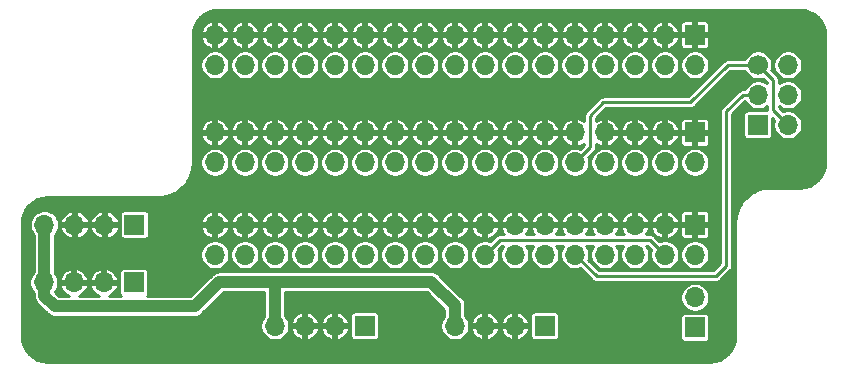
<source format=gbr>
G04 #@! TF.GenerationSoftware,KiCad,Pcbnew,(5.1.9)-1*
G04 #@! TF.CreationDate,2021-09-22T10:05:06+01:00*
G04 #@! TF.ProjectId,Amiga DF0 DF1 Switcher - Design B - Rev 2,416d6967-6120-4444-9630-204446312053,1*
G04 #@! TF.SameCoordinates,Original*
G04 #@! TF.FileFunction,Copper,L2,Bot*
G04 #@! TF.FilePolarity,Positive*
%FSLAX46Y46*%
G04 Gerber Fmt 4.6, Leading zero omitted, Abs format (unit mm)*
G04 Created by KiCad (PCBNEW (5.1.9)-1) date 2021-09-22 10:05:06*
%MOMM*%
%LPD*%
G01*
G04 APERTURE LIST*
G04 #@! TA.AperFunction,ComponentPad*
%ADD10O,1.700000X1.700000*%
G04 #@! TD*
G04 #@! TA.AperFunction,ComponentPad*
%ADD11R,1.700000X1.700000*%
G04 #@! TD*
G04 #@! TA.AperFunction,ComponentPad*
%ADD12C,1.700000*%
G04 #@! TD*
G04 #@! TA.AperFunction,Conductor*
%ADD13C,0.250000*%
G04 #@! TD*
G04 #@! TA.AperFunction,Conductor*
%ADD14C,1.000000*%
G04 #@! TD*
G04 #@! TA.AperFunction,Conductor*
%ADD15C,0.254000*%
G04 #@! TD*
G04 #@! TA.AperFunction,Conductor*
%ADD16C,0.100000*%
G04 #@! TD*
G04 APERTURE END LIST*
D10*
X177800000Y-143510000D03*
D11*
X177800000Y-146050000D03*
D10*
X122682000Y-142240000D03*
X125222000Y-142240000D03*
X127762000Y-142240000D03*
D11*
X130302000Y-142240000D03*
D10*
X185674000Y-128905000D03*
D11*
X183134000Y-128905000D03*
D10*
X185674000Y-126365000D03*
X183134000Y-126365000D03*
X185674000Y-123825000D03*
D12*
X183134000Y-123825000D03*
D10*
X122732800Y-137350500D03*
X125272800Y-137350500D03*
X127812800Y-137350500D03*
D11*
X130352800Y-137350500D03*
D10*
X137160000Y-139890500D03*
X137160000Y-137350500D03*
X139700000Y-139890500D03*
X139700000Y-137350500D03*
X142240000Y-139890500D03*
X142240000Y-137350500D03*
X144780000Y-139890500D03*
X144780000Y-137350500D03*
X147320000Y-139890500D03*
X147320000Y-137350500D03*
X149860000Y-139890500D03*
X149860000Y-137350500D03*
X152400000Y-139890500D03*
X152400000Y-137350500D03*
X154940000Y-139890500D03*
X154940000Y-137350500D03*
X157480000Y-139890500D03*
X157480000Y-137350500D03*
X160020000Y-139890500D03*
X160020000Y-137350500D03*
X162560000Y-139890500D03*
X162560000Y-137350500D03*
X165100000Y-139890500D03*
X165100000Y-137350500D03*
X167640000Y-139890500D03*
X167640000Y-137350500D03*
X170180000Y-139890500D03*
X170180000Y-137350500D03*
X172720000Y-139890500D03*
X172720000Y-137350500D03*
X175260000Y-139890500D03*
X175260000Y-137350500D03*
X177800000Y-139890500D03*
D11*
X177800000Y-137350500D03*
X177800000Y-129540000D03*
D10*
X177800000Y-132080000D03*
X175260000Y-129540000D03*
X175260000Y-132080000D03*
X172720000Y-129540000D03*
X172720000Y-132080000D03*
X170180000Y-129540000D03*
X170180000Y-132080000D03*
X167640000Y-129540000D03*
X167640000Y-132080000D03*
X165100000Y-129540000D03*
X165100000Y-132080000D03*
X162560000Y-129540000D03*
X162560000Y-132080000D03*
X160020000Y-129540000D03*
X160020000Y-132080000D03*
X157480000Y-129540000D03*
X157480000Y-132080000D03*
X154940000Y-129540000D03*
X154940000Y-132080000D03*
X152400000Y-129540000D03*
X152400000Y-132080000D03*
X149860000Y-129540000D03*
X149860000Y-132080000D03*
X147320000Y-129540000D03*
X147320000Y-132080000D03*
X144780000Y-129540000D03*
X144780000Y-132080000D03*
X142240000Y-129540000D03*
X142240000Y-132080000D03*
X139700000Y-129540000D03*
X139700000Y-132080000D03*
X137160000Y-129540000D03*
X137160000Y-132080000D03*
D11*
X177800000Y-121285000D03*
D10*
X177800000Y-123825000D03*
X175260000Y-121285000D03*
X175260000Y-123825000D03*
X172720000Y-121285000D03*
X172720000Y-123825000D03*
X170180000Y-121285000D03*
X170180000Y-123825000D03*
X167640000Y-121285000D03*
X167640000Y-123825000D03*
X165100000Y-121285000D03*
X165100000Y-123825000D03*
X162560000Y-121285000D03*
X162560000Y-123825000D03*
X160020000Y-121285000D03*
X160020000Y-123825000D03*
X157480000Y-121285000D03*
X157480000Y-123825000D03*
X154940000Y-121285000D03*
X154940000Y-123825000D03*
X152400000Y-121285000D03*
X152400000Y-123825000D03*
X149860000Y-121285000D03*
X149860000Y-123825000D03*
X147320000Y-121285000D03*
X147320000Y-123825000D03*
X144780000Y-121285000D03*
X144780000Y-123825000D03*
X142240000Y-121285000D03*
X142240000Y-123825000D03*
X139700000Y-121285000D03*
X139700000Y-123825000D03*
X137160000Y-121285000D03*
X137160000Y-123825000D03*
D11*
X165100000Y-145923000D03*
D10*
X162560000Y-145923000D03*
X160020000Y-145923000D03*
X157480000Y-145923000D03*
D11*
X149860000Y-145923000D03*
D10*
X147320000Y-145923000D03*
X144780000Y-145923000D03*
X142240000Y-145923000D03*
D13*
X174410001Y-139040501D02*
X175260000Y-139890500D01*
X173990000Y-138620500D02*
X174410001Y-139040501D01*
X160020000Y-139890500D02*
X161290000Y-138620500D01*
X161290000Y-138620500D02*
X173990000Y-138620500D01*
X181864000Y-126365000D02*
X183134000Y-126365000D01*
X180467000Y-140843000D02*
X180467000Y-127762000D01*
X179578000Y-141732000D02*
X180467000Y-140843000D01*
X169481500Y-141732000D02*
X179578000Y-141732000D01*
X180467000Y-127762000D02*
X181864000Y-126365000D01*
X167640000Y-139890500D02*
X169481500Y-141732000D01*
X168910000Y-130810000D02*
X167640000Y-132080000D01*
X170053000Y-127000000D02*
X168910000Y-128143000D01*
X177419000Y-127000000D02*
X170053000Y-127000000D01*
X168910000Y-128143000D02*
X168910000Y-130810000D01*
X180594000Y-123825000D02*
X177419000Y-127000000D01*
X183134000Y-123825000D02*
X180594000Y-123825000D01*
X184404000Y-127635000D02*
X185674000Y-128905000D01*
X184404000Y-125095000D02*
X184404000Y-127635000D01*
X183134000Y-123825000D02*
X184404000Y-125095000D01*
D14*
X142240000Y-142189200D02*
X142240000Y-145923000D01*
X137541000Y-142189200D02*
X142240000Y-142189200D01*
X135458200Y-144272000D02*
X137541000Y-142189200D01*
X123588119Y-144272000D02*
X135458200Y-144272000D01*
X122732800Y-143416681D02*
X123588119Y-144272000D01*
X122732800Y-137350500D02*
X122732800Y-143416681D01*
X157480000Y-144170400D02*
X157480000Y-145923000D01*
X155473400Y-142163800D02*
X157480000Y-144170400D01*
X142367000Y-142163800D02*
X155473400Y-142163800D01*
D15*
X187104115Y-119193551D02*
X187502462Y-119313819D01*
X187869864Y-119509170D01*
X188192317Y-119772157D01*
X188457553Y-120092773D01*
X188655460Y-120458795D01*
X188778506Y-120856291D01*
X188824000Y-121289137D01*
X188824001Y-132060136D01*
X188781449Y-132494115D01*
X188661181Y-132892464D01*
X188465831Y-133259862D01*
X188202845Y-133582315D01*
X187882226Y-133847554D01*
X187516204Y-134045461D01*
X187118708Y-134168506D01*
X186685863Y-134214000D01*
X184130059Y-134214000D01*
X184111339Y-134215844D01*
X184095472Y-134215733D01*
X184089830Y-134216286D01*
X183596823Y-134268103D01*
X183560750Y-134275508D01*
X183524632Y-134282398D01*
X183519205Y-134284036D01*
X183045652Y-134430625D01*
X183011733Y-134444884D01*
X182977612Y-134458670D01*
X182972607Y-134461331D01*
X182536546Y-134697108D01*
X182506005Y-134717708D01*
X182475250Y-134737834D01*
X182470856Y-134741416D01*
X182088896Y-135057400D01*
X182062926Y-135083552D01*
X182036677Y-135109257D01*
X182033068Y-135113619D01*
X182033063Y-135113624D01*
X182033059Y-135113629D01*
X181719753Y-135497781D01*
X181699369Y-135528461D01*
X181678600Y-135558793D01*
X181675906Y-135563775D01*
X181675903Y-135563779D01*
X181675903Y-135563780D01*
X181443176Y-136001476D01*
X181429154Y-136035497D01*
X181414658Y-136069318D01*
X181412981Y-136074734D01*
X181269702Y-136549298D01*
X181262540Y-136585468D01*
X181254905Y-136621388D01*
X181254313Y-136627015D01*
X181254311Y-136627026D01*
X181254311Y-136627036D01*
X181205938Y-137120381D01*
X181204000Y-137140060D01*
X181204001Y-146792136D01*
X181161449Y-147226115D01*
X181041181Y-147624464D01*
X180845831Y-147991862D01*
X180582845Y-148314315D01*
X180262226Y-148579554D01*
X179896204Y-148777461D01*
X179498708Y-148900506D01*
X179065863Y-148946000D01*
X122955854Y-148946000D01*
X122521885Y-148903449D01*
X122123536Y-148783181D01*
X121756138Y-148587831D01*
X121433685Y-148324845D01*
X121168446Y-148004226D01*
X120970539Y-147638204D01*
X120847494Y-147240708D01*
X120802000Y-146807863D01*
X120802000Y-142118757D01*
X121451000Y-142118757D01*
X121451000Y-142361243D01*
X121498307Y-142599069D01*
X121591102Y-142823097D01*
X121725820Y-143024717D01*
X121851801Y-143150698D01*
X121851801Y-143373401D01*
X121847538Y-143416681D01*
X121864549Y-143589386D01*
X121914925Y-143755455D01*
X121996732Y-143908506D01*
X122064885Y-143991550D01*
X122106826Y-144042656D01*
X122140440Y-144070242D01*
X122934558Y-144864360D01*
X122962144Y-144897975D01*
X123000301Y-144929289D01*
X123096293Y-145008068D01*
X123181276Y-145053492D01*
X123249344Y-145089875D01*
X123415413Y-145140252D01*
X123544846Y-145153000D01*
X123544849Y-145153000D01*
X123588119Y-145157262D01*
X123631389Y-145153000D01*
X135414930Y-145153000D01*
X135458200Y-145157262D01*
X135501470Y-145153000D01*
X135501473Y-145153000D01*
X135630906Y-145140252D01*
X135796975Y-145089875D01*
X135950025Y-145008068D01*
X136084175Y-144897975D01*
X136111766Y-144864355D01*
X137905922Y-143070200D01*
X141359000Y-143070200D01*
X141359001Y-145063102D01*
X141283820Y-145138283D01*
X141149102Y-145339903D01*
X141056307Y-145563931D01*
X141009000Y-145801757D01*
X141009000Y-146044243D01*
X141056307Y-146282069D01*
X141149102Y-146506097D01*
X141283820Y-146707717D01*
X141455283Y-146879180D01*
X141656903Y-147013898D01*
X141880931Y-147106693D01*
X142118757Y-147154000D01*
X142361243Y-147154000D01*
X142599069Y-147106693D01*
X142823097Y-147013898D01*
X143024717Y-146879180D01*
X143196180Y-146707717D01*
X143330898Y-146506097D01*
X143423693Y-146282069D01*
X143432064Y-146239981D01*
X143590505Y-146239981D01*
X143675201Y-146465949D01*
X143802353Y-146671052D01*
X143967076Y-146847408D01*
X144163039Y-146988239D01*
X144382712Y-147088134D01*
X144463020Y-147112489D01*
X144653000Y-147051627D01*
X144653000Y-146050000D01*
X144907000Y-146050000D01*
X144907000Y-147051627D01*
X145096980Y-147112489D01*
X145177288Y-147088134D01*
X145396961Y-146988239D01*
X145592924Y-146847408D01*
X145757647Y-146671052D01*
X145884799Y-146465949D01*
X145969495Y-146239981D01*
X146130505Y-146239981D01*
X146215201Y-146465949D01*
X146342353Y-146671052D01*
X146507076Y-146847408D01*
X146703039Y-146988239D01*
X146922712Y-147088134D01*
X147003020Y-147112489D01*
X147193000Y-147051627D01*
X147193000Y-146050000D01*
X147447000Y-146050000D01*
X147447000Y-147051627D01*
X147636980Y-147112489D01*
X147717288Y-147088134D01*
X147936961Y-146988239D01*
X148132924Y-146847408D01*
X148297647Y-146671052D01*
X148424799Y-146465949D01*
X148509495Y-146239981D01*
X148449187Y-146050000D01*
X147447000Y-146050000D01*
X147193000Y-146050000D01*
X146190813Y-146050000D01*
X146130505Y-146239981D01*
X145969495Y-146239981D01*
X145909187Y-146050000D01*
X144907000Y-146050000D01*
X144653000Y-146050000D01*
X143650813Y-146050000D01*
X143590505Y-146239981D01*
X143432064Y-146239981D01*
X143471000Y-146044243D01*
X143471000Y-145801757D01*
X143432065Y-145606019D01*
X143590505Y-145606019D01*
X143650813Y-145796000D01*
X144653000Y-145796000D01*
X144653000Y-144794373D01*
X144907000Y-144794373D01*
X144907000Y-145796000D01*
X145909187Y-145796000D01*
X145969495Y-145606019D01*
X146130505Y-145606019D01*
X146190813Y-145796000D01*
X147193000Y-145796000D01*
X147193000Y-144794373D01*
X147447000Y-144794373D01*
X147447000Y-145796000D01*
X148449187Y-145796000D01*
X148509495Y-145606019D01*
X148424799Y-145380051D01*
X148297647Y-145174948D01*
X148202424Y-145073000D01*
X148627157Y-145073000D01*
X148627157Y-146773000D01*
X148634513Y-146847689D01*
X148656299Y-146919508D01*
X148691678Y-146985696D01*
X148739289Y-147043711D01*
X148797304Y-147091322D01*
X148863492Y-147126701D01*
X148935311Y-147148487D01*
X149010000Y-147155843D01*
X150710000Y-147155843D01*
X150784689Y-147148487D01*
X150856508Y-147126701D01*
X150922696Y-147091322D01*
X150980711Y-147043711D01*
X151028322Y-146985696D01*
X151063701Y-146919508D01*
X151085487Y-146847689D01*
X151092843Y-146773000D01*
X151092843Y-145073000D01*
X151085487Y-144998311D01*
X151063701Y-144926492D01*
X151028322Y-144860304D01*
X150980711Y-144802289D01*
X150922696Y-144754678D01*
X150856508Y-144719299D01*
X150784689Y-144697513D01*
X150710000Y-144690157D01*
X149010000Y-144690157D01*
X148935311Y-144697513D01*
X148863492Y-144719299D01*
X148797304Y-144754678D01*
X148739289Y-144802289D01*
X148691678Y-144860304D01*
X148656299Y-144926492D01*
X148634513Y-144998311D01*
X148627157Y-145073000D01*
X148202424Y-145073000D01*
X148132924Y-144998592D01*
X147936961Y-144857761D01*
X147717288Y-144757866D01*
X147636980Y-144733511D01*
X147447000Y-144794373D01*
X147193000Y-144794373D01*
X147003020Y-144733511D01*
X146922712Y-144757866D01*
X146703039Y-144857761D01*
X146507076Y-144998592D01*
X146342353Y-145174948D01*
X146215201Y-145380051D01*
X146130505Y-145606019D01*
X145969495Y-145606019D01*
X145884799Y-145380051D01*
X145757647Y-145174948D01*
X145592924Y-144998592D01*
X145396961Y-144857761D01*
X145177288Y-144757866D01*
X145096980Y-144733511D01*
X144907000Y-144794373D01*
X144653000Y-144794373D01*
X144463020Y-144733511D01*
X144382712Y-144757866D01*
X144163039Y-144857761D01*
X143967076Y-144998592D01*
X143802353Y-145174948D01*
X143675201Y-145380051D01*
X143590505Y-145606019D01*
X143432065Y-145606019D01*
X143423693Y-145563931D01*
X143330898Y-145339903D01*
X143196180Y-145138283D01*
X143121000Y-145063103D01*
X143121000Y-143044800D01*
X155108479Y-143044800D01*
X156599000Y-144535322D01*
X156599001Y-145063102D01*
X156523820Y-145138283D01*
X156389102Y-145339903D01*
X156296307Y-145563931D01*
X156249000Y-145801757D01*
X156249000Y-146044243D01*
X156296307Y-146282069D01*
X156389102Y-146506097D01*
X156523820Y-146707717D01*
X156695283Y-146879180D01*
X156896903Y-147013898D01*
X157120931Y-147106693D01*
X157358757Y-147154000D01*
X157601243Y-147154000D01*
X157839069Y-147106693D01*
X158063097Y-147013898D01*
X158264717Y-146879180D01*
X158436180Y-146707717D01*
X158570898Y-146506097D01*
X158663693Y-146282069D01*
X158672064Y-146239981D01*
X158830505Y-146239981D01*
X158915201Y-146465949D01*
X159042353Y-146671052D01*
X159207076Y-146847408D01*
X159403039Y-146988239D01*
X159622712Y-147088134D01*
X159703020Y-147112489D01*
X159893000Y-147051627D01*
X159893000Y-146050000D01*
X160147000Y-146050000D01*
X160147000Y-147051627D01*
X160336980Y-147112489D01*
X160417288Y-147088134D01*
X160636961Y-146988239D01*
X160832924Y-146847408D01*
X160997647Y-146671052D01*
X161124799Y-146465949D01*
X161209495Y-146239981D01*
X161370505Y-146239981D01*
X161455201Y-146465949D01*
X161582353Y-146671052D01*
X161747076Y-146847408D01*
X161943039Y-146988239D01*
X162162712Y-147088134D01*
X162243020Y-147112489D01*
X162433000Y-147051627D01*
X162433000Y-146050000D01*
X162687000Y-146050000D01*
X162687000Y-147051627D01*
X162876980Y-147112489D01*
X162957288Y-147088134D01*
X163176961Y-146988239D01*
X163372924Y-146847408D01*
X163537647Y-146671052D01*
X163664799Y-146465949D01*
X163749495Y-146239981D01*
X163689187Y-146050000D01*
X162687000Y-146050000D01*
X162433000Y-146050000D01*
X161430813Y-146050000D01*
X161370505Y-146239981D01*
X161209495Y-146239981D01*
X161149187Y-146050000D01*
X160147000Y-146050000D01*
X159893000Y-146050000D01*
X158890813Y-146050000D01*
X158830505Y-146239981D01*
X158672064Y-146239981D01*
X158711000Y-146044243D01*
X158711000Y-145801757D01*
X158672065Y-145606019D01*
X158830505Y-145606019D01*
X158890813Y-145796000D01*
X159893000Y-145796000D01*
X159893000Y-144794373D01*
X160147000Y-144794373D01*
X160147000Y-145796000D01*
X161149187Y-145796000D01*
X161209495Y-145606019D01*
X161370505Y-145606019D01*
X161430813Y-145796000D01*
X162433000Y-145796000D01*
X162433000Y-144794373D01*
X162687000Y-144794373D01*
X162687000Y-145796000D01*
X163689187Y-145796000D01*
X163749495Y-145606019D01*
X163664799Y-145380051D01*
X163537647Y-145174948D01*
X163442424Y-145073000D01*
X163867157Y-145073000D01*
X163867157Y-146773000D01*
X163874513Y-146847689D01*
X163896299Y-146919508D01*
X163931678Y-146985696D01*
X163979289Y-147043711D01*
X164037304Y-147091322D01*
X164103492Y-147126701D01*
X164175311Y-147148487D01*
X164250000Y-147155843D01*
X165950000Y-147155843D01*
X166024689Y-147148487D01*
X166096508Y-147126701D01*
X166162696Y-147091322D01*
X166220711Y-147043711D01*
X166268322Y-146985696D01*
X166303701Y-146919508D01*
X166325487Y-146847689D01*
X166332843Y-146773000D01*
X166332843Y-145200000D01*
X176567157Y-145200000D01*
X176567157Y-146900000D01*
X176574513Y-146974689D01*
X176596299Y-147046508D01*
X176631678Y-147112696D01*
X176679289Y-147170711D01*
X176737304Y-147218322D01*
X176803492Y-147253701D01*
X176875311Y-147275487D01*
X176950000Y-147282843D01*
X178650000Y-147282843D01*
X178724689Y-147275487D01*
X178796508Y-147253701D01*
X178862696Y-147218322D01*
X178920711Y-147170711D01*
X178968322Y-147112696D01*
X179003701Y-147046508D01*
X179025487Y-146974689D01*
X179032843Y-146900000D01*
X179032843Y-145200000D01*
X179025487Y-145125311D01*
X179003701Y-145053492D01*
X178968322Y-144987304D01*
X178920711Y-144929289D01*
X178862696Y-144881678D01*
X178796508Y-144846299D01*
X178724689Y-144824513D01*
X178650000Y-144817157D01*
X176950000Y-144817157D01*
X176875311Y-144824513D01*
X176803492Y-144846299D01*
X176737304Y-144881678D01*
X176679289Y-144929289D01*
X176631678Y-144987304D01*
X176596299Y-145053492D01*
X176574513Y-145125311D01*
X176567157Y-145200000D01*
X166332843Y-145200000D01*
X166332843Y-145073000D01*
X166325487Y-144998311D01*
X166303701Y-144926492D01*
X166268322Y-144860304D01*
X166220711Y-144802289D01*
X166162696Y-144754678D01*
X166096508Y-144719299D01*
X166024689Y-144697513D01*
X165950000Y-144690157D01*
X164250000Y-144690157D01*
X164175311Y-144697513D01*
X164103492Y-144719299D01*
X164037304Y-144754678D01*
X163979289Y-144802289D01*
X163931678Y-144860304D01*
X163896299Y-144926492D01*
X163874513Y-144998311D01*
X163867157Y-145073000D01*
X163442424Y-145073000D01*
X163372924Y-144998592D01*
X163176961Y-144857761D01*
X162957288Y-144757866D01*
X162876980Y-144733511D01*
X162687000Y-144794373D01*
X162433000Y-144794373D01*
X162243020Y-144733511D01*
X162162712Y-144757866D01*
X161943039Y-144857761D01*
X161747076Y-144998592D01*
X161582353Y-145174948D01*
X161455201Y-145380051D01*
X161370505Y-145606019D01*
X161209495Y-145606019D01*
X161124799Y-145380051D01*
X160997647Y-145174948D01*
X160832924Y-144998592D01*
X160636961Y-144857761D01*
X160417288Y-144757866D01*
X160336980Y-144733511D01*
X160147000Y-144794373D01*
X159893000Y-144794373D01*
X159703020Y-144733511D01*
X159622712Y-144757866D01*
X159403039Y-144857761D01*
X159207076Y-144998592D01*
X159042353Y-145174948D01*
X158915201Y-145380051D01*
X158830505Y-145606019D01*
X158672065Y-145606019D01*
X158663693Y-145563931D01*
X158570898Y-145339903D01*
X158436180Y-145138283D01*
X158361000Y-145063103D01*
X158361000Y-144213670D01*
X158365262Y-144170400D01*
X158361000Y-144127127D01*
X158348252Y-143997694D01*
X158297875Y-143831625D01*
X158216068Y-143678574D01*
X158133559Y-143578037D01*
X158105975Y-143544425D01*
X158072362Y-143516840D01*
X157944279Y-143388757D01*
X176569000Y-143388757D01*
X176569000Y-143631243D01*
X176616307Y-143869069D01*
X176709102Y-144093097D01*
X176843820Y-144294717D01*
X177015283Y-144466180D01*
X177216903Y-144600898D01*
X177440931Y-144693693D01*
X177678757Y-144741000D01*
X177921243Y-144741000D01*
X178159069Y-144693693D01*
X178383097Y-144600898D01*
X178584717Y-144466180D01*
X178756180Y-144294717D01*
X178890898Y-144093097D01*
X178983693Y-143869069D01*
X179031000Y-143631243D01*
X179031000Y-143388757D01*
X178983693Y-143150931D01*
X178890898Y-142926903D01*
X178756180Y-142725283D01*
X178584717Y-142553820D01*
X178383097Y-142419102D01*
X178159069Y-142326307D01*
X177921243Y-142279000D01*
X177678757Y-142279000D01*
X177440931Y-142326307D01*
X177216903Y-142419102D01*
X177015283Y-142553820D01*
X176843820Y-142725283D01*
X176709102Y-142926903D01*
X176616307Y-143150931D01*
X176569000Y-143388757D01*
X157944279Y-143388757D01*
X156126966Y-141571445D01*
X156099375Y-141537825D01*
X155965225Y-141427732D01*
X155812175Y-141345925D01*
X155646106Y-141295548D01*
X155516673Y-141282800D01*
X155516670Y-141282800D01*
X155473400Y-141278538D01*
X155430130Y-141282800D01*
X142323727Y-141282800D01*
X142194294Y-141295548D01*
X142152586Y-141308200D01*
X137584269Y-141308200D01*
X137540999Y-141303938D01*
X137497729Y-141308200D01*
X137497727Y-141308200D01*
X137368294Y-141320948D01*
X137202225Y-141371325D01*
X137049174Y-141453132D01*
X137001877Y-141491948D01*
X136915025Y-141563225D01*
X136887439Y-141596839D01*
X135093279Y-143391000D01*
X131385803Y-143391000D01*
X131422711Y-143360711D01*
X131470322Y-143302696D01*
X131505701Y-143236508D01*
X131527487Y-143164689D01*
X131534843Y-143090000D01*
X131534843Y-141390000D01*
X131527487Y-141315311D01*
X131505701Y-141243492D01*
X131470322Y-141177304D01*
X131422711Y-141119289D01*
X131364696Y-141071678D01*
X131298508Y-141036299D01*
X131226689Y-141014513D01*
X131152000Y-141007157D01*
X129452000Y-141007157D01*
X129377311Y-141014513D01*
X129305492Y-141036299D01*
X129239304Y-141071678D01*
X129181289Y-141119289D01*
X129133678Y-141177304D01*
X129098299Y-141243492D01*
X129076513Y-141315311D01*
X129069157Y-141390000D01*
X129069157Y-143090000D01*
X129076513Y-143164689D01*
X129098299Y-143236508D01*
X129133678Y-143302696D01*
X129181289Y-143360711D01*
X129218197Y-143391000D01*
X128190369Y-143391000D01*
X128378961Y-143305239D01*
X128574924Y-143164408D01*
X128739647Y-142988052D01*
X128866799Y-142782949D01*
X128951495Y-142556981D01*
X128891187Y-142367000D01*
X127889000Y-142367000D01*
X127889000Y-142387000D01*
X127635000Y-142387000D01*
X127635000Y-142367000D01*
X126632813Y-142367000D01*
X126572505Y-142556981D01*
X126657201Y-142782949D01*
X126784353Y-142988052D01*
X126949076Y-143164408D01*
X127145039Y-143305239D01*
X127333631Y-143391000D01*
X125650369Y-143391000D01*
X125838961Y-143305239D01*
X126034924Y-143164408D01*
X126199647Y-142988052D01*
X126326799Y-142782949D01*
X126411495Y-142556981D01*
X126351187Y-142367000D01*
X125349000Y-142367000D01*
X125349000Y-142387000D01*
X125095000Y-142387000D01*
X125095000Y-142367000D01*
X124092813Y-142367000D01*
X124032505Y-142556981D01*
X124117201Y-142782949D01*
X124244353Y-142988052D01*
X124409076Y-143164408D01*
X124605039Y-143305239D01*
X124793631Y-143391000D01*
X123953041Y-143391000D01*
X123613800Y-143051760D01*
X123613800Y-143049097D01*
X123638180Y-143024717D01*
X123772898Y-142823097D01*
X123865693Y-142599069D01*
X123913000Y-142361243D01*
X123913000Y-142118757D01*
X123874065Y-141923019D01*
X124032505Y-141923019D01*
X124092813Y-142113000D01*
X125095000Y-142113000D01*
X125095000Y-141111373D01*
X125349000Y-141111373D01*
X125349000Y-142113000D01*
X126351187Y-142113000D01*
X126411495Y-141923019D01*
X126572505Y-141923019D01*
X126632813Y-142113000D01*
X127635000Y-142113000D01*
X127635000Y-141111373D01*
X127889000Y-141111373D01*
X127889000Y-142113000D01*
X128891187Y-142113000D01*
X128951495Y-141923019D01*
X128866799Y-141697051D01*
X128739647Y-141491948D01*
X128574924Y-141315592D01*
X128378961Y-141174761D01*
X128159288Y-141074866D01*
X128078980Y-141050511D01*
X127889000Y-141111373D01*
X127635000Y-141111373D01*
X127445020Y-141050511D01*
X127364712Y-141074866D01*
X127145039Y-141174761D01*
X126949076Y-141315592D01*
X126784353Y-141491948D01*
X126657201Y-141697051D01*
X126572505Y-141923019D01*
X126411495Y-141923019D01*
X126326799Y-141697051D01*
X126199647Y-141491948D01*
X126034924Y-141315592D01*
X125838961Y-141174761D01*
X125619288Y-141074866D01*
X125538980Y-141050511D01*
X125349000Y-141111373D01*
X125095000Y-141111373D01*
X124905020Y-141050511D01*
X124824712Y-141074866D01*
X124605039Y-141174761D01*
X124409076Y-141315592D01*
X124244353Y-141491948D01*
X124117201Y-141697051D01*
X124032505Y-141923019D01*
X123874065Y-141923019D01*
X123865693Y-141880931D01*
X123772898Y-141656903D01*
X123638180Y-141455283D01*
X123613800Y-141430903D01*
X123613800Y-139769257D01*
X135929000Y-139769257D01*
X135929000Y-140011743D01*
X135976307Y-140249569D01*
X136069102Y-140473597D01*
X136203820Y-140675217D01*
X136375283Y-140846680D01*
X136576903Y-140981398D01*
X136800931Y-141074193D01*
X137038757Y-141121500D01*
X137281243Y-141121500D01*
X137519069Y-141074193D01*
X137743097Y-140981398D01*
X137944717Y-140846680D01*
X138116180Y-140675217D01*
X138250898Y-140473597D01*
X138343693Y-140249569D01*
X138391000Y-140011743D01*
X138391000Y-139769257D01*
X138469000Y-139769257D01*
X138469000Y-140011743D01*
X138516307Y-140249569D01*
X138609102Y-140473597D01*
X138743820Y-140675217D01*
X138915283Y-140846680D01*
X139116903Y-140981398D01*
X139340931Y-141074193D01*
X139578757Y-141121500D01*
X139821243Y-141121500D01*
X140059069Y-141074193D01*
X140283097Y-140981398D01*
X140484717Y-140846680D01*
X140656180Y-140675217D01*
X140790898Y-140473597D01*
X140883693Y-140249569D01*
X140931000Y-140011743D01*
X140931000Y-139769257D01*
X141009000Y-139769257D01*
X141009000Y-140011743D01*
X141056307Y-140249569D01*
X141149102Y-140473597D01*
X141283820Y-140675217D01*
X141455283Y-140846680D01*
X141656903Y-140981398D01*
X141880931Y-141074193D01*
X142118757Y-141121500D01*
X142361243Y-141121500D01*
X142599069Y-141074193D01*
X142823097Y-140981398D01*
X143024717Y-140846680D01*
X143196180Y-140675217D01*
X143330898Y-140473597D01*
X143423693Y-140249569D01*
X143471000Y-140011743D01*
X143471000Y-139769257D01*
X143549000Y-139769257D01*
X143549000Y-140011743D01*
X143596307Y-140249569D01*
X143689102Y-140473597D01*
X143823820Y-140675217D01*
X143995283Y-140846680D01*
X144196903Y-140981398D01*
X144420931Y-141074193D01*
X144658757Y-141121500D01*
X144901243Y-141121500D01*
X145139069Y-141074193D01*
X145363097Y-140981398D01*
X145564717Y-140846680D01*
X145736180Y-140675217D01*
X145870898Y-140473597D01*
X145963693Y-140249569D01*
X146011000Y-140011743D01*
X146011000Y-139769257D01*
X146089000Y-139769257D01*
X146089000Y-140011743D01*
X146136307Y-140249569D01*
X146229102Y-140473597D01*
X146363820Y-140675217D01*
X146535283Y-140846680D01*
X146736903Y-140981398D01*
X146960931Y-141074193D01*
X147198757Y-141121500D01*
X147441243Y-141121500D01*
X147679069Y-141074193D01*
X147903097Y-140981398D01*
X148104717Y-140846680D01*
X148276180Y-140675217D01*
X148410898Y-140473597D01*
X148503693Y-140249569D01*
X148551000Y-140011743D01*
X148551000Y-139769257D01*
X148629000Y-139769257D01*
X148629000Y-140011743D01*
X148676307Y-140249569D01*
X148769102Y-140473597D01*
X148903820Y-140675217D01*
X149075283Y-140846680D01*
X149276903Y-140981398D01*
X149500931Y-141074193D01*
X149738757Y-141121500D01*
X149981243Y-141121500D01*
X150219069Y-141074193D01*
X150443097Y-140981398D01*
X150644717Y-140846680D01*
X150816180Y-140675217D01*
X150950898Y-140473597D01*
X151043693Y-140249569D01*
X151091000Y-140011743D01*
X151091000Y-139769257D01*
X151169000Y-139769257D01*
X151169000Y-140011743D01*
X151216307Y-140249569D01*
X151309102Y-140473597D01*
X151443820Y-140675217D01*
X151615283Y-140846680D01*
X151816903Y-140981398D01*
X152040931Y-141074193D01*
X152278757Y-141121500D01*
X152521243Y-141121500D01*
X152759069Y-141074193D01*
X152983097Y-140981398D01*
X153184717Y-140846680D01*
X153356180Y-140675217D01*
X153490898Y-140473597D01*
X153583693Y-140249569D01*
X153631000Y-140011743D01*
X153631000Y-139769257D01*
X153709000Y-139769257D01*
X153709000Y-140011743D01*
X153756307Y-140249569D01*
X153849102Y-140473597D01*
X153983820Y-140675217D01*
X154155283Y-140846680D01*
X154356903Y-140981398D01*
X154580931Y-141074193D01*
X154818757Y-141121500D01*
X155061243Y-141121500D01*
X155299069Y-141074193D01*
X155523097Y-140981398D01*
X155724717Y-140846680D01*
X155896180Y-140675217D01*
X156030898Y-140473597D01*
X156123693Y-140249569D01*
X156171000Y-140011743D01*
X156171000Y-139769257D01*
X156249000Y-139769257D01*
X156249000Y-140011743D01*
X156296307Y-140249569D01*
X156389102Y-140473597D01*
X156523820Y-140675217D01*
X156695283Y-140846680D01*
X156896903Y-140981398D01*
X157120931Y-141074193D01*
X157358757Y-141121500D01*
X157601243Y-141121500D01*
X157839069Y-141074193D01*
X158063097Y-140981398D01*
X158264717Y-140846680D01*
X158436180Y-140675217D01*
X158570898Y-140473597D01*
X158663693Y-140249569D01*
X158711000Y-140011743D01*
X158711000Y-139769257D01*
X158789000Y-139769257D01*
X158789000Y-140011743D01*
X158836307Y-140249569D01*
X158929102Y-140473597D01*
X159063820Y-140675217D01*
X159235283Y-140846680D01*
X159436903Y-140981398D01*
X159660931Y-141074193D01*
X159898757Y-141121500D01*
X160141243Y-141121500D01*
X160379069Y-141074193D01*
X160603097Y-140981398D01*
X160804717Y-140846680D01*
X160976180Y-140675217D01*
X161110898Y-140473597D01*
X161203693Y-140249569D01*
X161251000Y-140011743D01*
X161251000Y-139769257D01*
X161203693Y-139531431D01*
X161171758Y-139454333D01*
X161499592Y-139126500D01*
X161589977Y-139126500D01*
X161469102Y-139307403D01*
X161376307Y-139531431D01*
X161329000Y-139769257D01*
X161329000Y-140011743D01*
X161376307Y-140249569D01*
X161469102Y-140473597D01*
X161603820Y-140675217D01*
X161775283Y-140846680D01*
X161976903Y-140981398D01*
X162200931Y-141074193D01*
X162438757Y-141121500D01*
X162681243Y-141121500D01*
X162919069Y-141074193D01*
X163143097Y-140981398D01*
X163344717Y-140846680D01*
X163516180Y-140675217D01*
X163650898Y-140473597D01*
X163743693Y-140249569D01*
X163791000Y-140011743D01*
X163791000Y-139769257D01*
X163743693Y-139531431D01*
X163650898Y-139307403D01*
X163530023Y-139126500D01*
X164129977Y-139126500D01*
X164009102Y-139307403D01*
X163916307Y-139531431D01*
X163869000Y-139769257D01*
X163869000Y-140011743D01*
X163916307Y-140249569D01*
X164009102Y-140473597D01*
X164143820Y-140675217D01*
X164315283Y-140846680D01*
X164516903Y-140981398D01*
X164740931Y-141074193D01*
X164978757Y-141121500D01*
X165221243Y-141121500D01*
X165459069Y-141074193D01*
X165683097Y-140981398D01*
X165884717Y-140846680D01*
X166056180Y-140675217D01*
X166190898Y-140473597D01*
X166283693Y-140249569D01*
X166331000Y-140011743D01*
X166331000Y-139769257D01*
X166283693Y-139531431D01*
X166190898Y-139307403D01*
X166070023Y-139126500D01*
X166669977Y-139126500D01*
X166549102Y-139307403D01*
X166456307Y-139531431D01*
X166409000Y-139769257D01*
X166409000Y-140011743D01*
X166456307Y-140249569D01*
X166549102Y-140473597D01*
X166683820Y-140675217D01*
X166855283Y-140846680D01*
X167056903Y-140981398D01*
X167280931Y-141074193D01*
X167518757Y-141121500D01*
X167761243Y-141121500D01*
X167999069Y-141074193D01*
X168076167Y-141042258D01*
X169106128Y-142072220D01*
X169121973Y-142091527D01*
X169199021Y-142154759D01*
X169286925Y-142201745D01*
X169360107Y-142223944D01*
X169382306Y-142230678D01*
X169392194Y-142231652D01*
X169456646Y-142238000D01*
X169456653Y-142238000D01*
X169481499Y-142240447D01*
X169506345Y-142238000D01*
X179553154Y-142238000D01*
X179578000Y-142240447D01*
X179602846Y-142238000D01*
X179602854Y-142238000D01*
X179677193Y-142230678D01*
X179772575Y-142201745D01*
X179860479Y-142154759D01*
X179937527Y-142091527D01*
X179953376Y-142072215D01*
X180807220Y-141218372D01*
X180826527Y-141202527D01*
X180889759Y-141125479D01*
X180936745Y-141037575D01*
X180965678Y-140942193D01*
X180973000Y-140867854D01*
X180973000Y-140867853D01*
X180975448Y-140843000D01*
X180973000Y-140818146D01*
X180973000Y-127971591D01*
X182029451Y-126915141D01*
X182043102Y-126948097D01*
X182177820Y-127149717D01*
X182349283Y-127321180D01*
X182550903Y-127455898D01*
X182774931Y-127548693D01*
X183012757Y-127596000D01*
X183255243Y-127596000D01*
X183493069Y-127548693D01*
X183717097Y-127455898D01*
X183898001Y-127335022D01*
X183898001Y-127610144D01*
X183895553Y-127635000D01*
X183899212Y-127672157D01*
X182284000Y-127672157D01*
X182209311Y-127679513D01*
X182137492Y-127701299D01*
X182071304Y-127736678D01*
X182013289Y-127784289D01*
X181965678Y-127842304D01*
X181930299Y-127908492D01*
X181908513Y-127980311D01*
X181901157Y-128055000D01*
X181901157Y-129755000D01*
X181908513Y-129829689D01*
X181930299Y-129901508D01*
X181965678Y-129967696D01*
X182013289Y-130025711D01*
X182071304Y-130073322D01*
X182137492Y-130108701D01*
X182209311Y-130130487D01*
X182284000Y-130137843D01*
X183984000Y-130137843D01*
X184058689Y-130130487D01*
X184130508Y-130108701D01*
X184196696Y-130073322D01*
X184254711Y-130025711D01*
X184302322Y-129967696D01*
X184337701Y-129901508D01*
X184359487Y-129829689D01*
X184366843Y-129755000D01*
X184366843Y-128313434D01*
X184522242Y-128468833D01*
X184490307Y-128545931D01*
X184443000Y-128783757D01*
X184443000Y-129026243D01*
X184490307Y-129264069D01*
X184583102Y-129488097D01*
X184717820Y-129689717D01*
X184889283Y-129861180D01*
X185090903Y-129995898D01*
X185314931Y-130088693D01*
X185552757Y-130136000D01*
X185795243Y-130136000D01*
X186033069Y-130088693D01*
X186257097Y-129995898D01*
X186458717Y-129861180D01*
X186630180Y-129689717D01*
X186764898Y-129488097D01*
X186857693Y-129264069D01*
X186905000Y-129026243D01*
X186905000Y-128783757D01*
X186857693Y-128545931D01*
X186764898Y-128321903D01*
X186630180Y-128120283D01*
X186458717Y-127948820D01*
X186257097Y-127814102D01*
X186033069Y-127721307D01*
X185795243Y-127674000D01*
X185552757Y-127674000D01*
X185314931Y-127721307D01*
X185237833Y-127753242D01*
X184910000Y-127425409D01*
X184910000Y-127335023D01*
X185090903Y-127455898D01*
X185314931Y-127548693D01*
X185552757Y-127596000D01*
X185795243Y-127596000D01*
X186033069Y-127548693D01*
X186257097Y-127455898D01*
X186458717Y-127321180D01*
X186630180Y-127149717D01*
X186764898Y-126948097D01*
X186857693Y-126724069D01*
X186905000Y-126486243D01*
X186905000Y-126243757D01*
X186857693Y-126005931D01*
X186764898Y-125781903D01*
X186630180Y-125580283D01*
X186458717Y-125408820D01*
X186257097Y-125274102D01*
X186033069Y-125181307D01*
X185795243Y-125134000D01*
X185552757Y-125134000D01*
X185314931Y-125181307D01*
X185090903Y-125274102D01*
X184910000Y-125394977D01*
X184910000Y-125119845D01*
X184912447Y-125094999D01*
X184910000Y-125070153D01*
X184910000Y-125070146D01*
X184902678Y-124995807D01*
X184873745Y-124900425D01*
X184826759Y-124812521D01*
X184763527Y-124735473D01*
X184744220Y-124719628D01*
X184285758Y-124261167D01*
X184317693Y-124184069D01*
X184365000Y-123946243D01*
X184365000Y-123703757D01*
X184443000Y-123703757D01*
X184443000Y-123946243D01*
X184490307Y-124184069D01*
X184583102Y-124408097D01*
X184717820Y-124609717D01*
X184889283Y-124781180D01*
X185090903Y-124915898D01*
X185314931Y-125008693D01*
X185552757Y-125056000D01*
X185795243Y-125056000D01*
X186033069Y-125008693D01*
X186257097Y-124915898D01*
X186458717Y-124781180D01*
X186630180Y-124609717D01*
X186764898Y-124408097D01*
X186857693Y-124184069D01*
X186905000Y-123946243D01*
X186905000Y-123703757D01*
X186857693Y-123465931D01*
X186764898Y-123241903D01*
X186630180Y-123040283D01*
X186458717Y-122868820D01*
X186257097Y-122734102D01*
X186033069Y-122641307D01*
X185795243Y-122594000D01*
X185552757Y-122594000D01*
X185314931Y-122641307D01*
X185090903Y-122734102D01*
X184889283Y-122868820D01*
X184717820Y-123040283D01*
X184583102Y-123241903D01*
X184490307Y-123465931D01*
X184443000Y-123703757D01*
X184365000Y-123703757D01*
X184317693Y-123465931D01*
X184224898Y-123241903D01*
X184090180Y-123040283D01*
X183918717Y-122868820D01*
X183717097Y-122734102D01*
X183493069Y-122641307D01*
X183255243Y-122594000D01*
X183012757Y-122594000D01*
X182774931Y-122641307D01*
X182550903Y-122734102D01*
X182349283Y-122868820D01*
X182177820Y-123040283D01*
X182043102Y-123241903D01*
X182011168Y-123319000D01*
X180618845Y-123319000D01*
X180593999Y-123316553D01*
X180569153Y-123319000D01*
X180569146Y-123319000D01*
X180494807Y-123326322D01*
X180399425Y-123355255D01*
X180311521Y-123402241D01*
X180234473Y-123465473D01*
X180218628Y-123484780D01*
X177209409Y-126494000D01*
X170077845Y-126494000D01*
X170052999Y-126491553D01*
X170028153Y-126494000D01*
X170028146Y-126494000D01*
X169963694Y-126500348D01*
X169953806Y-126501322D01*
X169858425Y-126530255D01*
X169770521Y-126577241D01*
X169693473Y-126640473D01*
X169677629Y-126659779D01*
X168569785Y-127767624D01*
X168550473Y-127783473D01*
X168487241Y-127860521D01*
X168440255Y-127948426D01*
X168411322Y-128043808D01*
X168404000Y-128118147D01*
X168404000Y-128118154D01*
X168401553Y-128143000D01*
X168404000Y-128167846D01*
X168404000Y-128580432D01*
X168256961Y-128474761D01*
X168037288Y-128374866D01*
X167956980Y-128350511D01*
X167767000Y-128411373D01*
X167767000Y-129413000D01*
X167787000Y-129413000D01*
X167787000Y-129667000D01*
X167767000Y-129667000D01*
X167767000Y-130668627D01*
X167956980Y-130729489D01*
X168037288Y-130705134D01*
X168256961Y-130605239D01*
X168404001Y-130499567D01*
X168404001Y-130600407D01*
X168076167Y-130928242D01*
X167999069Y-130896307D01*
X167761243Y-130849000D01*
X167518757Y-130849000D01*
X167280931Y-130896307D01*
X167056903Y-130989102D01*
X166855283Y-131123820D01*
X166683820Y-131295283D01*
X166549102Y-131496903D01*
X166456307Y-131720931D01*
X166409000Y-131958757D01*
X166409000Y-132201243D01*
X166456307Y-132439069D01*
X166549102Y-132663097D01*
X166683820Y-132864717D01*
X166855283Y-133036180D01*
X167056903Y-133170898D01*
X167280931Y-133263693D01*
X167518757Y-133311000D01*
X167761243Y-133311000D01*
X167999069Y-133263693D01*
X168223097Y-133170898D01*
X168424717Y-133036180D01*
X168596180Y-132864717D01*
X168730898Y-132663097D01*
X168823693Y-132439069D01*
X168871000Y-132201243D01*
X168871000Y-131958757D01*
X168949000Y-131958757D01*
X168949000Y-132201243D01*
X168996307Y-132439069D01*
X169089102Y-132663097D01*
X169223820Y-132864717D01*
X169395283Y-133036180D01*
X169596903Y-133170898D01*
X169820931Y-133263693D01*
X170058757Y-133311000D01*
X170301243Y-133311000D01*
X170539069Y-133263693D01*
X170763097Y-133170898D01*
X170964717Y-133036180D01*
X171136180Y-132864717D01*
X171270898Y-132663097D01*
X171363693Y-132439069D01*
X171411000Y-132201243D01*
X171411000Y-131958757D01*
X171489000Y-131958757D01*
X171489000Y-132201243D01*
X171536307Y-132439069D01*
X171629102Y-132663097D01*
X171763820Y-132864717D01*
X171935283Y-133036180D01*
X172136903Y-133170898D01*
X172360931Y-133263693D01*
X172598757Y-133311000D01*
X172841243Y-133311000D01*
X173079069Y-133263693D01*
X173303097Y-133170898D01*
X173504717Y-133036180D01*
X173676180Y-132864717D01*
X173810898Y-132663097D01*
X173903693Y-132439069D01*
X173951000Y-132201243D01*
X173951000Y-131958757D01*
X174029000Y-131958757D01*
X174029000Y-132201243D01*
X174076307Y-132439069D01*
X174169102Y-132663097D01*
X174303820Y-132864717D01*
X174475283Y-133036180D01*
X174676903Y-133170898D01*
X174900931Y-133263693D01*
X175138757Y-133311000D01*
X175381243Y-133311000D01*
X175619069Y-133263693D01*
X175843097Y-133170898D01*
X176044717Y-133036180D01*
X176216180Y-132864717D01*
X176350898Y-132663097D01*
X176443693Y-132439069D01*
X176491000Y-132201243D01*
X176491000Y-131958757D01*
X176569000Y-131958757D01*
X176569000Y-132201243D01*
X176616307Y-132439069D01*
X176709102Y-132663097D01*
X176843820Y-132864717D01*
X177015283Y-133036180D01*
X177216903Y-133170898D01*
X177440931Y-133263693D01*
X177678757Y-133311000D01*
X177921243Y-133311000D01*
X178159069Y-133263693D01*
X178383097Y-133170898D01*
X178584717Y-133036180D01*
X178756180Y-132864717D01*
X178890898Y-132663097D01*
X178983693Y-132439069D01*
X179031000Y-132201243D01*
X179031000Y-131958757D01*
X178983693Y-131720931D01*
X178890898Y-131496903D01*
X178756180Y-131295283D01*
X178584717Y-131123820D01*
X178383097Y-130989102D01*
X178159069Y-130896307D01*
X177921243Y-130849000D01*
X177678757Y-130849000D01*
X177440931Y-130896307D01*
X177216903Y-130989102D01*
X177015283Y-131123820D01*
X176843820Y-131295283D01*
X176709102Y-131496903D01*
X176616307Y-131720931D01*
X176569000Y-131958757D01*
X176491000Y-131958757D01*
X176443693Y-131720931D01*
X176350898Y-131496903D01*
X176216180Y-131295283D01*
X176044717Y-131123820D01*
X175843097Y-130989102D01*
X175619069Y-130896307D01*
X175381243Y-130849000D01*
X175138757Y-130849000D01*
X174900931Y-130896307D01*
X174676903Y-130989102D01*
X174475283Y-131123820D01*
X174303820Y-131295283D01*
X174169102Y-131496903D01*
X174076307Y-131720931D01*
X174029000Y-131958757D01*
X173951000Y-131958757D01*
X173903693Y-131720931D01*
X173810898Y-131496903D01*
X173676180Y-131295283D01*
X173504717Y-131123820D01*
X173303097Y-130989102D01*
X173079069Y-130896307D01*
X172841243Y-130849000D01*
X172598757Y-130849000D01*
X172360931Y-130896307D01*
X172136903Y-130989102D01*
X171935283Y-131123820D01*
X171763820Y-131295283D01*
X171629102Y-131496903D01*
X171536307Y-131720931D01*
X171489000Y-131958757D01*
X171411000Y-131958757D01*
X171363693Y-131720931D01*
X171270898Y-131496903D01*
X171136180Y-131295283D01*
X170964717Y-131123820D01*
X170763097Y-130989102D01*
X170539069Y-130896307D01*
X170301243Y-130849000D01*
X170058757Y-130849000D01*
X169820931Y-130896307D01*
X169596903Y-130989102D01*
X169395283Y-131123820D01*
X169223820Y-131295283D01*
X169089102Y-131496903D01*
X168996307Y-131720931D01*
X168949000Y-131958757D01*
X168871000Y-131958757D01*
X168823693Y-131720931D01*
X168791758Y-131643833D01*
X169250220Y-131185372D01*
X169269527Y-131169527D01*
X169332759Y-131092479D01*
X169379745Y-131004575D01*
X169408678Y-130909193D01*
X169416000Y-130834854D01*
X169416000Y-130834847D01*
X169418447Y-130810001D01*
X169416000Y-130785155D01*
X169416000Y-130499568D01*
X169563039Y-130605239D01*
X169782712Y-130705134D01*
X169863020Y-130729489D01*
X170053000Y-130668627D01*
X170053000Y-129667000D01*
X170307000Y-129667000D01*
X170307000Y-130668627D01*
X170496980Y-130729489D01*
X170577288Y-130705134D01*
X170796961Y-130605239D01*
X170992924Y-130464408D01*
X171157647Y-130288052D01*
X171284799Y-130082949D01*
X171369495Y-129856981D01*
X171530505Y-129856981D01*
X171615201Y-130082949D01*
X171742353Y-130288052D01*
X171907076Y-130464408D01*
X172103039Y-130605239D01*
X172322712Y-130705134D01*
X172403020Y-130729489D01*
X172593000Y-130668627D01*
X172593000Y-129667000D01*
X172847000Y-129667000D01*
X172847000Y-130668627D01*
X173036980Y-130729489D01*
X173117288Y-130705134D01*
X173336961Y-130605239D01*
X173532924Y-130464408D01*
X173697647Y-130288052D01*
X173824799Y-130082949D01*
X173909495Y-129856981D01*
X174070505Y-129856981D01*
X174155201Y-130082949D01*
X174282353Y-130288052D01*
X174447076Y-130464408D01*
X174643039Y-130605239D01*
X174862712Y-130705134D01*
X174943020Y-130729489D01*
X175133000Y-130668627D01*
X175133000Y-129667000D01*
X175387000Y-129667000D01*
X175387000Y-130668627D01*
X175576980Y-130729489D01*
X175657288Y-130705134D01*
X175876961Y-130605239D01*
X176072924Y-130464408D01*
X176142423Y-130390000D01*
X176567157Y-130390000D01*
X176574513Y-130464689D01*
X176596299Y-130536508D01*
X176631678Y-130602696D01*
X176679289Y-130660711D01*
X176737304Y-130708322D01*
X176803492Y-130743701D01*
X176875311Y-130765487D01*
X176950000Y-130772843D01*
X177577750Y-130771000D01*
X177673000Y-130675750D01*
X177673000Y-129667000D01*
X177927000Y-129667000D01*
X177927000Y-130675750D01*
X178022250Y-130771000D01*
X178650000Y-130772843D01*
X178724689Y-130765487D01*
X178796508Y-130743701D01*
X178862696Y-130708322D01*
X178920711Y-130660711D01*
X178968322Y-130602696D01*
X179003701Y-130536508D01*
X179025487Y-130464689D01*
X179032843Y-130390000D01*
X179031000Y-129762250D01*
X178935750Y-129667000D01*
X177927000Y-129667000D01*
X177673000Y-129667000D01*
X176664250Y-129667000D01*
X176569000Y-129762250D01*
X176567157Y-130390000D01*
X176142423Y-130390000D01*
X176237647Y-130288052D01*
X176364799Y-130082949D01*
X176449495Y-129856981D01*
X176389187Y-129667000D01*
X175387000Y-129667000D01*
X175133000Y-129667000D01*
X174130813Y-129667000D01*
X174070505Y-129856981D01*
X173909495Y-129856981D01*
X173849187Y-129667000D01*
X172847000Y-129667000D01*
X172593000Y-129667000D01*
X171590813Y-129667000D01*
X171530505Y-129856981D01*
X171369495Y-129856981D01*
X171309187Y-129667000D01*
X170307000Y-129667000D01*
X170053000Y-129667000D01*
X170033000Y-129667000D01*
X170033000Y-129413000D01*
X170053000Y-129413000D01*
X170053000Y-128411373D01*
X170307000Y-128411373D01*
X170307000Y-129413000D01*
X171309187Y-129413000D01*
X171369495Y-129223019D01*
X171530505Y-129223019D01*
X171590813Y-129413000D01*
X172593000Y-129413000D01*
X172593000Y-128411373D01*
X172847000Y-128411373D01*
X172847000Y-129413000D01*
X173849187Y-129413000D01*
X173909495Y-129223019D01*
X174070505Y-129223019D01*
X174130813Y-129413000D01*
X175133000Y-129413000D01*
X175133000Y-128411373D01*
X175387000Y-128411373D01*
X175387000Y-129413000D01*
X176389187Y-129413000D01*
X176449495Y-129223019D01*
X176364799Y-128997051D01*
X176237647Y-128791948D01*
X176142424Y-128690000D01*
X176567157Y-128690000D01*
X176569000Y-129317750D01*
X176664250Y-129413000D01*
X177673000Y-129413000D01*
X177673000Y-128404250D01*
X177927000Y-128404250D01*
X177927000Y-129413000D01*
X178935750Y-129413000D01*
X179031000Y-129317750D01*
X179032843Y-128690000D01*
X179025487Y-128615311D01*
X179003701Y-128543492D01*
X178968322Y-128477304D01*
X178920711Y-128419289D01*
X178862696Y-128371678D01*
X178796508Y-128336299D01*
X178724689Y-128314513D01*
X178650000Y-128307157D01*
X178022250Y-128309000D01*
X177927000Y-128404250D01*
X177673000Y-128404250D01*
X177577750Y-128309000D01*
X176950000Y-128307157D01*
X176875311Y-128314513D01*
X176803492Y-128336299D01*
X176737304Y-128371678D01*
X176679289Y-128419289D01*
X176631678Y-128477304D01*
X176596299Y-128543492D01*
X176574513Y-128615311D01*
X176567157Y-128690000D01*
X176142424Y-128690000D01*
X176072924Y-128615592D01*
X175876961Y-128474761D01*
X175657288Y-128374866D01*
X175576980Y-128350511D01*
X175387000Y-128411373D01*
X175133000Y-128411373D01*
X174943020Y-128350511D01*
X174862712Y-128374866D01*
X174643039Y-128474761D01*
X174447076Y-128615592D01*
X174282353Y-128791948D01*
X174155201Y-128997051D01*
X174070505Y-129223019D01*
X173909495Y-129223019D01*
X173824799Y-128997051D01*
X173697647Y-128791948D01*
X173532924Y-128615592D01*
X173336961Y-128474761D01*
X173117288Y-128374866D01*
X173036980Y-128350511D01*
X172847000Y-128411373D01*
X172593000Y-128411373D01*
X172403020Y-128350511D01*
X172322712Y-128374866D01*
X172103039Y-128474761D01*
X171907076Y-128615592D01*
X171742353Y-128791948D01*
X171615201Y-128997051D01*
X171530505Y-129223019D01*
X171369495Y-129223019D01*
X171284799Y-128997051D01*
X171157647Y-128791948D01*
X170992924Y-128615592D01*
X170796961Y-128474761D01*
X170577288Y-128374866D01*
X170496980Y-128350511D01*
X170307000Y-128411373D01*
X170053000Y-128411373D01*
X169863020Y-128350511D01*
X169782712Y-128374866D01*
X169563039Y-128474761D01*
X169416000Y-128580432D01*
X169416000Y-128352591D01*
X170262592Y-127506000D01*
X177394154Y-127506000D01*
X177419000Y-127508447D01*
X177443846Y-127506000D01*
X177443854Y-127506000D01*
X177518193Y-127498678D01*
X177613575Y-127469745D01*
X177701479Y-127422759D01*
X177778527Y-127359527D01*
X177794376Y-127340215D01*
X180803592Y-124331000D01*
X182011168Y-124331000D01*
X182043102Y-124408097D01*
X182177820Y-124609717D01*
X182349283Y-124781180D01*
X182550903Y-124915898D01*
X182774931Y-125008693D01*
X183012757Y-125056000D01*
X183255243Y-125056000D01*
X183493069Y-125008693D01*
X183570167Y-124976758D01*
X183898000Y-125304592D01*
X183898000Y-125394977D01*
X183717097Y-125274102D01*
X183493069Y-125181307D01*
X183255243Y-125134000D01*
X183012757Y-125134000D01*
X182774931Y-125181307D01*
X182550903Y-125274102D01*
X182349283Y-125408820D01*
X182177820Y-125580283D01*
X182043102Y-125781903D01*
X182011168Y-125859000D01*
X181888845Y-125859000D01*
X181863999Y-125856553D01*
X181839153Y-125859000D01*
X181839146Y-125859000D01*
X181774694Y-125865348D01*
X181764806Y-125866322D01*
X181742607Y-125873056D01*
X181669425Y-125895255D01*
X181581521Y-125942241D01*
X181504473Y-126005473D01*
X181488628Y-126024780D01*
X180126780Y-127386628D01*
X180107474Y-127402473D01*
X180044242Y-127479521D01*
X180030089Y-127506000D01*
X179997255Y-127567426D01*
X179968322Y-127662808D01*
X179958553Y-127762000D01*
X179961001Y-127786856D01*
X179961000Y-140633408D01*
X179368409Y-141226000D01*
X169691092Y-141226000D01*
X168791758Y-140326667D01*
X168823693Y-140249569D01*
X168871000Y-140011743D01*
X168871000Y-139769257D01*
X168823693Y-139531431D01*
X168730898Y-139307403D01*
X168610023Y-139126500D01*
X169209977Y-139126500D01*
X169089102Y-139307403D01*
X168996307Y-139531431D01*
X168949000Y-139769257D01*
X168949000Y-140011743D01*
X168996307Y-140249569D01*
X169089102Y-140473597D01*
X169223820Y-140675217D01*
X169395283Y-140846680D01*
X169596903Y-140981398D01*
X169820931Y-141074193D01*
X170058757Y-141121500D01*
X170301243Y-141121500D01*
X170539069Y-141074193D01*
X170763097Y-140981398D01*
X170964717Y-140846680D01*
X171136180Y-140675217D01*
X171270898Y-140473597D01*
X171363693Y-140249569D01*
X171411000Y-140011743D01*
X171411000Y-139769257D01*
X171363693Y-139531431D01*
X171270898Y-139307403D01*
X171150023Y-139126500D01*
X171749977Y-139126500D01*
X171629102Y-139307403D01*
X171536307Y-139531431D01*
X171489000Y-139769257D01*
X171489000Y-140011743D01*
X171536307Y-140249569D01*
X171629102Y-140473597D01*
X171763820Y-140675217D01*
X171935283Y-140846680D01*
X172136903Y-140981398D01*
X172360931Y-141074193D01*
X172598757Y-141121500D01*
X172841243Y-141121500D01*
X173079069Y-141074193D01*
X173303097Y-140981398D01*
X173504717Y-140846680D01*
X173676180Y-140675217D01*
X173810898Y-140473597D01*
X173903693Y-140249569D01*
X173951000Y-140011743D01*
X173951000Y-139769257D01*
X173903693Y-139531431D01*
X173810898Y-139307403D01*
X173690023Y-139126500D01*
X173780409Y-139126500D01*
X174069779Y-139415871D01*
X174069784Y-139415875D01*
X174108242Y-139454333D01*
X174076307Y-139531431D01*
X174029000Y-139769257D01*
X174029000Y-140011743D01*
X174076307Y-140249569D01*
X174169102Y-140473597D01*
X174303820Y-140675217D01*
X174475283Y-140846680D01*
X174676903Y-140981398D01*
X174900931Y-141074193D01*
X175138757Y-141121500D01*
X175381243Y-141121500D01*
X175619069Y-141074193D01*
X175843097Y-140981398D01*
X176044717Y-140846680D01*
X176216180Y-140675217D01*
X176350898Y-140473597D01*
X176443693Y-140249569D01*
X176491000Y-140011743D01*
X176491000Y-139769257D01*
X176569000Y-139769257D01*
X176569000Y-140011743D01*
X176616307Y-140249569D01*
X176709102Y-140473597D01*
X176843820Y-140675217D01*
X177015283Y-140846680D01*
X177216903Y-140981398D01*
X177440931Y-141074193D01*
X177678757Y-141121500D01*
X177921243Y-141121500D01*
X178159069Y-141074193D01*
X178383097Y-140981398D01*
X178584717Y-140846680D01*
X178756180Y-140675217D01*
X178890898Y-140473597D01*
X178983693Y-140249569D01*
X179031000Y-140011743D01*
X179031000Y-139769257D01*
X178983693Y-139531431D01*
X178890898Y-139307403D01*
X178756180Y-139105783D01*
X178584717Y-138934320D01*
X178383097Y-138799602D01*
X178159069Y-138706807D01*
X177921243Y-138659500D01*
X177678757Y-138659500D01*
X177440931Y-138706807D01*
X177216903Y-138799602D01*
X177015283Y-138934320D01*
X176843820Y-139105783D01*
X176709102Y-139307403D01*
X176616307Y-139531431D01*
X176569000Y-139769257D01*
X176491000Y-139769257D01*
X176443693Y-139531431D01*
X176350898Y-139307403D01*
X176216180Y-139105783D01*
X176044717Y-138934320D01*
X175843097Y-138799602D01*
X175619069Y-138706807D01*
X175381243Y-138659500D01*
X175138757Y-138659500D01*
X174900931Y-138706807D01*
X174823833Y-138738742D01*
X174785375Y-138700284D01*
X174785371Y-138700279D01*
X174365376Y-138280285D01*
X174349527Y-138260973D01*
X174272479Y-138197741D01*
X174184575Y-138150755D01*
X174089193Y-138121822D01*
X174014854Y-138114500D01*
X174014846Y-138114500D01*
X173990000Y-138112053D01*
X173965154Y-138114500D01*
X173682751Y-138114500D01*
X173697647Y-138098552D01*
X173824799Y-137893449D01*
X173909495Y-137667481D01*
X174070505Y-137667481D01*
X174155201Y-137893449D01*
X174282353Y-138098552D01*
X174447076Y-138274908D01*
X174643039Y-138415739D01*
X174862712Y-138515634D01*
X174943020Y-138539989D01*
X175133000Y-138479127D01*
X175133000Y-137477500D01*
X175387000Y-137477500D01*
X175387000Y-138479127D01*
X175576980Y-138539989D01*
X175657288Y-138515634D01*
X175876961Y-138415739D01*
X176072924Y-138274908D01*
X176142423Y-138200500D01*
X176567157Y-138200500D01*
X176574513Y-138275189D01*
X176596299Y-138347008D01*
X176631678Y-138413196D01*
X176679289Y-138471211D01*
X176737304Y-138518822D01*
X176803492Y-138554201D01*
X176875311Y-138575987D01*
X176950000Y-138583343D01*
X177577750Y-138581500D01*
X177673000Y-138486250D01*
X177673000Y-137477500D01*
X177927000Y-137477500D01*
X177927000Y-138486250D01*
X178022250Y-138581500D01*
X178650000Y-138583343D01*
X178724689Y-138575987D01*
X178796508Y-138554201D01*
X178862696Y-138518822D01*
X178920711Y-138471211D01*
X178968322Y-138413196D01*
X179003701Y-138347008D01*
X179025487Y-138275189D01*
X179032843Y-138200500D01*
X179031000Y-137572750D01*
X178935750Y-137477500D01*
X177927000Y-137477500D01*
X177673000Y-137477500D01*
X176664250Y-137477500D01*
X176569000Y-137572750D01*
X176567157Y-138200500D01*
X176142423Y-138200500D01*
X176237647Y-138098552D01*
X176364799Y-137893449D01*
X176449495Y-137667481D01*
X176389187Y-137477500D01*
X175387000Y-137477500D01*
X175133000Y-137477500D01*
X174130813Y-137477500D01*
X174070505Y-137667481D01*
X173909495Y-137667481D01*
X173849187Y-137477500D01*
X172847000Y-137477500D01*
X172847000Y-137497500D01*
X172593000Y-137497500D01*
X172593000Y-137477500D01*
X171590813Y-137477500D01*
X171530505Y-137667481D01*
X171615201Y-137893449D01*
X171742353Y-138098552D01*
X171757249Y-138114500D01*
X171142751Y-138114500D01*
X171157647Y-138098552D01*
X171284799Y-137893449D01*
X171369495Y-137667481D01*
X171309187Y-137477500D01*
X170307000Y-137477500D01*
X170307000Y-137497500D01*
X170053000Y-137497500D01*
X170053000Y-137477500D01*
X169050813Y-137477500D01*
X168990505Y-137667481D01*
X169075201Y-137893449D01*
X169202353Y-138098552D01*
X169217249Y-138114500D01*
X168602751Y-138114500D01*
X168617647Y-138098552D01*
X168744799Y-137893449D01*
X168829495Y-137667481D01*
X168769187Y-137477500D01*
X167767000Y-137477500D01*
X167767000Y-137497500D01*
X167513000Y-137497500D01*
X167513000Y-137477500D01*
X166510813Y-137477500D01*
X166450505Y-137667481D01*
X166535201Y-137893449D01*
X166662353Y-138098552D01*
X166677249Y-138114500D01*
X166062751Y-138114500D01*
X166077647Y-138098552D01*
X166204799Y-137893449D01*
X166289495Y-137667481D01*
X166229187Y-137477500D01*
X165227000Y-137477500D01*
X165227000Y-137497500D01*
X164973000Y-137497500D01*
X164973000Y-137477500D01*
X163970813Y-137477500D01*
X163910505Y-137667481D01*
X163995201Y-137893449D01*
X164122353Y-138098552D01*
X164137249Y-138114500D01*
X163522751Y-138114500D01*
X163537647Y-138098552D01*
X163664799Y-137893449D01*
X163749495Y-137667481D01*
X163689187Y-137477500D01*
X162687000Y-137477500D01*
X162687000Y-137497500D01*
X162433000Y-137497500D01*
X162433000Y-137477500D01*
X161430813Y-137477500D01*
X161370505Y-137667481D01*
X161455201Y-137893449D01*
X161582353Y-138098552D01*
X161597249Y-138114500D01*
X161314845Y-138114500D01*
X161289999Y-138112053D01*
X161265153Y-138114500D01*
X161265146Y-138114500D01*
X161200694Y-138120848D01*
X161190806Y-138121822D01*
X161146648Y-138135217D01*
X161095425Y-138150755D01*
X161007521Y-138197741D01*
X160930473Y-138260973D01*
X160914628Y-138280280D01*
X160456167Y-138738742D01*
X160379069Y-138706807D01*
X160141243Y-138659500D01*
X159898757Y-138659500D01*
X159660931Y-138706807D01*
X159436903Y-138799602D01*
X159235283Y-138934320D01*
X159063820Y-139105783D01*
X158929102Y-139307403D01*
X158836307Y-139531431D01*
X158789000Y-139769257D01*
X158711000Y-139769257D01*
X158663693Y-139531431D01*
X158570898Y-139307403D01*
X158436180Y-139105783D01*
X158264717Y-138934320D01*
X158063097Y-138799602D01*
X157839069Y-138706807D01*
X157601243Y-138659500D01*
X157358757Y-138659500D01*
X157120931Y-138706807D01*
X156896903Y-138799602D01*
X156695283Y-138934320D01*
X156523820Y-139105783D01*
X156389102Y-139307403D01*
X156296307Y-139531431D01*
X156249000Y-139769257D01*
X156171000Y-139769257D01*
X156123693Y-139531431D01*
X156030898Y-139307403D01*
X155896180Y-139105783D01*
X155724717Y-138934320D01*
X155523097Y-138799602D01*
X155299069Y-138706807D01*
X155061243Y-138659500D01*
X154818757Y-138659500D01*
X154580931Y-138706807D01*
X154356903Y-138799602D01*
X154155283Y-138934320D01*
X153983820Y-139105783D01*
X153849102Y-139307403D01*
X153756307Y-139531431D01*
X153709000Y-139769257D01*
X153631000Y-139769257D01*
X153583693Y-139531431D01*
X153490898Y-139307403D01*
X153356180Y-139105783D01*
X153184717Y-138934320D01*
X152983097Y-138799602D01*
X152759069Y-138706807D01*
X152521243Y-138659500D01*
X152278757Y-138659500D01*
X152040931Y-138706807D01*
X151816903Y-138799602D01*
X151615283Y-138934320D01*
X151443820Y-139105783D01*
X151309102Y-139307403D01*
X151216307Y-139531431D01*
X151169000Y-139769257D01*
X151091000Y-139769257D01*
X151043693Y-139531431D01*
X150950898Y-139307403D01*
X150816180Y-139105783D01*
X150644717Y-138934320D01*
X150443097Y-138799602D01*
X150219069Y-138706807D01*
X149981243Y-138659500D01*
X149738757Y-138659500D01*
X149500931Y-138706807D01*
X149276903Y-138799602D01*
X149075283Y-138934320D01*
X148903820Y-139105783D01*
X148769102Y-139307403D01*
X148676307Y-139531431D01*
X148629000Y-139769257D01*
X148551000Y-139769257D01*
X148503693Y-139531431D01*
X148410898Y-139307403D01*
X148276180Y-139105783D01*
X148104717Y-138934320D01*
X147903097Y-138799602D01*
X147679069Y-138706807D01*
X147441243Y-138659500D01*
X147198757Y-138659500D01*
X146960931Y-138706807D01*
X146736903Y-138799602D01*
X146535283Y-138934320D01*
X146363820Y-139105783D01*
X146229102Y-139307403D01*
X146136307Y-139531431D01*
X146089000Y-139769257D01*
X146011000Y-139769257D01*
X145963693Y-139531431D01*
X145870898Y-139307403D01*
X145736180Y-139105783D01*
X145564717Y-138934320D01*
X145363097Y-138799602D01*
X145139069Y-138706807D01*
X144901243Y-138659500D01*
X144658757Y-138659500D01*
X144420931Y-138706807D01*
X144196903Y-138799602D01*
X143995283Y-138934320D01*
X143823820Y-139105783D01*
X143689102Y-139307403D01*
X143596307Y-139531431D01*
X143549000Y-139769257D01*
X143471000Y-139769257D01*
X143423693Y-139531431D01*
X143330898Y-139307403D01*
X143196180Y-139105783D01*
X143024717Y-138934320D01*
X142823097Y-138799602D01*
X142599069Y-138706807D01*
X142361243Y-138659500D01*
X142118757Y-138659500D01*
X141880931Y-138706807D01*
X141656903Y-138799602D01*
X141455283Y-138934320D01*
X141283820Y-139105783D01*
X141149102Y-139307403D01*
X141056307Y-139531431D01*
X141009000Y-139769257D01*
X140931000Y-139769257D01*
X140883693Y-139531431D01*
X140790898Y-139307403D01*
X140656180Y-139105783D01*
X140484717Y-138934320D01*
X140283097Y-138799602D01*
X140059069Y-138706807D01*
X139821243Y-138659500D01*
X139578757Y-138659500D01*
X139340931Y-138706807D01*
X139116903Y-138799602D01*
X138915283Y-138934320D01*
X138743820Y-139105783D01*
X138609102Y-139307403D01*
X138516307Y-139531431D01*
X138469000Y-139769257D01*
X138391000Y-139769257D01*
X138343693Y-139531431D01*
X138250898Y-139307403D01*
X138116180Y-139105783D01*
X137944717Y-138934320D01*
X137743097Y-138799602D01*
X137519069Y-138706807D01*
X137281243Y-138659500D01*
X137038757Y-138659500D01*
X136800931Y-138706807D01*
X136576903Y-138799602D01*
X136375283Y-138934320D01*
X136203820Y-139105783D01*
X136069102Y-139307403D01*
X135976307Y-139531431D01*
X135929000Y-139769257D01*
X123613800Y-139769257D01*
X123613800Y-138210397D01*
X123688980Y-138135217D01*
X123823698Y-137933597D01*
X123916493Y-137709569D01*
X123924864Y-137667481D01*
X124083305Y-137667481D01*
X124168001Y-137893449D01*
X124295153Y-138098552D01*
X124459876Y-138274908D01*
X124655839Y-138415739D01*
X124875512Y-138515634D01*
X124955820Y-138539989D01*
X125145800Y-138479127D01*
X125145800Y-137477500D01*
X125399800Y-137477500D01*
X125399800Y-138479127D01*
X125589780Y-138539989D01*
X125670088Y-138515634D01*
X125889761Y-138415739D01*
X126085724Y-138274908D01*
X126250447Y-138098552D01*
X126377599Y-137893449D01*
X126462295Y-137667481D01*
X126623305Y-137667481D01*
X126708001Y-137893449D01*
X126835153Y-138098552D01*
X126999876Y-138274908D01*
X127195839Y-138415739D01*
X127415512Y-138515634D01*
X127495820Y-138539989D01*
X127685800Y-138479127D01*
X127685800Y-137477500D01*
X127939800Y-137477500D01*
X127939800Y-138479127D01*
X128129780Y-138539989D01*
X128210088Y-138515634D01*
X128429761Y-138415739D01*
X128625724Y-138274908D01*
X128790447Y-138098552D01*
X128917599Y-137893449D01*
X129002295Y-137667481D01*
X128941987Y-137477500D01*
X127939800Y-137477500D01*
X127685800Y-137477500D01*
X126683613Y-137477500D01*
X126623305Y-137667481D01*
X126462295Y-137667481D01*
X126401987Y-137477500D01*
X125399800Y-137477500D01*
X125145800Y-137477500D01*
X124143613Y-137477500D01*
X124083305Y-137667481D01*
X123924864Y-137667481D01*
X123963800Y-137471743D01*
X123963800Y-137229257D01*
X123924865Y-137033519D01*
X124083305Y-137033519D01*
X124143613Y-137223500D01*
X125145800Y-137223500D01*
X125145800Y-136221873D01*
X125399800Y-136221873D01*
X125399800Y-137223500D01*
X126401987Y-137223500D01*
X126462295Y-137033519D01*
X126623305Y-137033519D01*
X126683613Y-137223500D01*
X127685800Y-137223500D01*
X127685800Y-136221873D01*
X127939800Y-136221873D01*
X127939800Y-137223500D01*
X128941987Y-137223500D01*
X129002295Y-137033519D01*
X128917599Y-136807551D01*
X128790447Y-136602448D01*
X128695224Y-136500500D01*
X129119957Y-136500500D01*
X129119957Y-138200500D01*
X129127313Y-138275189D01*
X129149099Y-138347008D01*
X129184478Y-138413196D01*
X129232089Y-138471211D01*
X129290104Y-138518822D01*
X129356292Y-138554201D01*
X129428111Y-138575987D01*
X129502800Y-138583343D01*
X131202800Y-138583343D01*
X131277489Y-138575987D01*
X131349308Y-138554201D01*
X131415496Y-138518822D01*
X131473511Y-138471211D01*
X131521122Y-138413196D01*
X131556501Y-138347008D01*
X131578287Y-138275189D01*
X131585643Y-138200500D01*
X131585643Y-137667481D01*
X135970505Y-137667481D01*
X136055201Y-137893449D01*
X136182353Y-138098552D01*
X136347076Y-138274908D01*
X136543039Y-138415739D01*
X136762712Y-138515634D01*
X136843020Y-138539989D01*
X137033000Y-138479127D01*
X137033000Y-137477500D01*
X137287000Y-137477500D01*
X137287000Y-138479127D01*
X137476980Y-138539989D01*
X137557288Y-138515634D01*
X137776961Y-138415739D01*
X137972924Y-138274908D01*
X138137647Y-138098552D01*
X138264799Y-137893449D01*
X138349495Y-137667481D01*
X138510505Y-137667481D01*
X138595201Y-137893449D01*
X138722353Y-138098552D01*
X138887076Y-138274908D01*
X139083039Y-138415739D01*
X139302712Y-138515634D01*
X139383020Y-138539989D01*
X139573000Y-138479127D01*
X139573000Y-137477500D01*
X139827000Y-137477500D01*
X139827000Y-138479127D01*
X140016980Y-138539989D01*
X140097288Y-138515634D01*
X140316961Y-138415739D01*
X140512924Y-138274908D01*
X140677647Y-138098552D01*
X140804799Y-137893449D01*
X140889495Y-137667481D01*
X141050505Y-137667481D01*
X141135201Y-137893449D01*
X141262353Y-138098552D01*
X141427076Y-138274908D01*
X141623039Y-138415739D01*
X141842712Y-138515634D01*
X141923020Y-138539989D01*
X142113000Y-138479127D01*
X142113000Y-137477500D01*
X142367000Y-137477500D01*
X142367000Y-138479127D01*
X142556980Y-138539989D01*
X142637288Y-138515634D01*
X142856961Y-138415739D01*
X143052924Y-138274908D01*
X143217647Y-138098552D01*
X143344799Y-137893449D01*
X143429495Y-137667481D01*
X143590505Y-137667481D01*
X143675201Y-137893449D01*
X143802353Y-138098552D01*
X143967076Y-138274908D01*
X144163039Y-138415739D01*
X144382712Y-138515634D01*
X144463020Y-138539989D01*
X144653000Y-138479127D01*
X144653000Y-137477500D01*
X144907000Y-137477500D01*
X144907000Y-138479127D01*
X145096980Y-138539989D01*
X145177288Y-138515634D01*
X145396961Y-138415739D01*
X145592924Y-138274908D01*
X145757647Y-138098552D01*
X145884799Y-137893449D01*
X145969495Y-137667481D01*
X146130505Y-137667481D01*
X146215201Y-137893449D01*
X146342353Y-138098552D01*
X146507076Y-138274908D01*
X146703039Y-138415739D01*
X146922712Y-138515634D01*
X147003020Y-138539989D01*
X147193000Y-138479127D01*
X147193000Y-137477500D01*
X147447000Y-137477500D01*
X147447000Y-138479127D01*
X147636980Y-138539989D01*
X147717288Y-138515634D01*
X147936961Y-138415739D01*
X148132924Y-138274908D01*
X148297647Y-138098552D01*
X148424799Y-137893449D01*
X148509495Y-137667481D01*
X148670505Y-137667481D01*
X148755201Y-137893449D01*
X148882353Y-138098552D01*
X149047076Y-138274908D01*
X149243039Y-138415739D01*
X149462712Y-138515634D01*
X149543020Y-138539989D01*
X149733000Y-138479127D01*
X149733000Y-137477500D01*
X149987000Y-137477500D01*
X149987000Y-138479127D01*
X150176980Y-138539989D01*
X150257288Y-138515634D01*
X150476961Y-138415739D01*
X150672924Y-138274908D01*
X150837647Y-138098552D01*
X150964799Y-137893449D01*
X151049495Y-137667481D01*
X151210505Y-137667481D01*
X151295201Y-137893449D01*
X151422353Y-138098552D01*
X151587076Y-138274908D01*
X151783039Y-138415739D01*
X152002712Y-138515634D01*
X152083020Y-138539989D01*
X152273000Y-138479127D01*
X152273000Y-137477500D01*
X152527000Y-137477500D01*
X152527000Y-138479127D01*
X152716980Y-138539989D01*
X152797288Y-138515634D01*
X153016961Y-138415739D01*
X153212924Y-138274908D01*
X153377647Y-138098552D01*
X153504799Y-137893449D01*
X153589495Y-137667481D01*
X153750505Y-137667481D01*
X153835201Y-137893449D01*
X153962353Y-138098552D01*
X154127076Y-138274908D01*
X154323039Y-138415739D01*
X154542712Y-138515634D01*
X154623020Y-138539989D01*
X154813000Y-138479127D01*
X154813000Y-137477500D01*
X155067000Y-137477500D01*
X155067000Y-138479127D01*
X155256980Y-138539989D01*
X155337288Y-138515634D01*
X155556961Y-138415739D01*
X155752924Y-138274908D01*
X155917647Y-138098552D01*
X156044799Y-137893449D01*
X156129495Y-137667481D01*
X156290505Y-137667481D01*
X156375201Y-137893449D01*
X156502353Y-138098552D01*
X156667076Y-138274908D01*
X156863039Y-138415739D01*
X157082712Y-138515634D01*
X157163020Y-138539989D01*
X157353000Y-138479127D01*
X157353000Y-137477500D01*
X157607000Y-137477500D01*
X157607000Y-138479127D01*
X157796980Y-138539989D01*
X157877288Y-138515634D01*
X158096961Y-138415739D01*
X158292924Y-138274908D01*
X158457647Y-138098552D01*
X158584799Y-137893449D01*
X158669495Y-137667481D01*
X158830505Y-137667481D01*
X158915201Y-137893449D01*
X159042353Y-138098552D01*
X159207076Y-138274908D01*
X159403039Y-138415739D01*
X159622712Y-138515634D01*
X159703020Y-138539989D01*
X159893000Y-138479127D01*
X159893000Y-137477500D01*
X160147000Y-137477500D01*
X160147000Y-138479127D01*
X160336980Y-138539989D01*
X160417288Y-138515634D01*
X160636961Y-138415739D01*
X160832924Y-138274908D01*
X160997647Y-138098552D01*
X161124799Y-137893449D01*
X161209495Y-137667481D01*
X161149187Y-137477500D01*
X160147000Y-137477500D01*
X159893000Y-137477500D01*
X158890813Y-137477500D01*
X158830505Y-137667481D01*
X158669495Y-137667481D01*
X158609187Y-137477500D01*
X157607000Y-137477500D01*
X157353000Y-137477500D01*
X156350813Y-137477500D01*
X156290505Y-137667481D01*
X156129495Y-137667481D01*
X156069187Y-137477500D01*
X155067000Y-137477500D01*
X154813000Y-137477500D01*
X153810813Y-137477500D01*
X153750505Y-137667481D01*
X153589495Y-137667481D01*
X153529187Y-137477500D01*
X152527000Y-137477500D01*
X152273000Y-137477500D01*
X151270813Y-137477500D01*
X151210505Y-137667481D01*
X151049495Y-137667481D01*
X150989187Y-137477500D01*
X149987000Y-137477500D01*
X149733000Y-137477500D01*
X148730813Y-137477500D01*
X148670505Y-137667481D01*
X148509495Y-137667481D01*
X148449187Y-137477500D01*
X147447000Y-137477500D01*
X147193000Y-137477500D01*
X146190813Y-137477500D01*
X146130505Y-137667481D01*
X145969495Y-137667481D01*
X145909187Y-137477500D01*
X144907000Y-137477500D01*
X144653000Y-137477500D01*
X143650813Y-137477500D01*
X143590505Y-137667481D01*
X143429495Y-137667481D01*
X143369187Y-137477500D01*
X142367000Y-137477500D01*
X142113000Y-137477500D01*
X141110813Y-137477500D01*
X141050505Y-137667481D01*
X140889495Y-137667481D01*
X140829187Y-137477500D01*
X139827000Y-137477500D01*
X139573000Y-137477500D01*
X138570813Y-137477500D01*
X138510505Y-137667481D01*
X138349495Y-137667481D01*
X138289187Y-137477500D01*
X137287000Y-137477500D01*
X137033000Y-137477500D01*
X136030813Y-137477500D01*
X135970505Y-137667481D01*
X131585643Y-137667481D01*
X131585643Y-137033519D01*
X135970505Y-137033519D01*
X136030813Y-137223500D01*
X137033000Y-137223500D01*
X137033000Y-136221873D01*
X137287000Y-136221873D01*
X137287000Y-137223500D01*
X138289187Y-137223500D01*
X138349495Y-137033519D01*
X138510505Y-137033519D01*
X138570813Y-137223500D01*
X139573000Y-137223500D01*
X139573000Y-136221873D01*
X139827000Y-136221873D01*
X139827000Y-137223500D01*
X140829187Y-137223500D01*
X140889495Y-137033519D01*
X141050505Y-137033519D01*
X141110813Y-137223500D01*
X142113000Y-137223500D01*
X142113000Y-136221873D01*
X142367000Y-136221873D01*
X142367000Y-137223500D01*
X143369187Y-137223500D01*
X143429495Y-137033519D01*
X143590505Y-137033519D01*
X143650813Y-137223500D01*
X144653000Y-137223500D01*
X144653000Y-136221873D01*
X144907000Y-136221873D01*
X144907000Y-137223500D01*
X145909187Y-137223500D01*
X145969495Y-137033519D01*
X146130505Y-137033519D01*
X146190813Y-137223500D01*
X147193000Y-137223500D01*
X147193000Y-136221873D01*
X147447000Y-136221873D01*
X147447000Y-137223500D01*
X148449187Y-137223500D01*
X148509495Y-137033519D01*
X148670505Y-137033519D01*
X148730813Y-137223500D01*
X149733000Y-137223500D01*
X149733000Y-136221873D01*
X149987000Y-136221873D01*
X149987000Y-137223500D01*
X150989187Y-137223500D01*
X151049495Y-137033519D01*
X151210505Y-137033519D01*
X151270813Y-137223500D01*
X152273000Y-137223500D01*
X152273000Y-136221873D01*
X152527000Y-136221873D01*
X152527000Y-137223500D01*
X153529187Y-137223500D01*
X153589495Y-137033519D01*
X153750505Y-137033519D01*
X153810813Y-137223500D01*
X154813000Y-137223500D01*
X154813000Y-136221873D01*
X155067000Y-136221873D01*
X155067000Y-137223500D01*
X156069187Y-137223500D01*
X156129495Y-137033519D01*
X156290505Y-137033519D01*
X156350813Y-137223500D01*
X157353000Y-137223500D01*
X157353000Y-136221873D01*
X157607000Y-136221873D01*
X157607000Y-137223500D01*
X158609187Y-137223500D01*
X158669495Y-137033519D01*
X158830505Y-137033519D01*
X158890813Y-137223500D01*
X159893000Y-137223500D01*
X159893000Y-136221873D01*
X160147000Y-136221873D01*
X160147000Y-137223500D01*
X161149187Y-137223500D01*
X161209495Y-137033519D01*
X161370505Y-137033519D01*
X161430813Y-137223500D01*
X162433000Y-137223500D01*
X162433000Y-136221873D01*
X162687000Y-136221873D01*
X162687000Y-137223500D01*
X163689187Y-137223500D01*
X163749495Y-137033519D01*
X163910505Y-137033519D01*
X163970813Y-137223500D01*
X164973000Y-137223500D01*
X164973000Y-136221873D01*
X165227000Y-136221873D01*
X165227000Y-137223500D01*
X166229187Y-137223500D01*
X166289495Y-137033519D01*
X166450505Y-137033519D01*
X166510813Y-137223500D01*
X167513000Y-137223500D01*
X167513000Y-136221873D01*
X167767000Y-136221873D01*
X167767000Y-137223500D01*
X168769187Y-137223500D01*
X168829495Y-137033519D01*
X168990505Y-137033519D01*
X169050813Y-137223500D01*
X170053000Y-137223500D01*
X170053000Y-136221873D01*
X170307000Y-136221873D01*
X170307000Y-137223500D01*
X171309187Y-137223500D01*
X171369495Y-137033519D01*
X171530505Y-137033519D01*
X171590813Y-137223500D01*
X172593000Y-137223500D01*
X172593000Y-136221873D01*
X172847000Y-136221873D01*
X172847000Y-137223500D01*
X173849187Y-137223500D01*
X173909495Y-137033519D01*
X174070505Y-137033519D01*
X174130813Y-137223500D01*
X175133000Y-137223500D01*
X175133000Y-136221873D01*
X175387000Y-136221873D01*
X175387000Y-137223500D01*
X176389187Y-137223500D01*
X176449495Y-137033519D01*
X176364799Y-136807551D01*
X176237647Y-136602448D01*
X176142424Y-136500500D01*
X176567157Y-136500500D01*
X176569000Y-137128250D01*
X176664250Y-137223500D01*
X177673000Y-137223500D01*
X177673000Y-136214750D01*
X177927000Y-136214750D01*
X177927000Y-137223500D01*
X178935750Y-137223500D01*
X179031000Y-137128250D01*
X179032843Y-136500500D01*
X179025487Y-136425811D01*
X179003701Y-136353992D01*
X178968322Y-136287804D01*
X178920711Y-136229789D01*
X178862696Y-136182178D01*
X178796508Y-136146799D01*
X178724689Y-136125013D01*
X178650000Y-136117657D01*
X178022250Y-136119500D01*
X177927000Y-136214750D01*
X177673000Y-136214750D01*
X177577750Y-136119500D01*
X176950000Y-136117657D01*
X176875311Y-136125013D01*
X176803492Y-136146799D01*
X176737304Y-136182178D01*
X176679289Y-136229789D01*
X176631678Y-136287804D01*
X176596299Y-136353992D01*
X176574513Y-136425811D01*
X176567157Y-136500500D01*
X176142424Y-136500500D01*
X176072924Y-136426092D01*
X175876961Y-136285261D01*
X175657288Y-136185366D01*
X175576980Y-136161011D01*
X175387000Y-136221873D01*
X175133000Y-136221873D01*
X174943020Y-136161011D01*
X174862712Y-136185366D01*
X174643039Y-136285261D01*
X174447076Y-136426092D01*
X174282353Y-136602448D01*
X174155201Y-136807551D01*
X174070505Y-137033519D01*
X173909495Y-137033519D01*
X173824799Y-136807551D01*
X173697647Y-136602448D01*
X173532924Y-136426092D01*
X173336961Y-136285261D01*
X173117288Y-136185366D01*
X173036980Y-136161011D01*
X172847000Y-136221873D01*
X172593000Y-136221873D01*
X172403020Y-136161011D01*
X172322712Y-136185366D01*
X172103039Y-136285261D01*
X171907076Y-136426092D01*
X171742353Y-136602448D01*
X171615201Y-136807551D01*
X171530505Y-137033519D01*
X171369495Y-137033519D01*
X171284799Y-136807551D01*
X171157647Y-136602448D01*
X170992924Y-136426092D01*
X170796961Y-136285261D01*
X170577288Y-136185366D01*
X170496980Y-136161011D01*
X170307000Y-136221873D01*
X170053000Y-136221873D01*
X169863020Y-136161011D01*
X169782712Y-136185366D01*
X169563039Y-136285261D01*
X169367076Y-136426092D01*
X169202353Y-136602448D01*
X169075201Y-136807551D01*
X168990505Y-137033519D01*
X168829495Y-137033519D01*
X168744799Y-136807551D01*
X168617647Y-136602448D01*
X168452924Y-136426092D01*
X168256961Y-136285261D01*
X168037288Y-136185366D01*
X167956980Y-136161011D01*
X167767000Y-136221873D01*
X167513000Y-136221873D01*
X167323020Y-136161011D01*
X167242712Y-136185366D01*
X167023039Y-136285261D01*
X166827076Y-136426092D01*
X166662353Y-136602448D01*
X166535201Y-136807551D01*
X166450505Y-137033519D01*
X166289495Y-137033519D01*
X166204799Y-136807551D01*
X166077647Y-136602448D01*
X165912924Y-136426092D01*
X165716961Y-136285261D01*
X165497288Y-136185366D01*
X165416980Y-136161011D01*
X165227000Y-136221873D01*
X164973000Y-136221873D01*
X164783020Y-136161011D01*
X164702712Y-136185366D01*
X164483039Y-136285261D01*
X164287076Y-136426092D01*
X164122353Y-136602448D01*
X163995201Y-136807551D01*
X163910505Y-137033519D01*
X163749495Y-137033519D01*
X163664799Y-136807551D01*
X163537647Y-136602448D01*
X163372924Y-136426092D01*
X163176961Y-136285261D01*
X162957288Y-136185366D01*
X162876980Y-136161011D01*
X162687000Y-136221873D01*
X162433000Y-136221873D01*
X162243020Y-136161011D01*
X162162712Y-136185366D01*
X161943039Y-136285261D01*
X161747076Y-136426092D01*
X161582353Y-136602448D01*
X161455201Y-136807551D01*
X161370505Y-137033519D01*
X161209495Y-137033519D01*
X161124799Y-136807551D01*
X160997647Y-136602448D01*
X160832924Y-136426092D01*
X160636961Y-136285261D01*
X160417288Y-136185366D01*
X160336980Y-136161011D01*
X160147000Y-136221873D01*
X159893000Y-136221873D01*
X159703020Y-136161011D01*
X159622712Y-136185366D01*
X159403039Y-136285261D01*
X159207076Y-136426092D01*
X159042353Y-136602448D01*
X158915201Y-136807551D01*
X158830505Y-137033519D01*
X158669495Y-137033519D01*
X158584799Y-136807551D01*
X158457647Y-136602448D01*
X158292924Y-136426092D01*
X158096961Y-136285261D01*
X157877288Y-136185366D01*
X157796980Y-136161011D01*
X157607000Y-136221873D01*
X157353000Y-136221873D01*
X157163020Y-136161011D01*
X157082712Y-136185366D01*
X156863039Y-136285261D01*
X156667076Y-136426092D01*
X156502353Y-136602448D01*
X156375201Y-136807551D01*
X156290505Y-137033519D01*
X156129495Y-137033519D01*
X156044799Y-136807551D01*
X155917647Y-136602448D01*
X155752924Y-136426092D01*
X155556961Y-136285261D01*
X155337288Y-136185366D01*
X155256980Y-136161011D01*
X155067000Y-136221873D01*
X154813000Y-136221873D01*
X154623020Y-136161011D01*
X154542712Y-136185366D01*
X154323039Y-136285261D01*
X154127076Y-136426092D01*
X153962353Y-136602448D01*
X153835201Y-136807551D01*
X153750505Y-137033519D01*
X153589495Y-137033519D01*
X153504799Y-136807551D01*
X153377647Y-136602448D01*
X153212924Y-136426092D01*
X153016961Y-136285261D01*
X152797288Y-136185366D01*
X152716980Y-136161011D01*
X152527000Y-136221873D01*
X152273000Y-136221873D01*
X152083020Y-136161011D01*
X152002712Y-136185366D01*
X151783039Y-136285261D01*
X151587076Y-136426092D01*
X151422353Y-136602448D01*
X151295201Y-136807551D01*
X151210505Y-137033519D01*
X151049495Y-137033519D01*
X150964799Y-136807551D01*
X150837647Y-136602448D01*
X150672924Y-136426092D01*
X150476961Y-136285261D01*
X150257288Y-136185366D01*
X150176980Y-136161011D01*
X149987000Y-136221873D01*
X149733000Y-136221873D01*
X149543020Y-136161011D01*
X149462712Y-136185366D01*
X149243039Y-136285261D01*
X149047076Y-136426092D01*
X148882353Y-136602448D01*
X148755201Y-136807551D01*
X148670505Y-137033519D01*
X148509495Y-137033519D01*
X148424799Y-136807551D01*
X148297647Y-136602448D01*
X148132924Y-136426092D01*
X147936961Y-136285261D01*
X147717288Y-136185366D01*
X147636980Y-136161011D01*
X147447000Y-136221873D01*
X147193000Y-136221873D01*
X147003020Y-136161011D01*
X146922712Y-136185366D01*
X146703039Y-136285261D01*
X146507076Y-136426092D01*
X146342353Y-136602448D01*
X146215201Y-136807551D01*
X146130505Y-137033519D01*
X145969495Y-137033519D01*
X145884799Y-136807551D01*
X145757647Y-136602448D01*
X145592924Y-136426092D01*
X145396961Y-136285261D01*
X145177288Y-136185366D01*
X145096980Y-136161011D01*
X144907000Y-136221873D01*
X144653000Y-136221873D01*
X144463020Y-136161011D01*
X144382712Y-136185366D01*
X144163039Y-136285261D01*
X143967076Y-136426092D01*
X143802353Y-136602448D01*
X143675201Y-136807551D01*
X143590505Y-137033519D01*
X143429495Y-137033519D01*
X143344799Y-136807551D01*
X143217647Y-136602448D01*
X143052924Y-136426092D01*
X142856961Y-136285261D01*
X142637288Y-136185366D01*
X142556980Y-136161011D01*
X142367000Y-136221873D01*
X142113000Y-136221873D01*
X141923020Y-136161011D01*
X141842712Y-136185366D01*
X141623039Y-136285261D01*
X141427076Y-136426092D01*
X141262353Y-136602448D01*
X141135201Y-136807551D01*
X141050505Y-137033519D01*
X140889495Y-137033519D01*
X140804799Y-136807551D01*
X140677647Y-136602448D01*
X140512924Y-136426092D01*
X140316961Y-136285261D01*
X140097288Y-136185366D01*
X140016980Y-136161011D01*
X139827000Y-136221873D01*
X139573000Y-136221873D01*
X139383020Y-136161011D01*
X139302712Y-136185366D01*
X139083039Y-136285261D01*
X138887076Y-136426092D01*
X138722353Y-136602448D01*
X138595201Y-136807551D01*
X138510505Y-137033519D01*
X138349495Y-137033519D01*
X138264799Y-136807551D01*
X138137647Y-136602448D01*
X137972924Y-136426092D01*
X137776961Y-136285261D01*
X137557288Y-136185366D01*
X137476980Y-136161011D01*
X137287000Y-136221873D01*
X137033000Y-136221873D01*
X136843020Y-136161011D01*
X136762712Y-136185366D01*
X136543039Y-136285261D01*
X136347076Y-136426092D01*
X136182353Y-136602448D01*
X136055201Y-136807551D01*
X135970505Y-137033519D01*
X131585643Y-137033519D01*
X131585643Y-136500500D01*
X131578287Y-136425811D01*
X131556501Y-136353992D01*
X131521122Y-136287804D01*
X131473511Y-136229789D01*
X131415496Y-136182178D01*
X131349308Y-136146799D01*
X131277489Y-136125013D01*
X131202800Y-136117657D01*
X129502800Y-136117657D01*
X129428111Y-136125013D01*
X129356292Y-136146799D01*
X129290104Y-136182178D01*
X129232089Y-136229789D01*
X129184478Y-136287804D01*
X129149099Y-136353992D01*
X129127313Y-136425811D01*
X129119957Y-136500500D01*
X128695224Y-136500500D01*
X128625724Y-136426092D01*
X128429761Y-136285261D01*
X128210088Y-136185366D01*
X128129780Y-136161011D01*
X127939800Y-136221873D01*
X127685800Y-136221873D01*
X127495820Y-136161011D01*
X127415512Y-136185366D01*
X127195839Y-136285261D01*
X126999876Y-136426092D01*
X126835153Y-136602448D01*
X126708001Y-136807551D01*
X126623305Y-137033519D01*
X126462295Y-137033519D01*
X126377599Y-136807551D01*
X126250447Y-136602448D01*
X126085724Y-136426092D01*
X125889761Y-136285261D01*
X125670088Y-136185366D01*
X125589780Y-136161011D01*
X125399800Y-136221873D01*
X125145800Y-136221873D01*
X124955820Y-136161011D01*
X124875512Y-136185366D01*
X124655839Y-136285261D01*
X124459876Y-136426092D01*
X124295153Y-136602448D01*
X124168001Y-136807551D01*
X124083305Y-137033519D01*
X123924865Y-137033519D01*
X123916493Y-136991431D01*
X123823698Y-136767403D01*
X123688980Y-136565783D01*
X123517517Y-136394320D01*
X123315897Y-136259602D01*
X123091869Y-136166807D01*
X122854043Y-136119500D01*
X122611557Y-136119500D01*
X122373731Y-136166807D01*
X122149703Y-136259602D01*
X121948083Y-136394320D01*
X121776620Y-136565783D01*
X121641902Y-136767403D01*
X121549107Y-136991431D01*
X121501800Y-137229257D01*
X121501800Y-137471743D01*
X121549107Y-137709569D01*
X121641902Y-137933597D01*
X121776620Y-138135217D01*
X121851800Y-138210397D01*
X121851801Y-141329302D01*
X121725820Y-141455283D01*
X121591102Y-141656903D01*
X121498307Y-141880931D01*
X121451000Y-142118757D01*
X120802000Y-142118757D01*
X120802000Y-137179854D01*
X120844551Y-136745885D01*
X120964819Y-136347538D01*
X121160170Y-135980136D01*
X121423157Y-135657683D01*
X121743773Y-135392447D01*
X122109795Y-135194540D01*
X122507291Y-135071494D01*
X122940137Y-135026000D01*
X132353941Y-135026000D01*
X132372661Y-135024156D01*
X132388528Y-135024267D01*
X132394171Y-135023714D01*
X132887177Y-134971897D01*
X132923256Y-134964491D01*
X132959368Y-134957602D01*
X132964796Y-134955964D01*
X133438348Y-134809375D01*
X133472308Y-134795100D01*
X133506388Y-134781330D01*
X133511394Y-134778669D01*
X133947454Y-134542892D01*
X133977972Y-134522307D01*
X134008750Y-134502166D01*
X134013144Y-134498584D01*
X134395104Y-134182600D01*
X134421074Y-134156448D01*
X134447323Y-134130743D01*
X134450932Y-134126381D01*
X134450937Y-134126376D01*
X134450941Y-134126371D01*
X134764248Y-133742219D01*
X134784629Y-133711543D01*
X134805400Y-133681207D01*
X134808097Y-133676220D01*
X135040824Y-133238525D01*
X135054858Y-133204476D01*
X135069342Y-133170681D01*
X135071019Y-133165266D01*
X135214298Y-132690701D01*
X135221457Y-132654546D01*
X135229095Y-132618612D01*
X135229687Y-132612983D01*
X135229689Y-132612973D01*
X135229689Y-132612964D01*
X135278062Y-132119619D01*
X135278062Y-132119618D01*
X135280000Y-132099941D01*
X135280000Y-131958757D01*
X135929000Y-131958757D01*
X135929000Y-132201243D01*
X135976307Y-132439069D01*
X136069102Y-132663097D01*
X136203820Y-132864717D01*
X136375283Y-133036180D01*
X136576903Y-133170898D01*
X136800931Y-133263693D01*
X137038757Y-133311000D01*
X137281243Y-133311000D01*
X137519069Y-133263693D01*
X137743097Y-133170898D01*
X137944717Y-133036180D01*
X138116180Y-132864717D01*
X138250898Y-132663097D01*
X138343693Y-132439069D01*
X138391000Y-132201243D01*
X138391000Y-131958757D01*
X138469000Y-131958757D01*
X138469000Y-132201243D01*
X138516307Y-132439069D01*
X138609102Y-132663097D01*
X138743820Y-132864717D01*
X138915283Y-133036180D01*
X139116903Y-133170898D01*
X139340931Y-133263693D01*
X139578757Y-133311000D01*
X139821243Y-133311000D01*
X140059069Y-133263693D01*
X140283097Y-133170898D01*
X140484717Y-133036180D01*
X140656180Y-132864717D01*
X140790898Y-132663097D01*
X140883693Y-132439069D01*
X140931000Y-132201243D01*
X140931000Y-131958757D01*
X141009000Y-131958757D01*
X141009000Y-132201243D01*
X141056307Y-132439069D01*
X141149102Y-132663097D01*
X141283820Y-132864717D01*
X141455283Y-133036180D01*
X141656903Y-133170898D01*
X141880931Y-133263693D01*
X142118757Y-133311000D01*
X142361243Y-133311000D01*
X142599069Y-133263693D01*
X142823097Y-133170898D01*
X143024717Y-133036180D01*
X143196180Y-132864717D01*
X143330898Y-132663097D01*
X143423693Y-132439069D01*
X143471000Y-132201243D01*
X143471000Y-131958757D01*
X143549000Y-131958757D01*
X143549000Y-132201243D01*
X143596307Y-132439069D01*
X143689102Y-132663097D01*
X143823820Y-132864717D01*
X143995283Y-133036180D01*
X144196903Y-133170898D01*
X144420931Y-133263693D01*
X144658757Y-133311000D01*
X144901243Y-133311000D01*
X145139069Y-133263693D01*
X145363097Y-133170898D01*
X145564717Y-133036180D01*
X145736180Y-132864717D01*
X145870898Y-132663097D01*
X145963693Y-132439069D01*
X146011000Y-132201243D01*
X146011000Y-131958757D01*
X146089000Y-131958757D01*
X146089000Y-132201243D01*
X146136307Y-132439069D01*
X146229102Y-132663097D01*
X146363820Y-132864717D01*
X146535283Y-133036180D01*
X146736903Y-133170898D01*
X146960931Y-133263693D01*
X147198757Y-133311000D01*
X147441243Y-133311000D01*
X147679069Y-133263693D01*
X147903097Y-133170898D01*
X148104717Y-133036180D01*
X148276180Y-132864717D01*
X148410898Y-132663097D01*
X148503693Y-132439069D01*
X148551000Y-132201243D01*
X148551000Y-131958757D01*
X148629000Y-131958757D01*
X148629000Y-132201243D01*
X148676307Y-132439069D01*
X148769102Y-132663097D01*
X148903820Y-132864717D01*
X149075283Y-133036180D01*
X149276903Y-133170898D01*
X149500931Y-133263693D01*
X149738757Y-133311000D01*
X149981243Y-133311000D01*
X150219069Y-133263693D01*
X150443097Y-133170898D01*
X150644717Y-133036180D01*
X150816180Y-132864717D01*
X150950898Y-132663097D01*
X151043693Y-132439069D01*
X151091000Y-132201243D01*
X151091000Y-131958757D01*
X151169000Y-131958757D01*
X151169000Y-132201243D01*
X151216307Y-132439069D01*
X151309102Y-132663097D01*
X151443820Y-132864717D01*
X151615283Y-133036180D01*
X151816903Y-133170898D01*
X152040931Y-133263693D01*
X152278757Y-133311000D01*
X152521243Y-133311000D01*
X152759069Y-133263693D01*
X152983097Y-133170898D01*
X153184717Y-133036180D01*
X153356180Y-132864717D01*
X153490898Y-132663097D01*
X153583693Y-132439069D01*
X153631000Y-132201243D01*
X153631000Y-131958757D01*
X153709000Y-131958757D01*
X153709000Y-132201243D01*
X153756307Y-132439069D01*
X153849102Y-132663097D01*
X153983820Y-132864717D01*
X154155283Y-133036180D01*
X154356903Y-133170898D01*
X154580931Y-133263693D01*
X154818757Y-133311000D01*
X155061243Y-133311000D01*
X155299069Y-133263693D01*
X155523097Y-133170898D01*
X155724717Y-133036180D01*
X155896180Y-132864717D01*
X156030898Y-132663097D01*
X156123693Y-132439069D01*
X156171000Y-132201243D01*
X156171000Y-131958757D01*
X156249000Y-131958757D01*
X156249000Y-132201243D01*
X156296307Y-132439069D01*
X156389102Y-132663097D01*
X156523820Y-132864717D01*
X156695283Y-133036180D01*
X156896903Y-133170898D01*
X157120931Y-133263693D01*
X157358757Y-133311000D01*
X157601243Y-133311000D01*
X157839069Y-133263693D01*
X158063097Y-133170898D01*
X158264717Y-133036180D01*
X158436180Y-132864717D01*
X158570898Y-132663097D01*
X158663693Y-132439069D01*
X158711000Y-132201243D01*
X158711000Y-131958757D01*
X158789000Y-131958757D01*
X158789000Y-132201243D01*
X158836307Y-132439069D01*
X158929102Y-132663097D01*
X159063820Y-132864717D01*
X159235283Y-133036180D01*
X159436903Y-133170898D01*
X159660931Y-133263693D01*
X159898757Y-133311000D01*
X160141243Y-133311000D01*
X160379069Y-133263693D01*
X160603097Y-133170898D01*
X160804717Y-133036180D01*
X160976180Y-132864717D01*
X161110898Y-132663097D01*
X161203693Y-132439069D01*
X161251000Y-132201243D01*
X161251000Y-131958757D01*
X161329000Y-131958757D01*
X161329000Y-132201243D01*
X161376307Y-132439069D01*
X161469102Y-132663097D01*
X161603820Y-132864717D01*
X161775283Y-133036180D01*
X161976903Y-133170898D01*
X162200931Y-133263693D01*
X162438757Y-133311000D01*
X162681243Y-133311000D01*
X162919069Y-133263693D01*
X163143097Y-133170898D01*
X163344717Y-133036180D01*
X163516180Y-132864717D01*
X163650898Y-132663097D01*
X163743693Y-132439069D01*
X163791000Y-132201243D01*
X163791000Y-131958757D01*
X163869000Y-131958757D01*
X163869000Y-132201243D01*
X163916307Y-132439069D01*
X164009102Y-132663097D01*
X164143820Y-132864717D01*
X164315283Y-133036180D01*
X164516903Y-133170898D01*
X164740931Y-133263693D01*
X164978757Y-133311000D01*
X165221243Y-133311000D01*
X165459069Y-133263693D01*
X165683097Y-133170898D01*
X165884717Y-133036180D01*
X166056180Y-132864717D01*
X166190898Y-132663097D01*
X166283693Y-132439069D01*
X166331000Y-132201243D01*
X166331000Y-131958757D01*
X166283693Y-131720931D01*
X166190898Y-131496903D01*
X166056180Y-131295283D01*
X165884717Y-131123820D01*
X165683097Y-130989102D01*
X165459069Y-130896307D01*
X165221243Y-130849000D01*
X164978757Y-130849000D01*
X164740931Y-130896307D01*
X164516903Y-130989102D01*
X164315283Y-131123820D01*
X164143820Y-131295283D01*
X164009102Y-131496903D01*
X163916307Y-131720931D01*
X163869000Y-131958757D01*
X163791000Y-131958757D01*
X163743693Y-131720931D01*
X163650898Y-131496903D01*
X163516180Y-131295283D01*
X163344717Y-131123820D01*
X163143097Y-130989102D01*
X162919069Y-130896307D01*
X162681243Y-130849000D01*
X162438757Y-130849000D01*
X162200931Y-130896307D01*
X161976903Y-130989102D01*
X161775283Y-131123820D01*
X161603820Y-131295283D01*
X161469102Y-131496903D01*
X161376307Y-131720931D01*
X161329000Y-131958757D01*
X161251000Y-131958757D01*
X161203693Y-131720931D01*
X161110898Y-131496903D01*
X160976180Y-131295283D01*
X160804717Y-131123820D01*
X160603097Y-130989102D01*
X160379069Y-130896307D01*
X160141243Y-130849000D01*
X159898757Y-130849000D01*
X159660931Y-130896307D01*
X159436903Y-130989102D01*
X159235283Y-131123820D01*
X159063820Y-131295283D01*
X158929102Y-131496903D01*
X158836307Y-131720931D01*
X158789000Y-131958757D01*
X158711000Y-131958757D01*
X158663693Y-131720931D01*
X158570898Y-131496903D01*
X158436180Y-131295283D01*
X158264717Y-131123820D01*
X158063097Y-130989102D01*
X157839069Y-130896307D01*
X157601243Y-130849000D01*
X157358757Y-130849000D01*
X157120931Y-130896307D01*
X156896903Y-130989102D01*
X156695283Y-131123820D01*
X156523820Y-131295283D01*
X156389102Y-131496903D01*
X156296307Y-131720931D01*
X156249000Y-131958757D01*
X156171000Y-131958757D01*
X156123693Y-131720931D01*
X156030898Y-131496903D01*
X155896180Y-131295283D01*
X155724717Y-131123820D01*
X155523097Y-130989102D01*
X155299069Y-130896307D01*
X155061243Y-130849000D01*
X154818757Y-130849000D01*
X154580931Y-130896307D01*
X154356903Y-130989102D01*
X154155283Y-131123820D01*
X153983820Y-131295283D01*
X153849102Y-131496903D01*
X153756307Y-131720931D01*
X153709000Y-131958757D01*
X153631000Y-131958757D01*
X153583693Y-131720931D01*
X153490898Y-131496903D01*
X153356180Y-131295283D01*
X153184717Y-131123820D01*
X152983097Y-130989102D01*
X152759069Y-130896307D01*
X152521243Y-130849000D01*
X152278757Y-130849000D01*
X152040931Y-130896307D01*
X151816903Y-130989102D01*
X151615283Y-131123820D01*
X151443820Y-131295283D01*
X151309102Y-131496903D01*
X151216307Y-131720931D01*
X151169000Y-131958757D01*
X151091000Y-131958757D01*
X151043693Y-131720931D01*
X150950898Y-131496903D01*
X150816180Y-131295283D01*
X150644717Y-131123820D01*
X150443097Y-130989102D01*
X150219069Y-130896307D01*
X149981243Y-130849000D01*
X149738757Y-130849000D01*
X149500931Y-130896307D01*
X149276903Y-130989102D01*
X149075283Y-131123820D01*
X148903820Y-131295283D01*
X148769102Y-131496903D01*
X148676307Y-131720931D01*
X148629000Y-131958757D01*
X148551000Y-131958757D01*
X148503693Y-131720931D01*
X148410898Y-131496903D01*
X148276180Y-131295283D01*
X148104717Y-131123820D01*
X147903097Y-130989102D01*
X147679069Y-130896307D01*
X147441243Y-130849000D01*
X147198757Y-130849000D01*
X146960931Y-130896307D01*
X146736903Y-130989102D01*
X146535283Y-131123820D01*
X146363820Y-131295283D01*
X146229102Y-131496903D01*
X146136307Y-131720931D01*
X146089000Y-131958757D01*
X146011000Y-131958757D01*
X145963693Y-131720931D01*
X145870898Y-131496903D01*
X145736180Y-131295283D01*
X145564717Y-131123820D01*
X145363097Y-130989102D01*
X145139069Y-130896307D01*
X144901243Y-130849000D01*
X144658757Y-130849000D01*
X144420931Y-130896307D01*
X144196903Y-130989102D01*
X143995283Y-131123820D01*
X143823820Y-131295283D01*
X143689102Y-131496903D01*
X143596307Y-131720931D01*
X143549000Y-131958757D01*
X143471000Y-131958757D01*
X143423693Y-131720931D01*
X143330898Y-131496903D01*
X143196180Y-131295283D01*
X143024717Y-131123820D01*
X142823097Y-130989102D01*
X142599069Y-130896307D01*
X142361243Y-130849000D01*
X142118757Y-130849000D01*
X141880931Y-130896307D01*
X141656903Y-130989102D01*
X141455283Y-131123820D01*
X141283820Y-131295283D01*
X141149102Y-131496903D01*
X141056307Y-131720931D01*
X141009000Y-131958757D01*
X140931000Y-131958757D01*
X140883693Y-131720931D01*
X140790898Y-131496903D01*
X140656180Y-131295283D01*
X140484717Y-131123820D01*
X140283097Y-130989102D01*
X140059069Y-130896307D01*
X139821243Y-130849000D01*
X139578757Y-130849000D01*
X139340931Y-130896307D01*
X139116903Y-130989102D01*
X138915283Y-131123820D01*
X138743820Y-131295283D01*
X138609102Y-131496903D01*
X138516307Y-131720931D01*
X138469000Y-131958757D01*
X138391000Y-131958757D01*
X138343693Y-131720931D01*
X138250898Y-131496903D01*
X138116180Y-131295283D01*
X137944717Y-131123820D01*
X137743097Y-130989102D01*
X137519069Y-130896307D01*
X137281243Y-130849000D01*
X137038757Y-130849000D01*
X136800931Y-130896307D01*
X136576903Y-130989102D01*
X136375283Y-131123820D01*
X136203820Y-131295283D01*
X136069102Y-131496903D01*
X135976307Y-131720931D01*
X135929000Y-131958757D01*
X135280000Y-131958757D01*
X135280000Y-129856981D01*
X135970505Y-129856981D01*
X136055201Y-130082949D01*
X136182353Y-130288052D01*
X136347076Y-130464408D01*
X136543039Y-130605239D01*
X136762712Y-130705134D01*
X136843020Y-130729489D01*
X137033000Y-130668627D01*
X137033000Y-129667000D01*
X137287000Y-129667000D01*
X137287000Y-130668627D01*
X137476980Y-130729489D01*
X137557288Y-130705134D01*
X137776961Y-130605239D01*
X137972924Y-130464408D01*
X138137647Y-130288052D01*
X138264799Y-130082949D01*
X138349495Y-129856981D01*
X138510505Y-129856981D01*
X138595201Y-130082949D01*
X138722353Y-130288052D01*
X138887076Y-130464408D01*
X139083039Y-130605239D01*
X139302712Y-130705134D01*
X139383020Y-130729489D01*
X139573000Y-130668627D01*
X139573000Y-129667000D01*
X139827000Y-129667000D01*
X139827000Y-130668627D01*
X140016980Y-130729489D01*
X140097288Y-130705134D01*
X140316961Y-130605239D01*
X140512924Y-130464408D01*
X140677647Y-130288052D01*
X140804799Y-130082949D01*
X140889495Y-129856981D01*
X141050505Y-129856981D01*
X141135201Y-130082949D01*
X141262353Y-130288052D01*
X141427076Y-130464408D01*
X141623039Y-130605239D01*
X141842712Y-130705134D01*
X141923020Y-130729489D01*
X142113000Y-130668627D01*
X142113000Y-129667000D01*
X142367000Y-129667000D01*
X142367000Y-130668627D01*
X142556980Y-130729489D01*
X142637288Y-130705134D01*
X142856961Y-130605239D01*
X143052924Y-130464408D01*
X143217647Y-130288052D01*
X143344799Y-130082949D01*
X143429495Y-129856981D01*
X143590505Y-129856981D01*
X143675201Y-130082949D01*
X143802353Y-130288052D01*
X143967076Y-130464408D01*
X144163039Y-130605239D01*
X144382712Y-130705134D01*
X144463020Y-130729489D01*
X144653000Y-130668627D01*
X144653000Y-129667000D01*
X144907000Y-129667000D01*
X144907000Y-130668627D01*
X145096980Y-130729489D01*
X145177288Y-130705134D01*
X145396961Y-130605239D01*
X145592924Y-130464408D01*
X145757647Y-130288052D01*
X145884799Y-130082949D01*
X145969495Y-129856981D01*
X146130505Y-129856981D01*
X146215201Y-130082949D01*
X146342353Y-130288052D01*
X146507076Y-130464408D01*
X146703039Y-130605239D01*
X146922712Y-130705134D01*
X147003020Y-130729489D01*
X147193000Y-130668627D01*
X147193000Y-129667000D01*
X147447000Y-129667000D01*
X147447000Y-130668627D01*
X147636980Y-130729489D01*
X147717288Y-130705134D01*
X147936961Y-130605239D01*
X148132924Y-130464408D01*
X148297647Y-130288052D01*
X148424799Y-130082949D01*
X148509495Y-129856981D01*
X148670505Y-129856981D01*
X148755201Y-130082949D01*
X148882353Y-130288052D01*
X149047076Y-130464408D01*
X149243039Y-130605239D01*
X149462712Y-130705134D01*
X149543020Y-130729489D01*
X149733000Y-130668627D01*
X149733000Y-129667000D01*
X149987000Y-129667000D01*
X149987000Y-130668627D01*
X150176980Y-130729489D01*
X150257288Y-130705134D01*
X150476961Y-130605239D01*
X150672924Y-130464408D01*
X150837647Y-130288052D01*
X150964799Y-130082949D01*
X151049495Y-129856981D01*
X151210505Y-129856981D01*
X151295201Y-130082949D01*
X151422353Y-130288052D01*
X151587076Y-130464408D01*
X151783039Y-130605239D01*
X152002712Y-130705134D01*
X152083020Y-130729489D01*
X152273000Y-130668627D01*
X152273000Y-129667000D01*
X152527000Y-129667000D01*
X152527000Y-130668627D01*
X152716980Y-130729489D01*
X152797288Y-130705134D01*
X153016961Y-130605239D01*
X153212924Y-130464408D01*
X153377647Y-130288052D01*
X153504799Y-130082949D01*
X153589495Y-129856981D01*
X153750505Y-129856981D01*
X153835201Y-130082949D01*
X153962353Y-130288052D01*
X154127076Y-130464408D01*
X154323039Y-130605239D01*
X154542712Y-130705134D01*
X154623020Y-130729489D01*
X154813000Y-130668627D01*
X154813000Y-129667000D01*
X155067000Y-129667000D01*
X155067000Y-130668627D01*
X155256980Y-130729489D01*
X155337288Y-130705134D01*
X155556961Y-130605239D01*
X155752924Y-130464408D01*
X155917647Y-130288052D01*
X156044799Y-130082949D01*
X156129495Y-129856981D01*
X156290505Y-129856981D01*
X156375201Y-130082949D01*
X156502353Y-130288052D01*
X156667076Y-130464408D01*
X156863039Y-130605239D01*
X157082712Y-130705134D01*
X157163020Y-130729489D01*
X157353000Y-130668627D01*
X157353000Y-129667000D01*
X157607000Y-129667000D01*
X157607000Y-130668627D01*
X157796980Y-130729489D01*
X157877288Y-130705134D01*
X158096961Y-130605239D01*
X158292924Y-130464408D01*
X158457647Y-130288052D01*
X158584799Y-130082949D01*
X158669495Y-129856981D01*
X158830505Y-129856981D01*
X158915201Y-130082949D01*
X159042353Y-130288052D01*
X159207076Y-130464408D01*
X159403039Y-130605239D01*
X159622712Y-130705134D01*
X159703020Y-130729489D01*
X159893000Y-130668627D01*
X159893000Y-129667000D01*
X160147000Y-129667000D01*
X160147000Y-130668627D01*
X160336980Y-130729489D01*
X160417288Y-130705134D01*
X160636961Y-130605239D01*
X160832924Y-130464408D01*
X160997647Y-130288052D01*
X161124799Y-130082949D01*
X161209495Y-129856981D01*
X161370505Y-129856981D01*
X161455201Y-130082949D01*
X161582353Y-130288052D01*
X161747076Y-130464408D01*
X161943039Y-130605239D01*
X162162712Y-130705134D01*
X162243020Y-130729489D01*
X162433000Y-130668627D01*
X162433000Y-129667000D01*
X162687000Y-129667000D01*
X162687000Y-130668627D01*
X162876980Y-130729489D01*
X162957288Y-130705134D01*
X163176961Y-130605239D01*
X163372924Y-130464408D01*
X163537647Y-130288052D01*
X163664799Y-130082949D01*
X163749495Y-129856981D01*
X163910505Y-129856981D01*
X163995201Y-130082949D01*
X164122353Y-130288052D01*
X164287076Y-130464408D01*
X164483039Y-130605239D01*
X164702712Y-130705134D01*
X164783020Y-130729489D01*
X164973000Y-130668627D01*
X164973000Y-129667000D01*
X165227000Y-129667000D01*
X165227000Y-130668627D01*
X165416980Y-130729489D01*
X165497288Y-130705134D01*
X165716961Y-130605239D01*
X165912924Y-130464408D01*
X166077647Y-130288052D01*
X166204799Y-130082949D01*
X166289495Y-129856981D01*
X166450505Y-129856981D01*
X166535201Y-130082949D01*
X166662353Y-130288052D01*
X166827076Y-130464408D01*
X167023039Y-130605239D01*
X167242712Y-130705134D01*
X167323020Y-130729489D01*
X167513000Y-130668627D01*
X167513000Y-129667000D01*
X166510813Y-129667000D01*
X166450505Y-129856981D01*
X166289495Y-129856981D01*
X166229187Y-129667000D01*
X165227000Y-129667000D01*
X164973000Y-129667000D01*
X163970813Y-129667000D01*
X163910505Y-129856981D01*
X163749495Y-129856981D01*
X163689187Y-129667000D01*
X162687000Y-129667000D01*
X162433000Y-129667000D01*
X161430813Y-129667000D01*
X161370505Y-129856981D01*
X161209495Y-129856981D01*
X161149187Y-129667000D01*
X160147000Y-129667000D01*
X159893000Y-129667000D01*
X158890813Y-129667000D01*
X158830505Y-129856981D01*
X158669495Y-129856981D01*
X158609187Y-129667000D01*
X157607000Y-129667000D01*
X157353000Y-129667000D01*
X156350813Y-129667000D01*
X156290505Y-129856981D01*
X156129495Y-129856981D01*
X156069187Y-129667000D01*
X155067000Y-129667000D01*
X154813000Y-129667000D01*
X153810813Y-129667000D01*
X153750505Y-129856981D01*
X153589495Y-129856981D01*
X153529187Y-129667000D01*
X152527000Y-129667000D01*
X152273000Y-129667000D01*
X151270813Y-129667000D01*
X151210505Y-129856981D01*
X151049495Y-129856981D01*
X150989187Y-129667000D01*
X149987000Y-129667000D01*
X149733000Y-129667000D01*
X148730813Y-129667000D01*
X148670505Y-129856981D01*
X148509495Y-129856981D01*
X148449187Y-129667000D01*
X147447000Y-129667000D01*
X147193000Y-129667000D01*
X146190813Y-129667000D01*
X146130505Y-129856981D01*
X145969495Y-129856981D01*
X145909187Y-129667000D01*
X144907000Y-129667000D01*
X144653000Y-129667000D01*
X143650813Y-129667000D01*
X143590505Y-129856981D01*
X143429495Y-129856981D01*
X143369187Y-129667000D01*
X142367000Y-129667000D01*
X142113000Y-129667000D01*
X141110813Y-129667000D01*
X141050505Y-129856981D01*
X140889495Y-129856981D01*
X140829187Y-129667000D01*
X139827000Y-129667000D01*
X139573000Y-129667000D01*
X138570813Y-129667000D01*
X138510505Y-129856981D01*
X138349495Y-129856981D01*
X138289187Y-129667000D01*
X137287000Y-129667000D01*
X137033000Y-129667000D01*
X136030813Y-129667000D01*
X135970505Y-129856981D01*
X135280000Y-129856981D01*
X135280000Y-129223019D01*
X135970505Y-129223019D01*
X136030813Y-129413000D01*
X137033000Y-129413000D01*
X137033000Y-128411373D01*
X137287000Y-128411373D01*
X137287000Y-129413000D01*
X138289187Y-129413000D01*
X138349495Y-129223019D01*
X138510505Y-129223019D01*
X138570813Y-129413000D01*
X139573000Y-129413000D01*
X139573000Y-128411373D01*
X139827000Y-128411373D01*
X139827000Y-129413000D01*
X140829187Y-129413000D01*
X140889495Y-129223019D01*
X141050505Y-129223019D01*
X141110813Y-129413000D01*
X142113000Y-129413000D01*
X142113000Y-128411373D01*
X142367000Y-128411373D01*
X142367000Y-129413000D01*
X143369187Y-129413000D01*
X143429495Y-129223019D01*
X143590505Y-129223019D01*
X143650813Y-129413000D01*
X144653000Y-129413000D01*
X144653000Y-128411373D01*
X144907000Y-128411373D01*
X144907000Y-129413000D01*
X145909187Y-129413000D01*
X145969495Y-129223019D01*
X146130505Y-129223019D01*
X146190813Y-129413000D01*
X147193000Y-129413000D01*
X147193000Y-128411373D01*
X147447000Y-128411373D01*
X147447000Y-129413000D01*
X148449187Y-129413000D01*
X148509495Y-129223019D01*
X148670505Y-129223019D01*
X148730813Y-129413000D01*
X149733000Y-129413000D01*
X149733000Y-128411373D01*
X149987000Y-128411373D01*
X149987000Y-129413000D01*
X150989187Y-129413000D01*
X151049495Y-129223019D01*
X151210505Y-129223019D01*
X151270813Y-129413000D01*
X152273000Y-129413000D01*
X152273000Y-128411373D01*
X152527000Y-128411373D01*
X152527000Y-129413000D01*
X153529187Y-129413000D01*
X153589495Y-129223019D01*
X153750505Y-129223019D01*
X153810813Y-129413000D01*
X154813000Y-129413000D01*
X154813000Y-128411373D01*
X155067000Y-128411373D01*
X155067000Y-129413000D01*
X156069187Y-129413000D01*
X156129495Y-129223019D01*
X156290505Y-129223019D01*
X156350813Y-129413000D01*
X157353000Y-129413000D01*
X157353000Y-128411373D01*
X157607000Y-128411373D01*
X157607000Y-129413000D01*
X158609187Y-129413000D01*
X158669495Y-129223019D01*
X158830505Y-129223019D01*
X158890813Y-129413000D01*
X159893000Y-129413000D01*
X159893000Y-128411373D01*
X160147000Y-128411373D01*
X160147000Y-129413000D01*
X161149187Y-129413000D01*
X161209495Y-129223019D01*
X161370505Y-129223019D01*
X161430813Y-129413000D01*
X162433000Y-129413000D01*
X162433000Y-128411373D01*
X162687000Y-128411373D01*
X162687000Y-129413000D01*
X163689187Y-129413000D01*
X163749495Y-129223019D01*
X163910505Y-129223019D01*
X163970813Y-129413000D01*
X164973000Y-129413000D01*
X164973000Y-128411373D01*
X165227000Y-128411373D01*
X165227000Y-129413000D01*
X166229187Y-129413000D01*
X166289495Y-129223019D01*
X166450505Y-129223019D01*
X166510813Y-129413000D01*
X167513000Y-129413000D01*
X167513000Y-128411373D01*
X167323020Y-128350511D01*
X167242712Y-128374866D01*
X167023039Y-128474761D01*
X166827076Y-128615592D01*
X166662353Y-128791948D01*
X166535201Y-128997051D01*
X166450505Y-129223019D01*
X166289495Y-129223019D01*
X166204799Y-128997051D01*
X166077647Y-128791948D01*
X165912924Y-128615592D01*
X165716961Y-128474761D01*
X165497288Y-128374866D01*
X165416980Y-128350511D01*
X165227000Y-128411373D01*
X164973000Y-128411373D01*
X164783020Y-128350511D01*
X164702712Y-128374866D01*
X164483039Y-128474761D01*
X164287076Y-128615592D01*
X164122353Y-128791948D01*
X163995201Y-128997051D01*
X163910505Y-129223019D01*
X163749495Y-129223019D01*
X163664799Y-128997051D01*
X163537647Y-128791948D01*
X163372924Y-128615592D01*
X163176961Y-128474761D01*
X162957288Y-128374866D01*
X162876980Y-128350511D01*
X162687000Y-128411373D01*
X162433000Y-128411373D01*
X162243020Y-128350511D01*
X162162712Y-128374866D01*
X161943039Y-128474761D01*
X161747076Y-128615592D01*
X161582353Y-128791948D01*
X161455201Y-128997051D01*
X161370505Y-129223019D01*
X161209495Y-129223019D01*
X161124799Y-128997051D01*
X160997647Y-128791948D01*
X160832924Y-128615592D01*
X160636961Y-128474761D01*
X160417288Y-128374866D01*
X160336980Y-128350511D01*
X160147000Y-128411373D01*
X159893000Y-128411373D01*
X159703020Y-128350511D01*
X159622712Y-128374866D01*
X159403039Y-128474761D01*
X159207076Y-128615592D01*
X159042353Y-128791948D01*
X158915201Y-128997051D01*
X158830505Y-129223019D01*
X158669495Y-129223019D01*
X158584799Y-128997051D01*
X158457647Y-128791948D01*
X158292924Y-128615592D01*
X158096961Y-128474761D01*
X157877288Y-128374866D01*
X157796980Y-128350511D01*
X157607000Y-128411373D01*
X157353000Y-128411373D01*
X157163020Y-128350511D01*
X157082712Y-128374866D01*
X156863039Y-128474761D01*
X156667076Y-128615592D01*
X156502353Y-128791948D01*
X156375201Y-128997051D01*
X156290505Y-129223019D01*
X156129495Y-129223019D01*
X156044799Y-128997051D01*
X155917647Y-128791948D01*
X155752924Y-128615592D01*
X155556961Y-128474761D01*
X155337288Y-128374866D01*
X155256980Y-128350511D01*
X155067000Y-128411373D01*
X154813000Y-128411373D01*
X154623020Y-128350511D01*
X154542712Y-128374866D01*
X154323039Y-128474761D01*
X154127076Y-128615592D01*
X153962353Y-128791948D01*
X153835201Y-128997051D01*
X153750505Y-129223019D01*
X153589495Y-129223019D01*
X153504799Y-128997051D01*
X153377647Y-128791948D01*
X153212924Y-128615592D01*
X153016961Y-128474761D01*
X152797288Y-128374866D01*
X152716980Y-128350511D01*
X152527000Y-128411373D01*
X152273000Y-128411373D01*
X152083020Y-128350511D01*
X152002712Y-128374866D01*
X151783039Y-128474761D01*
X151587076Y-128615592D01*
X151422353Y-128791948D01*
X151295201Y-128997051D01*
X151210505Y-129223019D01*
X151049495Y-129223019D01*
X150964799Y-128997051D01*
X150837647Y-128791948D01*
X150672924Y-128615592D01*
X150476961Y-128474761D01*
X150257288Y-128374866D01*
X150176980Y-128350511D01*
X149987000Y-128411373D01*
X149733000Y-128411373D01*
X149543020Y-128350511D01*
X149462712Y-128374866D01*
X149243039Y-128474761D01*
X149047076Y-128615592D01*
X148882353Y-128791948D01*
X148755201Y-128997051D01*
X148670505Y-129223019D01*
X148509495Y-129223019D01*
X148424799Y-128997051D01*
X148297647Y-128791948D01*
X148132924Y-128615592D01*
X147936961Y-128474761D01*
X147717288Y-128374866D01*
X147636980Y-128350511D01*
X147447000Y-128411373D01*
X147193000Y-128411373D01*
X147003020Y-128350511D01*
X146922712Y-128374866D01*
X146703039Y-128474761D01*
X146507076Y-128615592D01*
X146342353Y-128791948D01*
X146215201Y-128997051D01*
X146130505Y-129223019D01*
X145969495Y-129223019D01*
X145884799Y-128997051D01*
X145757647Y-128791948D01*
X145592924Y-128615592D01*
X145396961Y-128474761D01*
X145177288Y-128374866D01*
X145096980Y-128350511D01*
X144907000Y-128411373D01*
X144653000Y-128411373D01*
X144463020Y-128350511D01*
X144382712Y-128374866D01*
X144163039Y-128474761D01*
X143967076Y-128615592D01*
X143802353Y-128791948D01*
X143675201Y-128997051D01*
X143590505Y-129223019D01*
X143429495Y-129223019D01*
X143344799Y-128997051D01*
X143217647Y-128791948D01*
X143052924Y-128615592D01*
X142856961Y-128474761D01*
X142637288Y-128374866D01*
X142556980Y-128350511D01*
X142367000Y-128411373D01*
X142113000Y-128411373D01*
X141923020Y-128350511D01*
X141842712Y-128374866D01*
X141623039Y-128474761D01*
X141427076Y-128615592D01*
X141262353Y-128791948D01*
X141135201Y-128997051D01*
X141050505Y-129223019D01*
X140889495Y-129223019D01*
X140804799Y-128997051D01*
X140677647Y-128791948D01*
X140512924Y-128615592D01*
X140316961Y-128474761D01*
X140097288Y-128374866D01*
X140016980Y-128350511D01*
X139827000Y-128411373D01*
X139573000Y-128411373D01*
X139383020Y-128350511D01*
X139302712Y-128374866D01*
X139083039Y-128474761D01*
X138887076Y-128615592D01*
X138722353Y-128791948D01*
X138595201Y-128997051D01*
X138510505Y-129223019D01*
X138349495Y-129223019D01*
X138264799Y-128997051D01*
X138137647Y-128791948D01*
X137972924Y-128615592D01*
X137776961Y-128474761D01*
X137557288Y-128374866D01*
X137476980Y-128350511D01*
X137287000Y-128411373D01*
X137033000Y-128411373D01*
X136843020Y-128350511D01*
X136762712Y-128374866D01*
X136543039Y-128474761D01*
X136347076Y-128615592D01*
X136182353Y-128791948D01*
X136055201Y-128997051D01*
X135970505Y-129223019D01*
X135280000Y-129223019D01*
X135280000Y-123703757D01*
X135929000Y-123703757D01*
X135929000Y-123946243D01*
X135976307Y-124184069D01*
X136069102Y-124408097D01*
X136203820Y-124609717D01*
X136375283Y-124781180D01*
X136576903Y-124915898D01*
X136800931Y-125008693D01*
X137038757Y-125056000D01*
X137281243Y-125056000D01*
X137519069Y-125008693D01*
X137743097Y-124915898D01*
X137944717Y-124781180D01*
X138116180Y-124609717D01*
X138250898Y-124408097D01*
X138343693Y-124184069D01*
X138391000Y-123946243D01*
X138391000Y-123703757D01*
X138469000Y-123703757D01*
X138469000Y-123946243D01*
X138516307Y-124184069D01*
X138609102Y-124408097D01*
X138743820Y-124609717D01*
X138915283Y-124781180D01*
X139116903Y-124915898D01*
X139340931Y-125008693D01*
X139578757Y-125056000D01*
X139821243Y-125056000D01*
X140059069Y-125008693D01*
X140283097Y-124915898D01*
X140484717Y-124781180D01*
X140656180Y-124609717D01*
X140790898Y-124408097D01*
X140883693Y-124184069D01*
X140931000Y-123946243D01*
X140931000Y-123703757D01*
X141009000Y-123703757D01*
X141009000Y-123946243D01*
X141056307Y-124184069D01*
X141149102Y-124408097D01*
X141283820Y-124609717D01*
X141455283Y-124781180D01*
X141656903Y-124915898D01*
X141880931Y-125008693D01*
X142118757Y-125056000D01*
X142361243Y-125056000D01*
X142599069Y-125008693D01*
X142823097Y-124915898D01*
X143024717Y-124781180D01*
X143196180Y-124609717D01*
X143330898Y-124408097D01*
X143423693Y-124184069D01*
X143471000Y-123946243D01*
X143471000Y-123703757D01*
X143549000Y-123703757D01*
X143549000Y-123946243D01*
X143596307Y-124184069D01*
X143689102Y-124408097D01*
X143823820Y-124609717D01*
X143995283Y-124781180D01*
X144196903Y-124915898D01*
X144420931Y-125008693D01*
X144658757Y-125056000D01*
X144901243Y-125056000D01*
X145139069Y-125008693D01*
X145363097Y-124915898D01*
X145564717Y-124781180D01*
X145736180Y-124609717D01*
X145870898Y-124408097D01*
X145963693Y-124184069D01*
X146011000Y-123946243D01*
X146011000Y-123703757D01*
X146089000Y-123703757D01*
X146089000Y-123946243D01*
X146136307Y-124184069D01*
X146229102Y-124408097D01*
X146363820Y-124609717D01*
X146535283Y-124781180D01*
X146736903Y-124915898D01*
X146960931Y-125008693D01*
X147198757Y-125056000D01*
X147441243Y-125056000D01*
X147679069Y-125008693D01*
X147903097Y-124915898D01*
X148104717Y-124781180D01*
X148276180Y-124609717D01*
X148410898Y-124408097D01*
X148503693Y-124184069D01*
X148551000Y-123946243D01*
X148551000Y-123703757D01*
X148629000Y-123703757D01*
X148629000Y-123946243D01*
X148676307Y-124184069D01*
X148769102Y-124408097D01*
X148903820Y-124609717D01*
X149075283Y-124781180D01*
X149276903Y-124915898D01*
X149500931Y-125008693D01*
X149738757Y-125056000D01*
X149981243Y-125056000D01*
X150219069Y-125008693D01*
X150443097Y-124915898D01*
X150644717Y-124781180D01*
X150816180Y-124609717D01*
X150950898Y-124408097D01*
X151043693Y-124184069D01*
X151091000Y-123946243D01*
X151091000Y-123703757D01*
X151169000Y-123703757D01*
X151169000Y-123946243D01*
X151216307Y-124184069D01*
X151309102Y-124408097D01*
X151443820Y-124609717D01*
X151615283Y-124781180D01*
X151816903Y-124915898D01*
X152040931Y-125008693D01*
X152278757Y-125056000D01*
X152521243Y-125056000D01*
X152759069Y-125008693D01*
X152983097Y-124915898D01*
X153184717Y-124781180D01*
X153356180Y-124609717D01*
X153490898Y-124408097D01*
X153583693Y-124184069D01*
X153631000Y-123946243D01*
X153631000Y-123703757D01*
X153709000Y-123703757D01*
X153709000Y-123946243D01*
X153756307Y-124184069D01*
X153849102Y-124408097D01*
X153983820Y-124609717D01*
X154155283Y-124781180D01*
X154356903Y-124915898D01*
X154580931Y-125008693D01*
X154818757Y-125056000D01*
X155061243Y-125056000D01*
X155299069Y-125008693D01*
X155523097Y-124915898D01*
X155724717Y-124781180D01*
X155896180Y-124609717D01*
X156030898Y-124408097D01*
X156123693Y-124184069D01*
X156171000Y-123946243D01*
X156171000Y-123703757D01*
X156249000Y-123703757D01*
X156249000Y-123946243D01*
X156296307Y-124184069D01*
X156389102Y-124408097D01*
X156523820Y-124609717D01*
X156695283Y-124781180D01*
X156896903Y-124915898D01*
X157120931Y-125008693D01*
X157358757Y-125056000D01*
X157601243Y-125056000D01*
X157839069Y-125008693D01*
X158063097Y-124915898D01*
X158264717Y-124781180D01*
X158436180Y-124609717D01*
X158570898Y-124408097D01*
X158663693Y-124184069D01*
X158711000Y-123946243D01*
X158711000Y-123703757D01*
X158789000Y-123703757D01*
X158789000Y-123946243D01*
X158836307Y-124184069D01*
X158929102Y-124408097D01*
X159063820Y-124609717D01*
X159235283Y-124781180D01*
X159436903Y-124915898D01*
X159660931Y-125008693D01*
X159898757Y-125056000D01*
X160141243Y-125056000D01*
X160379069Y-125008693D01*
X160603097Y-124915898D01*
X160804717Y-124781180D01*
X160976180Y-124609717D01*
X161110898Y-124408097D01*
X161203693Y-124184069D01*
X161251000Y-123946243D01*
X161251000Y-123703757D01*
X161329000Y-123703757D01*
X161329000Y-123946243D01*
X161376307Y-124184069D01*
X161469102Y-124408097D01*
X161603820Y-124609717D01*
X161775283Y-124781180D01*
X161976903Y-124915898D01*
X162200931Y-125008693D01*
X162438757Y-125056000D01*
X162681243Y-125056000D01*
X162919069Y-125008693D01*
X163143097Y-124915898D01*
X163344717Y-124781180D01*
X163516180Y-124609717D01*
X163650898Y-124408097D01*
X163743693Y-124184069D01*
X163791000Y-123946243D01*
X163791000Y-123703757D01*
X163869000Y-123703757D01*
X163869000Y-123946243D01*
X163916307Y-124184069D01*
X164009102Y-124408097D01*
X164143820Y-124609717D01*
X164315283Y-124781180D01*
X164516903Y-124915898D01*
X164740931Y-125008693D01*
X164978757Y-125056000D01*
X165221243Y-125056000D01*
X165459069Y-125008693D01*
X165683097Y-124915898D01*
X165884717Y-124781180D01*
X166056180Y-124609717D01*
X166190898Y-124408097D01*
X166283693Y-124184069D01*
X166331000Y-123946243D01*
X166331000Y-123703757D01*
X166409000Y-123703757D01*
X166409000Y-123946243D01*
X166456307Y-124184069D01*
X166549102Y-124408097D01*
X166683820Y-124609717D01*
X166855283Y-124781180D01*
X167056903Y-124915898D01*
X167280931Y-125008693D01*
X167518757Y-125056000D01*
X167761243Y-125056000D01*
X167999069Y-125008693D01*
X168223097Y-124915898D01*
X168424717Y-124781180D01*
X168596180Y-124609717D01*
X168730898Y-124408097D01*
X168823693Y-124184069D01*
X168871000Y-123946243D01*
X168871000Y-123703757D01*
X168949000Y-123703757D01*
X168949000Y-123946243D01*
X168996307Y-124184069D01*
X169089102Y-124408097D01*
X169223820Y-124609717D01*
X169395283Y-124781180D01*
X169596903Y-124915898D01*
X169820931Y-125008693D01*
X170058757Y-125056000D01*
X170301243Y-125056000D01*
X170539069Y-125008693D01*
X170763097Y-124915898D01*
X170964717Y-124781180D01*
X171136180Y-124609717D01*
X171270898Y-124408097D01*
X171363693Y-124184069D01*
X171411000Y-123946243D01*
X171411000Y-123703757D01*
X171489000Y-123703757D01*
X171489000Y-123946243D01*
X171536307Y-124184069D01*
X171629102Y-124408097D01*
X171763820Y-124609717D01*
X171935283Y-124781180D01*
X172136903Y-124915898D01*
X172360931Y-125008693D01*
X172598757Y-125056000D01*
X172841243Y-125056000D01*
X173079069Y-125008693D01*
X173303097Y-124915898D01*
X173504717Y-124781180D01*
X173676180Y-124609717D01*
X173810898Y-124408097D01*
X173903693Y-124184069D01*
X173951000Y-123946243D01*
X173951000Y-123703757D01*
X174029000Y-123703757D01*
X174029000Y-123946243D01*
X174076307Y-124184069D01*
X174169102Y-124408097D01*
X174303820Y-124609717D01*
X174475283Y-124781180D01*
X174676903Y-124915898D01*
X174900931Y-125008693D01*
X175138757Y-125056000D01*
X175381243Y-125056000D01*
X175619069Y-125008693D01*
X175843097Y-124915898D01*
X176044717Y-124781180D01*
X176216180Y-124609717D01*
X176350898Y-124408097D01*
X176443693Y-124184069D01*
X176491000Y-123946243D01*
X176491000Y-123703757D01*
X176569000Y-123703757D01*
X176569000Y-123946243D01*
X176616307Y-124184069D01*
X176709102Y-124408097D01*
X176843820Y-124609717D01*
X177015283Y-124781180D01*
X177216903Y-124915898D01*
X177440931Y-125008693D01*
X177678757Y-125056000D01*
X177921243Y-125056000D01*
X178159069Y-125008693D01*
X178383097Y-124915898D01*
X178584717Y-124781180D01*
X178756180Y-124609717D01*
X178890898Y-124408097D01*
X178983693Y-124184069D01*
X179031000Y-123946243D01*
X179031000Y-123703757D01*
X178983693Y-123465931D01*
X178890898Y-123241903D01*
X178756180Y-123040283D01*
X178584717Y-122868820D01*
X178383097Y-122734102D01*
X178159069Y-122641307D01*
X177921243Y-122594000D01*
X177678757Y-122594000D01*
X177440931Y-122641307D01*
X177216903Y-122734102D01*
X177015283Y-122868820D01*
X176843820Y-123040283D01*
X176709102Y-123241903D01*
X176616307Y-123465931D01*
X176569000Y-123703757D01*
X176491000Y-123703757D01*
X176443693Y-123465931D01*
X176350898Y-123241903D01*
X176216180Y-123040283D01*
X176044717Y-122868820D01*
X175843097Y-122734102D01*
X175619069Y-122641307D01*
X175381243Y-122594000D01*
X175138757Y-122594000D01*
X174900931Y-122641307D01*
X174676903Y-122734102D01*
X174475283Y-122868820D01*
X174303820Y-123040283D01*
X174169102Y-123241903D01*
X174076307Y-123465931D01*
X174029000Y-123703757D01*
X173951000Y-123703757D01*
X173903693Y-123465931D01*
X173810898Y-123241903D01*
X173676180Y-123040283D01*
X173504717Y-122868820D01*
X173303097Y-122734102D01*
X173079069Y-122641307D01*
X172841243Y-122594000D01*
X172598757Y-122594000D01*
X172360931Y-122641307D01*
X172136903Y-122734102D01*
X171935283Y-122868820D01*
X171763820Y-123040283D01*
X171629102Y-123241903D01*
X171536307Y-123465931D01*
X171489000Y-123703757D01*
X171411000Y-123703757D01*
X171363693Y-123465931D01*
X171270898Y-123241903D01*
X171136180Y-123040283D01*
X170964717Y-122868820D01*
X170763097Y-122734102D01*
X170539069Y-122641307D01*
X170301243Y-122594000D01*
X170058757Y-122594000D01*
X169820931Y-122641307D01*
X169596903Y-122734102D01*
X169395283Y-122868820D01*
X169223820Y-123040283D01*
X169089102Y-123241903D01*
X168996307Y-123465931D01*
X168949000Y-123703757D01*
X168871000Y-123703757D01*
X168823693Y-123465931D01*
X168730898Y-123241903D01*
X168596180Y-123040283D01*
X168424717Y-122868820D01*
X168223097Y-122734102D01*
X167999069Y-122641307D01*
X167761243Y-122594000D01*
X167518757Y-122594000D01*
X167280931Y-122641307D01*
X167056903Y-122734102D01*
X166855283Y-122868820D01*
X166683820Y-123040283D01*
X166549102Y-123241903D01*
X166456307Y-123465931D01*
X166409000Y-123703757D01*
X166331000Y-123703757D01*
X166283693Y-123465931D01*
X166190898Y-123241903D01*
X166056180Y-123040283D01*
X165884717Y-122868820D01*
X165683097Y-122734102D01*
X165459069Y-122641307D01*
X165221243Y-122594000D01*
X164978757Y-122594000D01*
X164740931Y-122641307D01*
X164516903Y-122734102D01*
X164315283Y-122868820D01*
X164143820Y-123040283D01*
X164009102Y-123241903D01*
X163916307Y-123465931D01*
X163869000Y-123703757D01*
X163791000Y-123703757D01*
X163743693Y-123465931D01*
X163650898Y-123241903D01*
X163516180Y-123040283D01*
X163344717Y-122868820D01*
X163143097Y-122734102D01*
X162919069Y-122641307D01*
X162681243Y-122594000D01*
X162438757Y-122594000D01*
X162200931Y-122641307D01*
X161976903Y-122734102D01*
X161775283Y-122868820D01*
X161603820Y-123040283D01*
X161469102Y-123241903D01*
X161376307Y-123465931D01*
X161329000Y-123703757D01*
X161251000Y-123703757D01*
X161203693Y-123465931D01*
X161110898Y-123241903D01*
X160976180Y-123040283D01*
X160804717Y-122868820D01*
X160603097Y-122734102D01*
X160379069Y-122641307D01*
X160141243Y-122594000D01*
X159898757Y-122594000D01*
X159660931Y-122641307D01*
X159436903Y-122734102D01*
X159235283Y-122868820D01*
X159063820Y-123040283D01*
X158929102Y-123241903D01*
X158836307Y-123465931D01*
X158789000Y-123703757D01*
X158711000Y-123703757D01*
X158663693Y-123465931D01*
X158570898Y-123241903D01*
X158436180Y-123040283D01*
X158264717Y-122868820D01*
X158063097Y-122734102D01*
X157839069Y-122641307D01*
X157601243Y-122594000D01*
X157358757Y-122594000D01*
X157120931Y-122641307D01*
X156896903Y-122734102D01*
X156695283Y-122868820D01*
X156523820Y-123040283D01*
X156389102Y-123241903D01*
X156296307Y-123465931D01*
X156249000Y-123703757D01*
X156171000Y-123703757D01*
X156123693Y-123465931D01*
X156030898Y-123241903D01*
X155896180Y-123040283D01*
X155724717Y-122868820D01*
X155523097Y-122734102D01*
X155299069Y-122641307D01*
X155061243Y-122594000D01*
X154818757Y-122594000D01*
X154580931Y-122641307D01*
X154356903Y-122734102D01*
X154155283Y-122868820D01*
X153983820Y-123040283D01*
X153849102Y-123241903D01*
X153756307Y-123465931D01*
X153709000Y-123703757D01*
X153631000Y-123703757D01*
X153583693Y-123465931D01*
X153490898Y-123241903D01*
X153356180Y-123040283D01*
X153184717Y-122868820D01*
X152983097Y-122734102D01*
X152759069Y-122641307D01*
X152521243Y-122594000D01*
X152278757Y-122594000D01*
X152040931Y-122641307D01*
X151816903Y-122734102D01*
X151615283Y-122868820D01*
X151443820Y-123040283D01*
X151309102Y-123241903D01*
X151216307Y-123465931D01*
X151169000Y-123703757D01*
X151091000Y-123703757D01*
X151043693Y-123465931D01*
X150950898Y-123241903D01*
X150816180Y-123040283D01*
X150644717Y-122868820D01*
X150443097Y-122734102D01*
X150219069Y-122641307D01*
X149981243Y-122594000D01*
X149738757Y-122594000D01*
X149500931Y-122641307D01*
X149276903Y-122734102D01*
X149075283Y-122868820D01*
X148903820Y-123040283D01*
X148769102Y-123241903D01*
X148676307Y-123465931D01*
X148629000Y-123703757D01*
X148551000Y-123703757D01*
X148503693Y-123465931D01*
X148410898Y-123241903D01*
X148276180Y-123040283D01*
X148104717Y-122868820D01*
X147903097Y-122734102D01*
X147679069Y-122641307D01*
X147441243Y-122594000D01*
X147198757Y-122594000D01*
X146960931Y-122641307D01*
X146736903Y-122734102D01*
X146535283Y-122868820D01*
X146363820Y-123040283D01*
X146229102Y-123241903D01*
X146136307Y-123465931D01*
X146089000Y-123703757D01*
X146011000Y-123703757D01*
X145963693Y-123465931D01*
X145870898Y-123241903D01*
X145736180Y-123040283D01*
X145564717Y-122868820D01*
X145363097Y-122734102D01*
X145139069Y-122641307D01*
X144901243Y-122594000D01*
X144658757Y-122594000D01*
X144420931Y-122641307D01*
X144196903Y-122734102D01*
X143995283Y-122868820D01*
X143823820Y-123040283D01*
X143689102Y-123241903D01*
X143596307Y-123465931D01*
X143549000Y-123703757D01*
X143471000Y-123703757D01*
X143423693Y-123465931D01*
X143330898Y-123241903D01*
X143196180Y-123040283D01*
X143024717Y-122868820D01*
X142823097Y-122734102D01*
X142599069Y-122641307D01*
X142361243Y-122594000D01*
X142118757Y-122594000D01*
X141880931Y-122641307D01*
X141656903Y-122734102D01*
X141455283Y-122868820D01*
X141283820Y-123040283D01*
X141149102Y-123241903D01*
X141056307Y-123465931D01*
X141009000Y-123703757D01*
X140931000Y-123703757D01*
X140883693Y-123465931D01*
X140790898Y-123241903D01*
X140656180Y-123040283D01*
X140484717Y-122868820D01*
X140283097Y-122734102D01*
X140059069Y-122641307D01*
X139821243Y-122594000D01*
X139578757Y-122594000D01*
X139340931Y-122641307D01*
X139116903Y-122734102D01*
X138915283Y-122868820D01*
X138743820Y-123040283D01*
X138609102Y-123241903D01*
X138516307Y-123465931D01*
X138469000Y-123703757D01*
X138391000Y-123703757D01*
X138343693Y-123465931D01*
X138250898Y-123241903D01*
X138116180Y-123040283D01*
X137944717Y-122868820D01*
X137743097Y-122734102D01*
X137519069Y-122641307D01*
X137281243Y-122594000D01*
X137038757Y-122594000D01*
X136800931Y-122641307D01*
X136576903Y-122734102D01*
X136375283Y-122868820D01*
X136203820Y-123040283D01*
X136069102Y-123241903D01*
X135976307Y-123465931D01*
X135929000Y-123703757D01*
X135280000Y-123703757D01*
X135280000Y-121601981D01*
X135970505Y-121601981D01*
X136055201Y-121827949D01*
X136182353Y-122033052D01*
X136347076Y-122209408D01*
X136543039Y-122350239D01*
X136762712Y-122450134D01*
X136843020Y-122474489D01*
X137033000Y-122413627D01*
X137033000Y-121412000D01*
X137287000Y-121412000D01*
X137287000Y-122413627D01*
X137476980Y-122474489D01*
X137557288Y-122450134D01*
X137776961Y-122350239D01*
X137972924Y-122209408D01*
X138137647Y-122033052D01*
X138264799Y-121827949D01*
X138349495Y-121601981D01*
X138510505Y-121601981D01*
X138595201Y-121827949D01*
X138722353Y-122033052D01*
X138887076Y-122209408D01*
X139083039Y-122350239D01*
X139302712Y-122450134D01*
X139383020Y-122474489D01*
X139573000Y-122413627D01*
X139573000Y-121412000D01*
X139827000Y-121412000D01*
X139827000Y-122413627D01*
X140016980Y-122474489D01*
X140097288Y-122450134D01*
X140316961Y-122350239D01*
X140512924Y-122209408D01*
X140677647Y-122033052D01*
X140804799Y-121827949D01*
X140889495Y-121601981D01*
X141050505Y-121601981D01*
X141135201Y-121827949D01*
X141262353Y-122033052D01*
X141427076Y-122209408D01*
X141623039Y-122350239D01*
X141842712Y-122450134D01*
X141923020Y-122474489D01*
X142113000Y-122413627D01*
X142113000Y-121412000D01*
X142367000Y-121412000D01*
X142367000Y-122413627D01*
X142556980Y-122474489D01*
X142637288Y-122450134D01*
X142856961Y-122350239D01*
X143052924Y-122209408D01*
X143217647Y-122033052D01*
X143344799Y-121827949D01*
X143429495Y-121601981D01*
X143590505Y-121601981D01*
X143675201Y-121827949D01*
X143802353Y-122033052D01*
X143967076Y-122209408D01*
X144163039Y-122350239D01*
X144382712Y-122450134D01*
X144463020Y-122474489D01*
X144653000Y-122413627D01*
X144653000Y-121412000D01*
X144907000Y-121412000D01*
X144907000Y-122413627D01*
X145096980Y-122474489D01*
X145177288Y-122450134D01*
X145396961Y-122350239D01*
X145592924Y-122209408D01*
X145757647Y-122033052D01*
X145884799Y-121827949D01*
X145969495Y-121601981D01*
X146130505Y-121601981D01*
X146215201Y-121827949D01*
X146342353Y-122033052D01*
X146507076Y-122209408D01*
X146703039Y-122350239D01*
X146922712Y-122450134D01*
X147003020Y-122474489D01*
X147193000Y-122413627D01*
X147193000Y-121412000D01*
X147447000Y-121412000D01*
X147447000Y-122413627D01*
X147636980Y-122474489D01*
X147717288Y-122450134D01*
X147936961Y-122350239D01*
X148132924Y-122209408D01*
X148297647Y-122033052D01*
X148424799Y-121827949D01*
X148509495Y-121601981D01*
X148670505Y-121601981D01*
X148755201Y-121827949D01*
X148882353Y-122033052D01*
X149047076Y-122209408D01*
X149243039Y-122350239D01*
X149462712Y-122450134D01*
X149543020Y-122474489D01*
X149733000Y-122413627D01*
X149733000Y-121412000D01*
X149987000Y-121412000D01*
X149987000Y-122413627D01*
X150176980Y-122474489D01*
X150257288Y-122450134D01*
X150476961Y-122350239D01*
X150672924Y-122209408D01*
X150837647Y-122033052D01*
X150964799Y-121827949D01*
X151049495Y-121601981D01*
X151210505Y-121601981D01*
X151295201Y-121827949D01*
X151422353Y-122033052D01*
X151587076Y-122209408D01*
X151783039Y-122350239D01*
X152002712Y-122450134D01*
X152083020Y-122474489D01*
X152273000Y-122413627D01*
X152273000Y-121412000D01*
X152527000Y-121412000D01*
X152527000Y-122413627D01*
X152716980Y-122474489D01*
X152797288Y-122450134D01*
X153016961Y-122350239D01*
X153212924Y-122209408D01*
X153377647Y-122033052D01*
X153504799Y-121827949D01*
X153589495Y-121601981D01*
X153750505Y-121601981D01*
X153835201Y-121827949D01*
X153962353Y-122033052D01*
X154127076Y-122209408D01*
X154323039Y-122350239D01*
X154542712Y-122450134D01*
X154623020Y-122474489D01*
X154813000Y-122413627D01*
X154813000Y-121412000D01*
X155067000Y-121412000D01*
X155067000Y-122413627D01*
X155256980Y-122474489D01*
X155337288Y-122450134D01*
X155556961Y-122350239D01*
X155752924Y-122209408D01*
X155917647Y-122033052D01*
X156044799Y-121827949D01*
X156129495Y-121601981D01*
X156290505Y-121601981D01*
X156375201Y-121827949D01*
X156502353Y-122033052D01*
X156667076Y-122209408D01*
X156863039Y-122350239D01*
X157082712Y-122450134D01*
X157163020Y-122474489D01*
X157353000Y-122413627D01*
X157353000Y-121412000D01*
X157607000Y-121412000D01*
X157607000Y-122413627D01*
X157796980Y-122474489D01*
X157877288Y-122450134D01*
X158096961Y-122350239D01*
X158292924Y-122209408D01*
X158457647Y-122033052D01*
X158584799Y-121827949D01*
X158669495Y-121601981D01*
X158830505Y-121601981D01*
X158915201Y-121827949D01*
X159042353Y-122033052D01*
X159207076Y-122209408D01*
X159403039Y-122350239D01*
X159622712Y-122450134D01*
X159703020Y-122474489D01*
X159893000Y-122413627D01*
X159893000Y-121412000D01*
X160147000Y-121412000D01*
X160147000Y-122413627D01*
X160336980Y-122474489D01*
X160417288Y-122450134D01*
X160636961Y-122350239D01*
X160832924Y-122209408D01*
X160997647Y-122033052D01*
X161124799Y-121827949D01*
X161209495Y-121601981D01*
X161370505Y-121601981D01*
X161455201Y-121827949D01*
X161582353Y-122033052D01*
X161747076Y-122209408D01*
X161943039Y-122350239D01*
X162162712Y-122450134D01*
X162243020Y-122474489D01*
X162433000Y-122413627D01*
X162433000Y-121412000D01*
X162687000Y-121412000D01*
X162687000Y-122413627D01*
X162876980Y-122474489D01*
X162957288Y-122450134D01*
X163176961Y-122350239D01*
X163372924Y-122209408D01*
X163537647Y-122033052D01*
X163664799Y-121827949D01*
X163749495Y-121601981D01*
X163910505Y-121601981D01*
X163995201Y-121827949D01*
X164122353Y-122033052D01*
X164287076Y-122209408D01*
X164483039Y-122350239D01*
X164702712Y-122450134D01*
X164783020Y-122474489D01*
X164973000Y-122413627D01*
X164973000Y-121412000D01*
X165227000Y-121412000D01*
X165227000Y-122413627D01*
X165416980Y-122474489D01*
X165497288Y-122450134D01*
X165716961Y-122350239D01*
X165912924Y-122209408D01*
X166077647Y-122033052D01*
X166204799Y-121827949D01*
X166289495Y-121601981D01*
X166450505Y-121601981D01*
X166535201Y-121827949D01*
X166662353Y-122033052D01*
X166827076Y-122209408D01*
X167023039Y-122350239D01*
X167242712Y-122450134D01*
X167323020Y-122474489D01*
X167513000Y-122413627D01*
X167513000Y-121412000D01*
X167767000Y-121412000D01*
X167767000Y-122413627D01*
X167956980Y-122474489D01*
X168037288Y-122450134D01*
X168256961Y-122350239D01*
X168452924Y-122209408D01*
X168617647Y-122033052D01*
X168744799Y-121827949D01*
X168829495Y-121601981D01*
X168990505Y-121601981D01*
X169075201Y-121827949D01*
X169202353Y-122033052D01*
X169367076Y-122209408D01*
X169563039Y-122350239D01*
X169782712Y-122450134D01*
X169863020Y-122474489D01*
X170053000Y-122413627D01*
X170053000Y-121412000D01*
X170307000Y-121412000D01*
X170307000Y-122413627D01*
X170496980Y-122474489D01*
X170577288Y-122450134D01*
X170796961Y-122350239D01*
X170992924Y-122209408D01*
X171157647Y-122033052D01*
X171284799Y-121827949D01*
X171369495Y-121601981D01*
X171530505Y-121601981D01*
X171615201Y-121827949D01*
X171742353Y-122033052D01*
X171907076Y-122209408D01*
X172103039Y-122350239D01*
X172322712Y-122450134D01*
X172403020Y-122474489D01*
X172593000Y-122413627D01*
X172593000Y-121412000D01*
X172847000Y-121412000D01*
X172847000Y-122413627D01*
X173036980Y-122474489D01*
X173117288Y-122450134D01*
X173336961Y-122350239D01*
X173532924Y-122209408D01*
X173697647Y-122033052D01*
X173824799Y-121827949D01*
X173909495Y-121601981D01*
X174070505Y-121601981D01*
X174155201Y-121827949D01*
X174282353Y-122033052D01*
X174447076Y-122209408D01*
X174643039Y-122350239D01*
X174862712Y-122450134D01*
X174943020Y-122474489D01*
X175133000Y-122413627D01*
X175133000Y-121412000D01*
X175387000Y-121412000D01*
X175387000Y-122413627D01*
X175576980Y-122474489D01*
X175657288Y-122450134D01*
X175876961Y-122350239D01*
X176072924Y-122209408D01*
X176142423Y-122135000D01*
X176567157Y-122135000D01*
X176574513Y-122209689D01*
X176596299Y-122281508D01*
X176631678Y-122347696D01*
X176679289Y-122405711D01*
X176737304Y-122453322D01*
X176803492Y-122488701D01*
X176875311Y-122510487D01*
X176950000Y-122517843D01*
X177577750Y-122516000D01*
X177673000Y-122420750D01*
X177673000Y-121412000D01*
X177927000Y-121412000D01*
X177927000Y-122420750D01*
X178022250Y-122516000D01*
X178650000Y-122517843D01*
X178724689Y-122510487D01*
X178796508Y-122488701D01*
X178862696Y-122453322D01*
X178920711Y-122405711D01*
X178968322Y-122347696D01*
X179003701Y-122281508D01*
X179025487Y-122209689D01*
X179032843Y-122135000D01*
X179031000Y-121507250D01*
X178935750Y-121412000D01*
X177927000Y-121412000D01*
X177673000Y-121412000D01*
X176664250Y-121412000D01*
X176569000Y-121507250D01*
X176567157Y-122135000D01*
X176142423Y-122135000D01*
X176237647Y-122033052D01*
X176364799Y-121827949D01*
X176449495Y-121601981D01*
X176389187Y-121412000D01*
X175387000Y-121412000D01*
X175133000Y-121412000D01*
X174130813Y-121412000D01*
X174070505Y-121601981D01*
X173909495Y-121601981D01*
X173849187Y-121412000D01*
X172847000Y-121412000D01*
X172593000Y-121412000D01*
X171590813Y-121412000D01*
X171530505Y-121601981D01*
X171369495Y-121601981D01*
X171309187Y-121412000D01*
X170307000Y-121412000D01*
X170053000Y-121412000D01*
X169050813Y-121412000D01*
X168990505Y-121601981D01*
X168829495Y-121601981D01*
X168769187Y-121412000D01*
X167767000Y-121412000D01*
X167513000Y-121412000D01*
X166510813Y-121412000D01*
X166450505Y-121601981D01*
X166289495Y-121601981D01*
X166229187Y-121412000D01*
X165227000Y-121412000D01*
X164973000Y-121412000D01*
X163970813Y-121412000D01*
X163910505Y-121601981D01*
X163749495Y-121601981D01*
X163689187Y-121412000D01*
X162687000Y-121412000D01*
X162433000Y-121412000D01*
X161430813Y-121412000D01*
X161370505Y-121601981D01*
X161209495Y-121601981D01*
X161149187Y-121412000D01*
X160147000Y-121412000D01*
X159893000Y-121412000D01*
X158890813Y-121412000D01*
X158830505Y-121601981D01*
X158669495Y-121601981D01*
X158609187Y-121412000D01*
X157607000Y-121412000D01*
X157353000Y-121412000D01*
X156350813Y-121412000D01*
X156290505Y-121601981D01*
X156129495Y-121601981D01*
X156069187Y-121412000D01*
X155067000Y-121412000D01*
X154813000Y-121412000D01*
X153810813Y-121412000D01*
X153750505Y-121601981D01*
X153589495Y-121601981D01*
X153529187Y-121412000D01*
X152527000Y-121412000D01*
X152273000Y-121412000D01*
X151270813Y-121412000D01*
X151210505Y-121601981D01*
X151049495Y-121601981D01*
X150989187Y-121412000D01*
X149987000Y-121412000D01*
X149733000Y-121412000D01*
X148730813Y-121412000D01*
X148670505Y-121601981D01*
X148509495Y-121601981D01*
X148449187Y-121412000D01*
X147447000Y-121412000D01*
X147193000Y-121412000D01*
X146190813Y-121412000D01*
X146130505Y-121601981D01*
X145969495Y-121601981D01*
X145909187Y-121412000D01*
X144907000Y-121412000D01*
X144653000Y-121412000D01*
X143650813Y-121412000D01*
X143590505Y-121601981D01*
X143429495Y-121601981D01*
X143369187Y-121412000D01*
X142367000Y-121412000D01*
X142113000Y-121412000D01*
X141110813Y-121412000D01*
X141050505Y-121601981D01*
X140889495Y-121601981D01*
X140829187Y-121412000D01*
X139827000Y-121412000D01*
X139573000Y-121412000D01*
X138570813Y-121412000D01*
X138510505Y-121601981D01*
X138349495Y-121601981D01*
X138289187Y-121412000D01*
X137287000Y-121412000D01*
X137033000Y-121412000D01*
X136030813Y-121412000D01*
X135970505Y-121601981D01*
X135280000Y-121601981D01*
X135280000Y-121304854D01*
X135313026Y-120968019D01*
X135970505Y-120968019D01*
X136030813Y-121158000D01*
X137033000Y-121158000D01*
X137033000Y-120156373D01*
X137287000Y-120156373D01*
X137287000Y-121158000D01*
X138289187Y-121158000D01*
X138349495Y-120968019D01*
X138510505Y-120968019D01*
X138570813Y-121158000D01*
X139573000Y-121158000D01*
X139573000Y-120156373D01*
X139827000Y-120156373D01*
X139827000Y-121158000D01*
X140829187Y-121158000D01*
X140889495Y-120968019D01*
X141050505Y-120968019D01*
X141110813Y-121158000D01*
X142113000Y-121158000D01*
X142113000Y-120156373D01*
X142367000Y-120156373D01*
X142367000Y-121158000D01*
X143369187Y-121158000D01*
X143429495Y-120968019D01*
X143590505Y-120968019D01*
X143650813Y-121158000D01*
X144653000Y-121158000D01*
X144653000Y-120156373D01*
X144907000Y-120156373D01*
X144907000Y-121158000D01*
X145909187Y-121158000D01*
X145969495Y-120968019D01*
X146130505Y-120968019D01*
X146190813Y-121158000D01*
X147193000Y-121158000D01*
X147193000Y-120156373D01*
X147447000Y-120156373D01*
X147447000Y-121158000D01*
X148449187Y-121158000D01*
X148509495Y-120968019D01*
X148670505Y-120968019D01*
X148730813Y-121158000D01*
X149733000Y-121158000D01*
X149733000Y-120156373D01*
X149987000Y-120156373D01*
X149987000Y-121158000D01*
X150989187Y-121158000D01*
X151049495Y-120968019D01*
X151210505Y-120968019D01*
X151270813Y-121158000D01*
X152273000Y-121158000D01*
X152273000Y-120156373D01*
X152527000Y-120156373D01*
X152527000Y-121158000D01*
X153529187Y-121158000D01*
X153589495Y-120968019D01*
X153750505Y-120968019D01*
X153810813Y-121158000D01*
X154813000Y-121158000D01*
X154813000Y-120156373D01*
X155067000Y-120156373D01*
X155067000Y-121158000D01*
X156069187Y-121158000D01*
X156129495Y-120968019D01*
X156290505Y-120968019D01*
X156350813Y-121158000D01*
X157353000Y-121158000D01*
X157353000Y-120156373D01*
X157607000Y-120156373D01*
X157607000Y-121158000D01*
X158609187Y-121158000D01*
X158669495Y-120968019D01*
X158830505Y-120968019D01*
X158890813Y-121158000D01*
X159893000Y-121158000D01*
X159893000Y-120156373D01*
X160147000Y-120156373D01*
X160147000Y-121158000D01*
X161149187Y-121158000D01*
X161209495Y-120968019D01*
X161370505Y-120968019D01*
X161430813Y-121158000D01*
X162433000Y-121158000D01*
X162433000Y-120156373D01*
X162687000Y-120156373D01*
X162687000Y-121158000D01*
X163689187Y-121158000D01*
X163749495Y-120968019D01*
X163910505Y-120968019D01*
X163970813Y-121158000D01*
X164973000Y-121158000D01*
X164973000Y-120156373D01*
X165227000Y-120156373D01*
X165227000Y-121158000D01*
X166229187Y-121158000D01*
X166289495Y-120968019D01*
X166450505Y-120968019D01*
X166510813Y-121158000D01*
X167513000Y-121158000D01*
X167513000Y-120156373D01*
X167767000Y-120156373D01*
X167767000Y-121158000D01*
X168769187Y-121158000D01*
X168829495Y-120968019D01*
X168990505Y-120968019D01*
X169050813Y-121158000D01*
X170053000Y-121158000D01*
X170053000Y-120156373D01*
X170307000Y-120156373D01*
X170307000Y-121158000D01*
X171309187Y-121158000D01*
X171369495Y-120968019D01*
X171530505Y-120968019D01*
X171590813Y-121158000D01*
X172593000Y-121158000D01*
X172593000Y-120156373D01*
X172847000Y-120156373D01*
X172847000Y-121158000D01*
X173849187Y-121158000D01*
X173909495Y-120968019D01*
X174070505Y-120968019D01*
X174130813Y-121158000D01*
X175133000Y-121158000D01*
X175133000Y-120156373D01*
X175387000Y-120156373D01*
X175387000Y-121158000D01*
X176389187Y-121158000D01*
X176449495Y-120968019D01*
X176364799Y-120742051D01*
X176237647Y-120536948D01*
X176142424Y-120435000D01*
X176567157Y-120435000D01*
X176569000Y-121062750D01*
X176664250Y-121158000D01*
X177673000Y-121158000D01*
X177673000Y-120149250D01*
X177927000Y-120149250D01*
X177927000Y-121158000D01*
X178935750Y-121158000D01*
X179031000Y-121062750D01*
X179032843Y-120435000D01*
X179025487Y-120360311D01*
X179003701Y-120288492D01*
X178968322Y-120222304D01*
X178920711Y-120164289D01*
X178862696Y-120116678D01*
X178796508Y-120081299D01*
X178724689Y-120059513D01*
X178650000Y-120052157D01*
X178022250Y-120054000D01*
X177927000Y-120149250D01*
X177673000Y-120149250D01*
X177577750Y-120054000D01*
X176950000Y-120052157D01*
X176875311Y-120059513D01*
X176803492Y-120081299D01*
X176737304Y-120116678D01*
X176679289Y-120164289D01*
X176631678Y-120222304D01*
X176596299Y-120288492D01*
X176574513Y-120360311D01*
X176567157Y-120435000D01*
X176142424Y-120435000D01*
X176072924Y-120360592D01*
X175876961Y-120219761D01*
X175657288Y-120119866D01*
X175576980Y-120095511D01*
X175387000Y-120156373D01*
X175133000Y-120156373D01*
X174943020Y-120095511D01*
X174862712Y-120119866D01*
X174643039Y-120219761D01*
X174447076Y-120360592D01*
X174282353Y-120536948D01*
X174155201Y-120742051D01*
X174070505Y-120968019D01*
X173909495Y-120968019D01*
X173824799Y-120742051D01*
X173697647Y-120536948D01*
X173532924Y-120360592D01*
X173336961Y-120219761D01*
X173117288Y-120119866D01*
X173036980Y-120095511D01*
X172847000Y-120156373D01*
X172593000Y-120156373D01*
X172403020Y-120095511D01*
X172322712Y-120119866D01*
X172103039Y-120219761D01*
X171907076Y-120360592D01*
X171742353Y-120536948D01*
X171615201Y-120742051D01*
X171530505Y-120968019D01*
X171369495Y-120968019D01*
X171284799Y-120742051D01*
X171157647Y-120536948D01*
X170992924Y-120360592D01*
X170796961Y-120219761D01*
X170577288Y-120119866D01*
X170496980Y-120095511D01*
X170307000Y-120156373D01*
X170053000Y-120156373D01*
X169863020Y-120095511D01*
X169782712Y-120119866D01*
X169563039Y-120219761D01*
X169367076Y-120360592D01*
X169202353Y-120536948D01*
X169075201Y-120742051D01*
X168990505Y-120968019D01*
X168829495Y-120968019D01*
X168744799Y-120742051D01*
X168617647Y-120536948D01*
X168452924Y-120360592D01*
X168256961Y-120219761D01*
X168037288Y-120119866D01*
X167956980Y-120095511D01*
X167767000Y-120156373D01*
X167513000Y-120156373D01*
X167323020Y-120095511D01*
X167242712Y-120119866D01*
X167023039Y-120219761D01*
X166827076Y-120360592D01*
X166662353Y-120536948D01*
X166535201Y-120742051D01*
X166450505Y-120968019D01*
X166289495Y-120968019D01*
X166204799Y-120742051D01*
X166077647Y-120536948D01*
X165912924Y-120360592D01*
X165716961Y-120219761D01*
X165497288Y-120119866D01*
X165416980Y-120095511D01*
X165227000Y-120156373D01*
X164973000Y-120156373D01*
X164783020Y-120095511D01*
X164702712Y-120119866D01*
X164483039Y-120219761D01*
X164287076Y-120360592D01*
X164122353Y-120536948D01*
X163995201Y-120742051D01*
X163910505Y-120968019D01*
X163749495Y-120968019D01*
X163664799Y-120742051D01*
X163537647Y-120536948D01*
X163372924Y-120360592D01*
X163176961Y-120219761D01*
X162957288Y-120119866D01*
X162876980Y-120095511D01*
X162687000Y-120156373D01*
X162433000Y-120156373D01*
X162243020Y-120095511D01*
X162162712Y-120119866D01*
X161943039Y-120219761D01*
X161747076Y-120360592D01*
X161582353Y-120536948D01*
X161455201Y-120742051D01*
X161370505Y-120968019D01*
X161209495Y-120968019D01*
X161124799Y-120742051D01*
X160997647Y-120536948D01*
X160832924Y-120360592D01*
X160636961Y-120219761D01*
X160417288Y-120119866D01*
X160336980Y-120095511D01*
X160147000Y-120156373D01*
X159893000Y-120156373D01*
X159703020Y-120095511D01*
X159622712Y-120119866D01*
X159403039Y-120219761D01*
X159207076Y-120360592D01*
X159042353Y-120536948D01*
X158915201Y-120742051D01*
X158830505Y-120968019D01*
X158669495Y-120968019D01*
X158584799Y-120742051D01*
X158457647Y-120536948D01*
X158292924Y-120360592D01*
X158096961Y-120219761D01*
X157877288Y-120119866D01*
X157796980Y-120095511D01*
X157607000Y-120156373D01*
X157353000Y-120156373D01*
X157163020Y-120095511D01*
X157082712Y-120119866D01*
X156863039Y-120219761D01*
X156667076Y-120360592D01*
X156502353Y-120536948D01*
X156375201Y-120742051D01*
X156290505Y-120968019D01*
X156129495Y-120968019D01*
X156044799Y-120742051D01*
X155917647Y-120536948D01*
X155752924Y-120360592D01*
X155556961Y-120219761D01*
X155337288Y-120119866D01*
X155256980Y-120095511D01*
X155067000Y-120156373D01*
X154813000Y-120156373D01*
X154623020Y-120095511D01*
X154542712Y-120119866D01*
X154323039Y-120219761D01*
X154127076Y-120360592D01*
X153962353Y-120536948D01*
X153835201Y-120742051D01*
X153750505Y-120968019D01*
X153589495Y-120968019D01*
X153504799Y-120742051D01*
X153377647Y-120536948D01*
X153212924Y-120360592D01*
X153016961Y-120219761D01*
X152797288Y-120119866D01*
X152716980Y-120095511D01*
X152527000Y-120156373D01*
X152273000Y-120156373D01*
X152083020Y-120095511D01*
X152002712Y-120119866D01*
X151783039Y-120219761D01*
X151587076Y-120360592D01*
X151422353Y-120536948D01*
X151295201Y-120742051D01*
X151210505Y-120968019D01*
X151049495Y-120968019D01*
X150964799Y-120742051D01*
X150837647Y-120536948D01*
X150672924Y-120360592D01*
X150476961Y-120219761D01*
X150257288Y-120119866D01*
X150176980Y-120095511D01*
X149987000Y-120156373D01*
X149733000Y-120156373D01*
X149543020Y-120095511D01*
X149462712Y-120119866D01*
X149243039Y-120219761D01*
X149047076Y-120360592D01*
X148882353Y-120536948D01*
X148755201Y-120742051D01*
X148670505Y-120968019D01*
X148509495Y-120968019D01*
X148424799Y-120742051D01*
X148297647Y-120536948D01*
X148132924Y-120360592D01*
X147936961Y-120219761D01*
X147717288Y-120119866D01*
X147636980Y-120095511D01*
X147447000Y-120156373D01*
X147193000Y-120156373D01*
X147003020Y-120095511D01*
X146922712Y-120119866D01*
X146703039Y-120219761D01*
X146507076Y-120360592D01*
X146342353Y-120536948D01*
X146215201Y-120742051D01*
X146130505Y-120968019D01*
X145969495Y-120968019D01*
X145884799Y-120742051D01*
X145757647Y-120536948D01*
X145592924Y-120360592D01*
X145396961Y-120219761D01*
X145177288Y-120119866D01*
X145096980Y-120095511D01*
X144907000Y-120156373D01*
X144653000Y-120156373D01*
X144463020Y-120095511D01*
X144382712Y-120119866D01*
X144163039Y-120219761D01*
X143967076Y-120360592D01*
X143802353Y-120536948D01*
X143675201Y-120742051D01*
X143590505Y-120968019D01*
X143429495Y-120968019D01*
X143344799Y-120742051D01*
X143217647Y-120536948D01*
X143052924Y-120360592D01*
X142856961Y-120219761D01*
X142637288Y-120119866D01*
X142556980Y-120095511D01*
X142367000Y-120156373D01*
X142113000Y-120156373D01*
X141923020Y-120095511D01*
X141842712Y-120119866D01*
X141623039Y-120219761D01*
X141427076Y-120360592D01*
X141262353Y-120536948D01*
X141135201Y-120742051D01*
X141050505Y-120968019D01*
X140889495Y-120968019D01*
X140804799Y-120742051D01*
X140677647Y-120536948D01*
X140512924Y-120360592D01*
X140316961Y-120219761D01*
X140097288Y-120119866D01*
X140016980Y-120095511D01*
X139827000Y-120156373D01*
X139573000Y-120156373D01*
X139383020Y-120095511D01*
X139302712Y-120119866D01*
X139083039Y-120219761D01*
X138887076Y-120360592D01*
X138722353Y-120536948D01*
X138595201Y-120742051D01*
X138510505Y-120968019D01*
X138349495Y-120968019D01*
X138264799Y-120742051D01*
X138137647Y-120536948D01*
X137972924Y-120360592D01*
X137776961Y-120219761D01*
X137557288Y-120119866D01*
X137476980Y-120095511D01*
X137287000Y-120156373D01*
X137033000Y-120156373D01*
X136843020Y-120095511D01*
X136762712Y-120119866D01*
X136543039Y-120219761D01*
X136347076Y-120360592D01*
X136182353Y-120536948D01*
X136055201Y-120742051D01*
X135970505Y-120968019D01*
X135313026Y-120968019D01*
X135322551Y-120870885D01*
X135442819Y-120472538D01*
X135638170Y-120105136D01*
X135901157Y-119782683D01*
X136221773Y-119517447D01*
X136587795Y-119319540D01*
X136985291Y-119196494D01*
X137418137Y-119151000D01*
X186670146Y-119151000D01*
X187104115Y-119193551D01*
G04 #@! TA.AperFunction,Conductor*
D16*
G36*
X187104115Y-119193551D02*
G01*
X187502462Y-119313819D01*
X187869864Y-119509170D01*
X188192317Y-119772157D01*
X188457553Y-120092773D01*
X188655460Y-120458795D01*
X188778506Y-120856291D01*
X188824000Y-121289137D01*
X188824001Y-132060136D01*
X188781449Y-132494115D01*
X188661181Y-132892464D01*
X188465831Y-133259862D01*
X188202845Y-133582315D01*
X187882226Y-133847554D01*
X187516204Y-134045461D01*
X187118708Y-134168506D01*
X186685863Y-134214000D01*
X184130059Y-134214000D01*
X184111339Y-134215844D01*
X184095472Y-134215733D01*
X184089830Y-134216286D01*
X183596823Y-134268103D01*
X183560750Y-134275508D01*
X183524632Y-134282398D01*
X183519205Y-134284036D01*
X183045652Y-134430625D01*
X183011733Y-134444884D01*
X182977612Y-134458670D01*
X182972607Y-134461331D01*
X182536546Y-134697108D01*
X182506005Y-134717708D01*
X182475250Y-134737834D01*
X182470856Y-134741416D01*
X182088896Y-135057400D01*
X182062926Y-135083552D01*
X182036677Y-135109257D01*
X182033068Y-135113619D01*
X182033063Y-135113624D01*
X182033059Y-135113629D01*
X181719753Y-135497781D01*
X181699369Y-135528461D01*
X181678600Y-135558793D01*
X181675906Y-135563775D01*
X181675903Y-135563779D01*
X181675903Y-135563780D01*
X181443176Y-136001476D01*
X181429154Y-136035497D01*
X181414658Y-136069318D01*
X181412981Y-136074734D01*
X181269702Y-136549298D01*
X181262540Y-136585468D01*
X181254905Y-136621388D01*
X181254313Y-136627015D01*
X181254311Y-136627026D01*
X181254311Y-136627036D01*
X181205938Y-137120381D01*
X181204000Y-137140060D01*
X181204001Y-146792136D01*
X181161449Y-147226115D01*
X181041181Y-147624464D01*
X180845831Y-147991862D01*
X180582845Y-148314315D01*
X180262226Y-148579554D01*
X179896204Y-148777461D01*
X179498708Y-148900506D01*
X179065863Y-148946000D01*
X122955854Y-148946000D01*
X122521885Y-148903449D01*
X122123536Y-148783181D01*
X121756138Y-148587831D01*
X121433685Y-148324845D01*
X121168446Y-148004226D01*
X120970539Y-147638204D01*
X120847494Y-147240708D01*
X120802000Y-146807863D01*
X120802000Y-142118757D01*
X121451000Y-142118757D01*
X121451000Y-142361243D01*
X121498307Y-142599069D01*
X121591102Y-142823097D01*
X121725820Y-143024717D01*
X121851801Y-143150698D01*
X121851801Y-143373401D01*
X121847538Y-143416681D01*
X121864549Y-143589386D01*
X121914925Y-143755455D01*
X121996732Y-143908506D01*
X122064885Y-143991550D01*
X122106826Y-144042656D01*
X122140440Y-144070242D01*
X122934558Y-144864360D01*
X122962144Y-144897975D01*
X123000301Y-144929289D01*
X123096293Y-145008068D01*
X123181276Y-145053492D01*
X123249344Y-145089875D01*
X123415413Y-145140252D01*
X123544846Y-145153000D01*
X123544849Y-145153000D01*
X123588119Y-145157262D01*
X123631389Y-145153000D01*
X135414930Y-145153000D01*
X135458200Y-145157262D01*
X135501470Y-145153000D01*
X135501473Y-145153000D01*
X135630906Y-145140252D01*
X135796975Y-145089875D01*
X135950025Y-145008068D01*
X136084175Y-144897975D01*
X136111766Y-144864355D01*
X137905922Y-143070200D01*
X141359000Y-143070200D01*
X141359001Y-145063102D01*
X141283820Y-145138283D01*
X141149102Y-145339903D01*
X141056307Y-145563931D01*
X141009000Y-145801757D01*
X141009000Y-146044243D01*
X141056307Y-146282069D01*
X141149102Y-146506097D01*
X141283820Y-146707717D01*
X141455283Y-146879180D01*
X141656903Y-147013898D01*
X141880931Y-147106693D01*
X142118757Y-147154000D01*
X142361243Y-147154000D01*
X142599069Y-147106693D01*
X142823097Y-147013898D01*
X143024717Y-146879180D01*
X143196180Y-146707717D01*
X143330898Y-146506097D01*
X143423693Y-146282069D01*
X143432064Y-146239981D01*
X143590505Y-146239981D01*
X143675201Y-146465949D01*
X143802353Y-146671052D01*
X143967076Y-146847408D01*
X144163039Y-146988239D01*
X144382712Y-147088134D01*
X144463020Y-147112489D01*
X144653000Y-147051627D01*
X144653000Y-146050000D01*
X144907000Y-146050000D01*
X144907000Y-147051627D01*
X145096980Y-147112489D01*
X145177288Y-147088134D01*
X145396961Y-146988239D01*
X145592924Y-146847408D01*
X145757647Y-146671052D01*
X145884799Y-146465949D01*
X145969495Y-146239981D01*
X146130505Y-146239981D01*
X146215201Y-146465949D01*
X146342353Y-146671052D01*
X146507076Y-146847408D01*
X146703039Y-146988239D01*
X146922712Y-147088134D01*
X147003020Y-147112489D01*
X147193000Y-147051627D01*
X147193000Y-146050000D01*
X147447000Y-146050000D01*
X147447000Y-147051627D01*
X147636980Y-147112489D01*
X147717288Y-147088134D01*
X147936961Y-146988239D01*
X148132924Y-146847408D01*
X148297647Y-146671052D01*
X148424799Y-146465949D01*
X148509495Y-146239981D01*
X148449187Y-146050000D01*
X147447000Y-146050000D01*
X147193000Y-146050000D01*
X146190813Y-146050000D01*
X146130505Y-146239981D01*
X145969495Y-146239981D01*
X145909187Y-146050000D01*
X144907000Y-146050000D01*
X144653000Y-146050000D01*
X143650813Y-146050000D01*
X143590505Y-146239981D01*
X143432064Y-146239981D01*
X143471000Y-146044243D01*
X143471000Y-145801757D01*
X143432065Y-145606019D01*
X143590505Y-145606019D01*
X143650813Y-145796000D01*
X144653000Y-145796000D01*
X144653000Y-144794373D01*
X144907000Y-144794373D01*
X144907000Y-145796000D01*
X145909187Y-145796000D01*
X145969495Y-145606019D01*
X146130505Y-145606019D01*
X146190813Y-145796000D01*
X147193000Y-145796000D01*
X147193000Y-144794373D01*
X147447000Y-144794373D01*
X147447000Y-145796000D01*
X148449187Y-145796000D01*
X148509495Y-145606019D01*
X148424799Y-145380051D01*
X148297647Y-145174948D01*
X148202424Y-145073000D01*
X148627157Y-145073000D01*
X148627157Y-146773000D01*
X148634513Y-146847689D01*
X148656299Y-146919508D01*
X148691678Y-146985696D01*
X148739289Y-147043711D01*
X148797304Y-147091322D01*
X148863492Y-147126701D01*
X148935311Y-147148487D01*
X149010000Y-147155843D01*
X150710000Y-147155843D01*
X150784689Y-147148487D01*
X150856508Y-147126701D01*
X150922696Y-147091322D01*
X150980711Y-147043711D01*
X151028322Y-146985696D01*
X151063701Y-146919508D01*
X151085487Y-146847689D01*
X151092843Y-146773000D01*
X151092843Y-145073000D01*
X151085487Y-144998311D01*
X151063701Y-144926492D01*
X151028322Y-144860304D01*
X150980711Y-144802289D01*
X150922696Y-144754678D01*
X150856508Y-144719299D01*
X150784689Y-144697513D01*
X150710000Y-144690157D01*
X149010000Y-144690157D01*
X148935311Y-144697513D01*
X148863492Y-144719299D01*
X148797304Y-144754678D01*
X148739289Y-144802289D01*
X148691678Y-144860304D01*
X148656299Y-144926492D01*
X148634513Y-144998311D01*
X148627157Y-145073000D01*
X148202424Y-145073000D01*
X148132924Y-144998592D01*
X147936961Y-144857761D01*
X147717288Y-144757866D01*
X147636980Y-144733511D01*
X147447000Y-144794373D01*
X147193000Y-144794373D01*
X147003020Y-144733511D01*
X146922712Y-144757866D01*
X146703039Y-144857761D01*
X146507076Y-144998592D01*
X146342353Y-145174948D01*
X146215201Y-145380051D01*
X146130505Y-145606019D01*
X145969495Y-145606019D01*
X145884799Y-145380051D01*
X145757647Y-145174948D01*
X145592924Y-144998592D01*
X145396961Y-144857761D01*
X145177288Y-144757866D01*
X145096980Y-144733511D01*
X144907000Y-144794373D01*
X144653000Y-144794373D01*
X144463020Y-144733511D01*
X144382712Y-144757866D01*
X144163039Y-144857761D01*
X143967076Y-144998592D01*
X143802353Y-145174948D01*
X143675201Y-145380051D01*
X143590505Y-145606019D01*
X143432065Y-145606019D01*
X143423693Y-145563931D01*
X143330898Y-145339903D01*
X143196180Y-145138283D01*
X143121000Y-145063103D01*
X143121000Y-143044800D01*
X155108479Y-143044800D01*
X156599000Y-144535322D01*
X156599001Y-145063102D01*
X156523820Y-145138283D01*
X156389102Y-145339903D01*
X156296307Y-145563931D01*
X156249000Y-145801757D01*
X156249000Y-146044243D01*
X156296307Y-146282069D01*
X156389102Y-146506097D01*
X156523820Y-146707717D01*
X156695283Y-146879180D01*
X156896903Y-147013898D01*
X157120931Y-147106693D01*
X157358757Y-147154000D01*
X157601243Y-147154000D01*
X157839069Y-147106693D01*
X158063097Y-147013898D01*
X158264717Y-146879180D01*
X158436180Y-146707717D01*
X158570898Y-146506097D01*
X158663693Y-146282069D01*
X158672064Y-146239981D01*
X158830505Y-146239981D01*
X158915201Y-146465949D01*
X159042353Y-146671052D01*
X159207076Y-146847408D01*
X159403039Y-146988239D01*
X159622712Y-147088134D01*
X159703020Y-147112489D01*
X159893000Y-147051627D01*
X159893000Y-146050000D01*
X160147000Y-146050000D01*
X160147000Y-147051627D01*
X160336980Y-147112489D01*
X160417288Y-147088134D01*
X160636961Y-146988239D01*
X160832924Y-146847408D01*
X160997647Y-146671052D01*
X161124799Y-146465949D01*
X161209495Y-146239981D01*
X161370505Y-146239981D01*
X161455201Y-146465949D01*
X161582353Y-146671052D01*
X161747076Y-146847408D01*
X161943039Y-146988239D01*
X162162712Y-147088134D01*
X162243020Y-147112489D01*
X162433000Y-147051627D01*
X162433000Y-146050000D01*
X162687000Y-146050000D01*
X162687000Y-147051627D01*
X162876980Y-147112489D01*
X162957288Y-147088134D01*
X163176961Y-146988239D01*
X163372924Y-146847408D01*
X163537647Y-146671052D01*
X163664799Y-146465949D01*
X163749495Y-146239981D01*
X163689187Y-146050000D01*
X162687000Y-146050000D01*
X162433000Y-146050000D01*
X161430813Y-146050000D01*
X161370505Y-146239981D01*
X161209495Y-146239981D01*
X161149187Y-146050000D01*
X160147000Y-146050000D01*
X159893000Y-146050000D01*
X158890813Y-146050000D01*
X158830505Y-146239981D01*
X158672064Y-146239981D01*
X158711000Y-146044243D01*
X158711000Y-145801757D01*
X158672065Y-145606019D01*
X158830505Y-145606019D01*
X158890813Y-145796000D01*
X159893000Y-145796000D01*
X159893000Y-144794373D01*
X160147000Y-144794373D01*
X160147000Y-145796000D01*
X161149187Y-145796000D01*
X161209495Y-145606019D01*
X161370505Y-145606019D01*
X161430813Y-145796000D01*
X162433000Y-145796000D01*
X162433000Y-144794373D01*
X162687000Y-144794373D01*
X162687000Y-145796000D01*
X163689187Y-145796000D01*
X163749495Y-145606019D01*
X163664799Y-145380051D01*
X163537647Y-145174948D01*
X163442424Y-145073000D01*
X163867157Y-145073000D01*
X163867157Y-146773000D01*
X163874513Y-146847689D01*
X163896299Y-146919508D01*
X163931678Y-146985696D01*
X163979289Y-147043711D01*
X164037304Y-147091322D01*
X164103492Y-147126701D01*
X164175311Y-147148487D01*
X164250000Y-147155843D01*
X165950000Y-147155843D01*
X166024689Y-147148487D01*
X166096508Y-147126701D01*
X166162696Y-147091322D01*
X166220711Y-147043711D01*
X166268322Y-146985696D01*
X166303701Y-146919508D01*
X166325487Y-146847689D01*
X166332843Y-146773000D01*
X166332843Y-145200000D01*
X176567157Y-145200000D01*
X176567157Y-146900000D01*
X176574513Y-146974689D01*
X176596299Y-147046508D01*
X176631678Y-147112696D01*
X176679289Y-147170711D01*
X176737304Y-147218322D01*
X176803492Y-147253701D01*
X176875311Y-147275487D01*
X176950000Y-147282843D01*
X178650000Y-147282843D01*
X178724689Y-147275487D01*
X178796508Y-147253701D01*
X178862696Y-147218322D01*
X178920711Y-147170711D01*
X178968322Y-147112696D01*
X179003701Y-147046508D01*
X179025487Y-146974689D01*
X179032843Y-146900000D01*
X179032843Y-145200000D01*
X179025487Y-145125311D01*
X179003701Y-145053492D01*
X178968322Y-144987304D01*
X178920711Y-144929289D01*
X178862696Y-144881678D01*
X178796508Y-144846299D01*
X178724689Y-144824513D01*
X178650000Y-144817157D01*
X176950000Y-144817157D01*
X176875311Y-144824513D01*
X176803492Y-144846299D01*
X176737304Y-144881678D01*
X176679289Y-144929289D01*
X176631678Y-144987304D01*
X176596299Y-145053492D01*
X176574513Y-145125311D01*
X176567157Y-145200000D01*
X166332843Y-145200000D01*
X166332843Y-145073000D01*
X166325487Y-144998311D01*
X166303701Y-144926492D01*
X166268322Y-144860304D01*
X166220711Y-144802289D01*
X166162696Y-144754678D01*
X166096508Y-144719299D01*
X166024689Y-144697513D01*
X165950000Y-144690157D01*
X164250000Y-144690157D01*
X164175311Y-144697513D01*
X164103492Y-144719299D01*
X164037304Y-144754678D01*
X163979289Y-144802289D01*
X163931678Y-144860304D01*
X163896299Y-144926492D01*
X163874513Y-144998311D01*
X163867157Y-145073000D01*
X163442424Y-145073000D01*
X163372924Y-144998592D01*
X163176961Y-144857761D01*
X162957288Y-144757866D01*
X162876980Y-144733511D01*
X162687000Y-144794373D01*
X162433000Y-144794373D01*
X162243020Y-144733511D01*
X162162712Y-144757866D01*
X161943039Y-144857761D01*
X161747076Y-144998592D01*
X161582353Y-145174948D01*
X161455201Y-145380051D01*
X161370505Y-145606019D01*
X161209495Y-145606019D01*
X161124799Y-145380051D01*
X160997647Y-145174948D01*
X160832924Y-144998592D01*
X160636961Y-144857761D01*
X160417288Y-144757866D01*
X160336980Y-144733511D01*
X160147000Y-144794373D01*
X159893000Y-144794373D01*
X159703020Y-144733511D01*
X159622712Y-144757866D01*
X159403039Y-144857761D01*
X159207076Y-144998592D01*
X159042353Y-145174948D01*
X158915201Y-145380051D01*
X158830505Y-145606019D01*
X158672065Y-145606019D01*
X158663693Y-145563931D01*
X158570898Y-145339903D01*
X158436180Y-145138283D01*
X158361000Y-145063103D01*
X158361000Y-144213670D01*
X158365262Y-144170400D01*
X158361000Y-144127127D01*
X158348252Y-143997694D01*
X158297875Y-143831625D01*
X158216068Y-143678574D01*
X158133559Y-143578037D01*
X158105975Y-143544425D01*
X158072362Y-143516840D01*
X157944279Y-143388757D01*
X176569000Y-143388757D01*
X176569000Y-143631243D01*
X176616307Y-143869069D01*
X176709102Y-144093097D01*
X176843820Y-144294717D01*
X177015283Y-144466180D01*
X177216903Y-144600898D01*
X177440931Y-144693693D01*
X177678757Y-144741000D01*
X177921243Y-144741000D01*
X178159069Y-144693693D01*
X178383097Y-144600898D01*
X178584717Y-144466180D01*
X178756180Y-144294717D01*
X178890898Y-144093097D01*
X178983693Y-143869069D01*
X179031000Y-143631243D01*
X179031000Y-143388757D01*
X178983693Y-143150931D01*
X178890898Y-142926903D01*
X178756180Y-142725283D01*
X178584717Y-142553820D01*
X178383097Y-142419102D01*
X178159069Y-142326307D01*
X177921243Y-142279000D01*
X177678757Y-142279000D01*
X177440931Y-142326307D01*
X177216903Y-142419102D01*
X177015283Y-142553820D01*
X176843820Y-142725283D01*
X176709102Y-142926903D01*
X176616307Y-143150931D01*
X176569000Y-143388757D01*
X157944279Y-143388757D01*
X156126966Y-141571445D01*
X156099375Y-141537825D01*
X155965225Y-141427732D01*
X155812175Y-141345925D01*
X155646106Y-141295548D01*
X155516673Y-141282800D01*
X155516670Y-141282800D01*
X155473400Y-141278538D01*
X155430130Y-141282800D01*
X142323727Y-141282800D01*
X142194294Y-141295548D01*
X142152586Y-141308200D01*
X137584269Y-141308200D01*
X137540999Y-141303938D01*
X137497729Y-141308200D01*
X137497727Y-141308200D01*
X137368294Y-141320948D01*
X137202225Y-141371325D01*
X137049174Y-141453132D01*
X137001877Y-141491948D01*
X136915025Y-141563225D01*
X136887439Y-141596839D01*
X135093279Y-143391000D01*
X131385803Y-143391000D01*
X131422711Y-143360711D01*
X131470322Y-143302696D01*
X131505701Y-143236508D01*
X131527487Y-143164689D01*
X131534843Y-143090000D01*
X131534843Y-141390000D01*
X131527487Y-141315311D01*
X131505701Y-141243492D01*
X131470322Y-141177304D01*
X131422711Y-141119289D01*
X131364696Y-141071678D01*
X131298508Y-141036299D01*
X131226689Y-141014513D01*
X131152000Y-141007157D01*
X129452000Y-141007157D01*
X129377311Y-141014513D01*
X129305492Y-141036299D01*
X129239304Y-141071678D01*
X129181289Y-141119289D01*
X129133678Y-141177304D01*
X129098299Y-141243492D01*
X129076513Y-141315311D01*
X129069157Y-141390000D01*
X129069157Y-143090000D01*
X129076513Y-143164689D01*
X129098299Y-143236508D01*
X129133678Y-143302696D01*
X129181289Y-143360711D01*
X129218197Y-143391000D01*
X128190369Y-143391000D01*
X128378961Y-143305239D01*
X128574924Y-143164408D01*
X128739647Y-142988052D01*
X128866799Y-142782949D01*
X128951495Y-142556981D01*
X128891187Y-142367000D01*
X127889000Y-142367000D01*
X127889000Y-142387000D01*
X127635000Y-142387000D01*
X127635000Y-142367000D01*
X126632813Y-142367000D01*
X126572505Y-142556981D01*
X126657201Y-142782949D01*
X126784353Y-142988052D01*
X126949076Y-143164408D01*
X127145039Y-143305239D01*
X127333631Y-143391000D01*
X125650369Y-143391000D01*
X125838961Y-143305239D01*
X126034924Y-143164408D01*
X126199647Y-142988052D01*
X126326799Y-142782949D01*
X126411495Y-142556981D01*
X126351187Y-142367000D01*
X125349000Y-142367000D01*
X125349000Y-142387000D01*
X125095000Y-142387000D01*
X125095000Y-142367000D01*
X124092813Y-142367000D01*
X124032505Y-142556981D01*
X124117201Y-142782949D01*
X124244353Y-142988052D01*
X124409076Y-143164408D01*
X124605039Y-143305239D01*
X124793631Y-143391000D01*
X123953041Y-143391000D01*
X123613800Y-143051760D01*
X123613800Y-143049097D01*
X123638180Y-143024717D01*
X123772898Y-142823097D01*
X123865693Y-142599069D01*
X123913000Y-142361243D01*
X123913000Y-142118757D01*
X123874065Y-141923019D01*
X124032505Y-141923019D01*
X124092813Y-142113000D01*
X125095000Y-142113000D01*
X125095000Y-141111373D01*
X125349000Y-141111373D01*
X125349000Y-142113000D01*
X126351187Y-142113000D01*
X126411495Y-141923019D01*
X126572505Y-141923019D01*
X126632813Y-142113000D01*
X127635000Y-142113000D01*
X127635000Y-141111373D01*
X127889000Y-141111373D01*
X127889000Y-142113000D01*
X128891187Y-142113000D01*
X128951495Y-141923019D01*
X128866799Y-141697051D01*
X128739647Y-141491948D01*
X128574924Y-141315592D01*
X128378961Y-141174761D01*
X128159288Y-141074866D01*
X128078980Y-141050511D01*
X127889000Y-141111373D01*
X127635000Y-141111373D01*
X127445020Y-141050511D01*
X127364712Y-141074866D01*
X127145039Y-141174761D01*
X126949076Y-141315592D01*
X126784353Y-141491948D01*
X126657201Y-141697051D01*
X126572505Y-141923019D01*
X126411495Y-141923019D01*
X126326799Y-141697051D01*
X126199647Y-141491948D01*
X126034924Y-141315592D01*
X125838961Y-141174761D01*
X125619288Y-141074866D01*
X125538980Y-141050511D01*
X125349000Y-141111373D01*
X125095000Y-141111373D01*
X124905020Y-141050511D01*
X124824712Y-141074866D01*
X124605039Y-141174761D01*
X124409076Y-141315592D01*
X124244353Y-141491948D01*
X124117201Y-141697051D01*
X124032505Y-141923019D01*
X123874065Y-141923019D01*
X123865693Y-141880931D01*
X123772898Y-141656903D01*
X123638180Y-141455283D01*
X123613800Y-141430903D01*
X123613800Y-139769257D01*
X135929000Y-139769257D01*
X135929000Y-140011743D01*
X135976307Y-140249569D01*
X136069102Y-140473597D01*
X136203820Y-140675217D01*
X136375283Y-140846680D01*
X136576903Y-140981398D01*
X136800931Y-141074193D01*
X137038757Y-141121500D01*
X137281243Y-141121500D01*
X137519069Y-141074193D01*
X137743097Y-140981398D01*
X137944717Y-140846680D01*
X138116180Y-140675217D01*
X138250898Y-140473597D01*
X138343693Y-140249569D01*
X138391000Y-140011743D01*
X138391000Y-139769257D01*
X138469000Y-139769257D01*
X138469000Y-140011743D01*
X138516307Y-140249569D01*
X138609102Y-140473597D01*
X138743820Y-140675217D01*
X138915283Y-140846680D01*
X139116903Y-140981398D01*
X139340931Y-141074193D01*
X139578757Y-141121500D01*
X139821243Y-141121500D01*
X140059069Y-141074193D01*
X140283097Y-140981398D01*
X140484717Y-140846680D01*
X140656180Y-140675217D01*
X140790898Y-140473597D01*
X140883693Y-140249569D01*
X140931000Y-140011743D01*
X140931000Y-139769257D01*
X141009000Y-139769257D01*
X141009000Y-140011743D01*
X141056307Y-140249569D01*
X141149102Y-140473597D01*
X141283820Y-140675217D01*
X141455283Y-140846680D01*
X141656903Y-140981398D01*
X141880931Y-141074193D01*
X142118757Y-141121500D01*
X142361243Y-141121500D01*
X142599069Y-141074193D01*
X142823097Y-140981398D01*
X143024717Y-140846680D01*
X143196180Y-140675217D01*
X143330898Y-140473597D01*
X143423693Y-140249569D01*
X143471000Y-140011743D01*
X143471000Y-139769257D01*
X143549000Y-139769257D01*
X143549000Y-140011743D01*
X143596307Y-140249569D01*
X143689102Y-140473597D01*
X143823820Y-140675217D01*
X143995283Y-140846680D01*
X144196903Y-140981398D01*
X144420931Y-141074193D01*
X144658757Y-141121500D01*
X144901243Y-141121500D01*
X145139069Y-141074193D01*
X145363097Y-140981398D01*
X145564717Y-140846680D01*
X145736180Y-140675217D01*
X145870898Y-140473597D01*
X145963693Y-140249569D01*
X146011000Y-140011743D01*
X146011000Y-139769257D01*
X146089000Y-139769257D01*
X146089000Y-140011743D01*
X146136307Y-140249569D01*
X146229102Y-140473597D01*
X146363820Y-140675217D01*
X146535283Y-140846680D01*
X146736903Y-140981398D01*
X146960931Y-141074193D01*
X147198757Y-141121500D01*
X147441243Y-141121500D01*
X147679069Y-141074193D01*
X147903097Y-140981398D01*
X148104717Y-140846680D01*
X148276180Y-140675217D01*
X148410898Y-140473597D01*
X148503693Y-140249569D01*
X148551000Y-140011743D01*
X148551000Y-139769257D01*
X148629000Y-139769257D01*
X148629000Y-140011743D01*
X148676307Y-140249569D01*
X148769102Y-140473597D01*
X148903820Y-140675217D01*
X149075283Y-140846680D01*
X149276903Y-140981398D01*
X149500931Y-141074193D01*
X149738757Y-141121500D01*
X149981243Y-141121500D01*
X150219069Y-141074193D01*
X150443097Y-140981398D01*
X150644717Y-140846680D01*
X150816180Y-140675217D01*
X150950898Y-140473597D01*
X151043693Y-140249569D01*
X151091000Y-140011743D01*
X151091000Y-139769257D01*
X151169000Y-139769257D01*
X151169000Y-140011743D01*
X151216307Y-140249569D01*
X151309102Y-140473597D01*
X151443820Y-140675217D01*
X151615283Y-140846680D01*
X151816903Y-140981398D01*
X152040931Y-141074193D01*
X152278757Y-141121500D01*
X152521243Y-141121500D01*
X152759069Y-141074193D01*
X152983097Y-140981398D01*
X153184717Y-140846680D01*
X153356180Y-140675217D01*
X153490898Y-140473597D01*
X153583693Y-140249569D01*
X153631000Y-140011743D01*
X153631000Y-139769257D01*
X153709000Y-139769257D01*
X153709000Y-140011743D01*
X153756307Y-140249569D01*
X153849102Y-140473597D01*
X153983820Y-140675217D01*
X154155283Y-140846680D01*
X154356903Y-140981398D01*
X154580931Y-141074193D01*
X154818757Y-141121500D01*
X155061243Y-141121500D01*
X155299069Y-141074193D01*
X155523097Y-140981398D01*
X155724717Y-140846680D01*
X155896180Y-140675217D01*
X156030898Y-140473597D01*
X156123693Y-140249569D01*
X156171000Y-140011743D01*
X156171000Y-139769257D01*
X156249000Y-139769257D01*
X156249000Y-140011743D01*
X156296307Y-140249569D01*
X156389102Y-140473597D01*
X156523820Y-140675217D01*
X156695283Y-140846680D01*
X156896903Y-140981398D01*
X157120931Y-141074193D01*
X157358757Y-141121500D01*
X157601243Y-141121500D01*
X157839069Y-141074193D01*
X158063097Y-140981398D01*
X158264717Y-140846680D01*
X158436180Y-140675217D01*
X158570898Y-140473597D01*
X158663693Y-140249569D01*
X158711000Y-140011743D01*
X158711000Y-139769257D01*
X158789000Y-139769257D01*
X158789000Y-140011743D01*
X158836307Y-140249569D01*
X158929102Y-140473597D01*
X159063820Y-140675217D01*
X159235283Y-140846680D01*
X159436903Y-140981398D01*
X159660931Y-141074193D01*
X159898757Y-141121500D01*
X160141243Y-141121500D01*
X160379069Y-141074193D01*
X160603097Y-140981398D01*
X160804717Y-140846680D01*
X160976180Y-140675217D01*
X161110898Y-140473597D01*
X161203693Y-140249569D01*
X161251000Y-140011743D01*
X161251000Y-139769257D01*
X161203693Y-139531431D01*
X161171758Y-139454333D01*
X161499592Y-139126500D01*
X161589977Y-139126500D01*
X161469102Y-139307403D01*
X161376307Y-139531431D01*
X161329000Y-139769257D01*
X161329000Y-140011743D01*
X161376307Y-140249569D01*
X161469102Y-140473597D01*
X161603820Y-140675217D01*
X161775283Y-140846680D01*
X161976903Y-140981398D01*
X162200931Y-141074193D01*
X162438757Y-141121500D01*
X162681243Y-141121500D01*
X162919069Y-141074193D01*
X163143097Y-140981398D01*
X163344717Y-140846680D01*
X163516180Y-140675217D01*
X163650898Y-140473597D01*
X163743693Y-140249569D01*
X163791000Y-140011743D01*
X163791000Y-139769257D01*
X163743693Y-139531431D01*
X163650898Y-139307403D01*
X163530023Y-139126500D01*
X164129977Y-139126500D01*
X164009102Y-139307403D01*
X163916307Y-139531431D01*
X163869000Y-139769257D01*
X163869000Y-140011743D01*
X163916307Y-140249569D01*
X164009102Y-140473597D01*
X164143820Y-140675217D01*
X164315283Y-140846680D01*
X164516903Y-140981398D01*
X164740931Y-141074193D01*
X164978757Y-141121500D01*
X165221243Y-141121500D01*
X165459069Y-141074193D01*
X165683097Y-140981398D01*
X165884717Y-140846680D01*
X166056180Y-140675217D01*
X166190898Y-140473597D01*
X166283693Y-140249569D01*
X166331000Y-140011743D01*
X166331000Y-139769257D01*
X166283693Y-139531431D01*
X166190898Y-139307403D01*
X166070023Y-139126500D01*
X166669977Y-139126500D01*
X166549102Y-139307403D01*
X166456307Y-139531431D01*
X166409000Y-139769257D01*
X166409000Y-140011743D01*
X166456307Y-140249569D01*
X166549102Y-140473597D01*
X166683820Y-140675217D01*
X166855283Y-140846680D01*
X167056903Y-140981398D01*
X167280931Y-141074193D01*
X167518757Y-141121500D01*
X167761243Y-141121500D01*
X167999069Y-141074193D01*
X168076167Y-141042258D01*
X169106128Y-142072220D01*
X169121973Y-142091527D01*
X169199021Y-142154759D01*
X169286925Y-142201745D01*
X169360107Y-142223944D01*
X169382306Y-142230678D01*
X169392194Y-142231652D01*
X169456646Y-142238000D01*
X169456653Y-142238000D01*
X169481499Y-142240447D01*
X169506345Y-142238000D01*
X179553154Y-142238000D01*
X179578000Y-142240447D01*
X179602846Y-142238000D01*
X179602854Y-142238000D01*
X179677193Y-142230678D01*
X179772575Y-142201745D01*
X179860479Y-142154759D01*
X179937527Y-142091527D01*
X179953376Y-142072215D01*
X180807220Y-141218372D01*
X180826527Y-141202527D01*
X180889759Y-141125479D01*
X180936745Y-141037575D01*
X180965678Y-140942193D01*
X180973000Y-140867854D01*
X180973000Y-140867853D01*
X180975448Y-140843000D01*
X180973000Y-140818146D01*
X180973000Y-127971591D01*
X182029451Y-126915141D01*
X182043102Y-126948097D01*
X182177820Y-127149717D01*
X182349283Y-127321180D01*
X182550903Y-127455898D01*
X182774931Y-127548693D01*
X183012757Y-127596000D01*
X183255243Y-127596000D01*
X183493069Y-127548693D01*
X183717097Y-127455898D01*
X183898001Y-127335022D01*
X183898001Y-127610144D01*
X183895553Y-127635000D01*
X183899212Y-127672157D01*
X182284000Y-127672157D01*
X182209311Y-127679513D01*
X182137492Y-127701299D01*
X182071304Y-127736678D01*
X182013289Y-127784289D01*
X181965678Y-127842304D01*
X181930299Y-127908492D01*
X181908513Y-127980311D01*
X181901157Y-128055000D01*
X181901157Y-129755000D01*
X181908513Y-129829689D01*
X181930299Y-129901508D01*
X181965678Y-129967696D01*
X182013289Y-130025711D01*
X182071304Y-130073322D01*
X182137492Y-130108701D01*
X182209311Y-130130487D01*
X182284000Y-130137843D01*
X183984000Y-130137843D01*
X184058689Y-130130487D01*
X184130508Y-130108701D01*
X184196696Y-130073322D01*
X184254711Y-130025711D01*
X184302322Y-129967696D01*
X184337701Y-129901508D01*
X184359487Y-129829689D01*
X184366843Y-129755000D01*
X184366843Y-128313434D01*
X184522242Y-128468833D01*
X184490307Y-128545931D01*
X184443000Y-128783757D01*
X184443000Y-129026243D01*
X184490307Y-129264069D01*
X184583102Y-129488097D01*
X184717820Y-129689717D01*
X184889283Y-129861180D01*
X185090903Y-129995898D01*
X185314931Y-130088693D01*
X185552757Y-130136000D01*
X185795243Y-130136000D01*
X186033069Y-130088693D01*
X186257097Y-129995898D01*
X186458717Y-129861180D01*
X186630180Y-129689717D01*
X186764898Y-129488097D01*
X186857693Y-129264069D01*
X186905000Y-129026243D01*
X186905000Y-128783757D01*
X186857693Y-128545931D01*
X186764898Y-128321903D01*
X186630180Y-128120283D01*
X186458717Y-127948820D01*
X186257097Y-127814102D01*
X186033069Y-127721307D01*
X185795243Y-127674000D01*
X185552757Y-127674000D01*
X185314931Y-127721307D01*
X185237833Y-127753242D01*
X184910000Y-127425409D01*
X184910000Y-127335023D01*
X185090903Y-127455898D01*
X185314931Y-127548693D01*
X185552757Y-127596000D01*
X185795243Y-127596000D01*
X186033069Y-127548693D01*
X186257097Y-127455898D01*
X186458717Y-127321180D01*
X186630180Y-127149717D01*
X186764898Y-126948097D01*
X186857693Y-126724069D01*
X186905000Y-126486243D01*
X186905000Y-126243757D01*
X186857693Y-126005931D01*
X186764898Y-125781903D01*
X186630180Y-125580283D01*
X186458717Y-125408820D01*
X186257097Y-125274102D01*
X186033069Y-125181307D01*
X185795243Y-125134000D01*
X185552757Y-125134000D01*
X185314931Y-125181307D01*
X185090903Y-125274102D01*
X184910000Y-125394977D01*
X184910000Y-125119845D01*
X184912447Y-125094999D01*
X184910000Y-125070153D01*
X184910000Y-125070146D01*
X184902678Y-124995807D01*
X184873745Y-124900425D01*
X184826759Y-124812521D01*
X184763527Y-124735473D01*
X184744220Y-124719628D01*
X184285758Y-124261167D01*
X184317693Y-124184069D01*
X184365000Y-123946243D01*
X184365000Y-123703757D01*
X184443000Y-123703757D01*
X184443000Y-123946243D01*
X184490307Y-124184069D01*
X184583102Y-124408097D01*
X184717820Y-124609717D01*
X184889283Y-124781180D01*
X185090903Y-124915898D01*
X185314931Y-125008693D01*
X185552757Y-125056000D01*
X185795243Y-125056000D01*
X186033069Y-125008693D01*
X186257097Y-124915898D01*
X186458717Y-124781180D01*
X186630180Y-124609717D01*
X186764898Y-124408097D01*
X186857693Y-124184069D01*
X186905000Y-123946243D01*
X186905000Y-123703757D01*
X186857693Y-123465931D01*
X186764898Y-123241903D01*
X186630180Y-123040283D01*
X186458717Y-122868820D01*
X186257097Y-122734102D01*
X186033069Y-122641307D01*
X185795243Y-122594000D01*
X185552757Y-122594000D01*
X185314931Y-122641307D01*
X185090903Y-122734102D01*
X184889283Y-122868820D01*
X184717820Y-123040283D01*
X184583102Y-123241903D01*
X184490307Y-123465931D01*
X184443000Y-123703757D01*
X184365000Y-123703757D01*
X184317693Y-123465931D01*
X184224898Y-123241903D01*
X184090180Y-123040283D01*
X183918717Y-122868820D01*
X183717097Y-122734102D01*
X183493069Y-122641307D01*
X183255243Y-122594000D01*
X183012757Y-122594000D01*
X182774931Y-122641307D01*
X182550903Y-122734102D01*
X182349283Y-122868820D01*
X182177820Y-123040283D01*
X182043102Y-123241903D01*
X182011168Y-123319000D01*
X180618845Y-123319000D01*
X180593999Y-123316553D01*
X180569153Y-123319000D01*
X180569146Y-123319000D01*
X180494807Y-123326322D01*
X180399425Y-123355255D01*
X180311521Y-123402241D01*
X180234473Y-123465473D01*
X180218628Y-123484780D01*
X177209409Y-126494000D01*
X170077845Y-126494000D01*
X170052999Y-126491553D01*
X170028153Y-126494000D01*
X170028146Y-126494000D01*
X169963694Y-126500348D01*
X169953806Y-126501322D01*
X169858425Y-126530255D01*
X169770521Y-126577241D01*
X169693473Y-126640473D01*
X169677629Y-126659779D01*
X168569785Y-127767624D01*
X168550473Y-127783473D01*
X168487241Y-127860521D01*
X168440255Y-127948426D01*
X168411322Y-128043808D01*
X168404000Y-128118147D01*
X168404000Y-128118154D01*
X168401553Y-128143000D01*
X168404000Y-128167846D01*
X168404000Y-128580432D01*
X168256961Y-128474761D01*
X168037288Y-128374866D01*
X167956980Y-128350511D01*
X167767000Y-128411373D01*
X167767000Y-129413000D01*
X167787000Y-129413000D01*
X167787000Y-129667000D01*
X167767000Y-129667000D01*
X167767000Y-130668627D01*
X167956980Y-130729489D01*
X168037288Y-130705134D01*
X168256961Y-130605239D01*
X168404001Y-130499567D01*
X168404001Y-130600407D01*
X168076167Y-130928242D01*
X167999069Y-130896307D01*
X167761243Y-130849000D01*
X167518757Y-130849000D01*
X167280931Y-130896307D01*
X167056903Y-130989102D01*
X166855283Y-131123820D01*
X166683820Y-131295283D01*
X166549102Y-131496903D01*
X166456307Y-131720931D01*
X166409000Y-131958757D01*
X166409000Y-132201243D01*
X166456307Y-132439069D01*
X166549102Y-132663097D01*
X166683820Y-132864717D01*
X166855283Y-133036180D01*
X167056903Y-133170898D01*
X167280931Y-133263693D01*
X167518757Y-133311000D01*
X167761243Y-133311000D01*
X167999069Y-133263693D01*
X168223097Y-133170898D01*
X168424717Y-133036180D01*
X168596180Y-132864717D01*
X168730898Y-132663097D01*
X168823693Y-132439069D01*
X168871000Y-132201243D01*
X168871000Y-131958757D01*
X168949000Y-131958757D01*
X168949000Y-132201243D01*
X168996307Y-132439069D01*
X169089102Y-132663097D01*
X169223820Y-132864717D01*
X169395283Y-133036180D01*
X169596903Y-133170898D01*
X169820931Y-133263693D01*
X170058757Y-133311000D01*
X170301243Y-133311000D01*
X170539069Y-133263693D01*
X170763097Y-133170898D01*
X170964717Y-133036180D01*
X171136180Y-132864717D01*
X171270898Y-132663097D01*
X171363693Y-132439069D01*
X171411000Y-132201243D01*
X171411000Y-131958757D01*
X171489000Y-131958757D01*
X171489000Y-132201243D01*
X171536307Y-132439069D01*
X171629102Y-132663097D01*
X171763820Y-132864717D01*
X171935283Y-133036180D01*
X172136903Y-133170898D01*
X172360931Y-133263693D01*
X172598757Y-133311000D01*
X172841243Y-133311000D01*
X173079069Y-133263693D01*
X173303097Y-133170898D01*
X173504717Y-133036180D01*
X173676180Y-132864717D01*
X173810898Y-132663097D01*
X173903693Y-132439069D01*
X173951000Y-132201243D01*
X173951000Y-131958757D01*
X174029000Y-131958757D01*
X174029000Y-132201243D01*
X174076307Y-132439069D01*
X174169102Y-132663097D01*
X174303820Y-132864717D01*
X174475283Y-133036180D01*
X174676903Y-133170898D01*
X174900931Y-133263693D01*
X175138757Y-133311000D01*
X175381243Y-133311000D01*
X175619069Y-133263693D01*
X175843097Y-133170898D01*
X176044717Y-133036180D01*
X176216180Y-132864717D01*
X176350898Y-132663097D01*
X176443693Y-132439069D01*
X176491000Y-132201243D01*
X176491000Y-131958757D01*
X176569000Y-131958757D01*
X176569000Y-132201243D01*
X176616307Y-132439069D01*
X176709102Y-132663097D01*
X176843820Y-132864717D01*
X177015283Y-133036180D01*
X177216903Y-133170898D01*
X177440931Y-133263693D01*
X177678757Y-133311000D01*
X177921243Y-133311000D01*
X178159069Y-133263693D01*
X178383097Y-133170898D01*
X178584717Y-133036180D01*
X178756180Y-132864717D01*
X178890898Y-132663097D01*
X178983693Y-132439069D01*
X179031000Y-132201243D01*
X179031000Y-131958757D01*
X178983693Y-131720931D01*
X178890898Y-131496903D01*
X178756180Y-131295283D01*
X178584717Y-131123820D01*
X178383097Y-130989102D01*
X178159069Y-130896307D01*
X177921243Y-130849000D01*
X177678757Y-130849000D01*
X177440931Y-130896307D01*
X177216903Y-130989102D01*
X177015283Y-131123820D01*
X176843820Y-131295283D01*
X176709102Y-131496903D01*
X176616307Y-131720931D01*
X176569000Y-131958757D01*
X176491000Y-131958757D01*
X176443693Y-131720931D01*
X176350898Y-131496903D01*
X176216180Y-131295283D01*
X176044717Y-131123820D01*
X175843097Y-130989102D01*
X175619069Y-130896307D01*
X175381243Y-130849000D01*
X175138757Y-130849000D01*
X174900931Y-130896307D01*
X174676903Y-130989102D01*
X174475283Y-131123820D01*
X174303820Y-131295283D01*
X174169102Y-131496903D01*
X174076307Y-131720931D01*
X174029000Y-131958757D01*
X173951000Y-131958757D01*
X173903693Y-131720931D01*
X173810898Y-131496903D01*
X173676180Y-131295283D01*
X173504717Y-131123820D01*
X173303097Y-130989102D01*
X173079069Y-130896307D01*
X172841243Y-130849000D01*
X172598757Y-130849000D01*
X172360931Y-130896307D01*
X172136903Y-130989102D01*
X171935283Y-131123820D01*
X171763820Y-131295283D01*
X171629102Y-131496903D01*
X171536307Y-131720931D01*
X171489000Y-131958757D01*
X171411000Y-131958757D01*
X171363693Y-131720931D01*
X171270898Y-131496903D01*
X171136180Y-131295283D01*
X170964717Y-131123820D01*
X170763097Y-130989102D01*
X170539069Y-130896307D01*
X170301243Y-130849000D01*
X170058757Y-130849000D01*
X169820931Y-130896307D01*
X169596903Y-130989102D01*
X169395283Y-131123820D01*
X169223820Y-131295283D01*
X169089102Y-131496903D01*
X168996307Y-131720931D01*
X168949000Y-131958757D01*
X168871000Y-131958757D01*
X168823693Y-131720931D01*
X168791758Y-131643833D01*
X169250220Y-131185372D01*
X169269527Y-131169527D01*
X169332759Y-131092479D01*
X169379745Y-131004575D01*
X169408678Y-130909193D01*
X169416000Y-130834854D01*
X169416000Y-130834847D01*
X169418447Y-130810001D01*
X169416000Y-130785155D01*
X169416000Y-130499568D01*
X169563039Y-130605239D01*
X169782712Y-130705134D01*
X169863020Y-130729489D01*
X170053000Y-130668627D01*
X170053000Y-129667000D01*
X170307000Y-129667000D01*
X170307000Y-130668627D01*
X170496980Y-130729489D01*
X170577288Y-130705134D01*
X170796961Y-130605239D01*
X170992924Y-130464408D01*
X171157647Y-130288052D01*
X171284799Y-130082949D01*
X171369495Y-129856981D01*
X171530505Y-129856981D01*
X171615201Y-130082949D01*
X171742353Y-130288052D01*
X171907076Y-130464408D01*
X172103039Y-130605239D01*
X172322712Y-130705134D01*
X172403020Y-130729489D01*
X172593000Y-130668627D01*
X172593000Y-129667000D01*
X172847000Y-129667000D01*
X172847000Y-130668627D01*
X173036980Y-130729489D01*
X173117288Y-130705134D01*
X173336961Y-130605239D01*
X173532924Y-130464408D01*
X173697647Y-130288052D01*
X173824799Y-130082949D01*
X173909495Y-129856981D01*
X174070505Y-129856981D01*
X174155201Y-130082949D01*
X174282353Y-130288052D01*
X174447076Y-130464408D01*
X174643039Y-130605239D01*
X174862712Y-130705134D01*
X174943020Y-130729489D01*
X175133000Y-130668627D01*
X175133000Y-129667000D01*
X175387000Y-129667000D01*
X175387000Y-130668627D01*
X175576980Y-130729489D01*
X175657288Y-130705134D01*
X175876961Y-130605239D01*
X176072924Y-130464408D01*
X176142423Y-130390000D01*
X176567157Y-130390000D01*
X176574513Y-130464689D01*
X176596299Y-130536508D01*
X176631678Y-130602696D01*
X176679289Y-130660711D01*
X176737304Y-130708322D01*
X176803492Y-130743701D01*
X176875311Y-130765487D01*
X176950000Y-130772843D01*
X177577750Y-130771000D01*
X177673000Y-130675750D01*
X177673000Y-129667000D01*
X177927000Y-129667000D01*
X177927000Y-130675750D01*
X178022250Y-130771000D01*
X178650000Y-130772843D01*
X178724689Y-130765487D01*
X178796508Y-130743701D01*
X178862696Y-130708322D01*
X178920711Y-130660711D01*
X178968322Y-130602696D01*
X179003701Y-130536508D01*
X179025487Y-130464689D01*
X179032843Y-130390000D01*
X179031000Y-129762250D01*
X178935750Y-129667000D01*
X177927000Y-129667000D01*
X177673000Y-129667000D01*
X176664250Y-129667000D01*
X176569000Y-129762250D01*
X176567157Y-130390000D01*
X176142423Y-130390000D01*
X176237647Y-130288052D01*
X176364799Y-130082949D01*
X176449495Y-129856981D01*
X176389187Y-129667000D01*
X175387000Y-129667000D01*
X175133000Y-129667000D01*
X174130813Y-129667000D01*
X174070505Y-129856981D01*
X173909495Y-129856981D01*
X173849187Y-129667000D01*
X172847000Y-129667000D01*
X172593000Y-129667000D01*
X171590813Y-129667000D01*
X171530505Y-129856981D01*
X171369495Y-129856981D01*
X171309187Y-129667000D01*
X170307000Y-129667000D01*
X170053000Y-129667000D01*
X170033000Y-129667000D01*
X170033000Y-129413000D01*
X170053000Y-129413000D01*
X170053000Y-128411373D01*
X170307000Y-128411373D01*
X170307000Y-129413000D01*
X171309187Y-129413000D01*
X171369495Y-129223019D01*
X171530505Y-129223019D01*
X171590813Y-129413000D01*
X172593000Y-129413000D01*
X172593000Y-128411373D01*
X172847000Y-128411373D01*
X172847000Y-129413000D01*
X173849187Y-129413000D01*
X173909495Y-129223019D01*
X174070505Y-129223019D01*
X174130813Y-129413000D01*
X175133000Y-129413000D01*
X175133000Y-128411373D01*
X175387000Y-128411373D01*
X175387000Y-129413000D01*
X176389187Y-129413000D01*
X176449495Y-129223019D01*
X176364799Y-128997051D01*
X176237647Y-128791948D01*
X176142424Y-128690000D01*
X176567157Y-128690000D01*
X176569000Y-129317750D01*
X176664250Y-129413000D01*
X177673000Y-129413000D01*
X177673000Y-128404250D01*
X177927000Y-128404250D01*
X177927000Y-129413000D01*
X178935750Y-129413000D01*
X179031000Y-129317750D01*
X179032843Y-128690000D01*
X179025487Y-128615311D01*
X179003701Y-128543492D01*
X178968322Y-128477304D01*
X178920711Y-128419289D01*
X178862696Y-128371678D01*
X178796508Y-128336299D01*
X178724689Y-128314513D01*
X178650000Y-128307157D01*
X178022250Y-128309000D01*
X177927000Y-128404250D01*
X177673000Y-128404250D01*
X177577750Y-128309000D01*
X176950000Y-128307157D01*
X176875311Y-128314513D01*
X176803492Y-128336299D01*
X176737304Y-128371678D01*
X176679289Y-128419289D01*
X176631678Y-128477304D01*
X176596299Y-128543492D01*
X176574513Y-128615311D01*
X176567157Y-128690000D01*
X176142424Y-128690000D01*
X176072924Y-128615592D01*
X175876961Y-128474761D01*
X175657288Y-128374866D01*
X175576980Y-128350511D01*
X175387000Y-128411373D01*
X175133000Y-128411373D01*
X174943020Y-128350511D01*
X174862712Y-128374866D01*
X174643039Y-128474761D01*
X174447076Y-128615592D01*
X174282353Y-128791948D01*
X174155201Y-128997051D01*
X174070505Y-129223019D01*
X173909495Y-129223019D01*
X173824799Y-128997051D01*
X173697647Y-128791948D01*
X173532924Y-128615592D01*
X173336961Y-128474761D01*
X173117288Y-128374866D01*
X173036980Y-128350511D01*
X172847000Y-128411373D01*
X172593000Y-128411373D01*
X172403020Y-128350511D01*
X172322712Y-128374866D01*
X172103039Y-128474761D01*
X171907076Y-128615592D01*
X171742353Y-128791948D01*
X171615201Y-128997051D01*
X171530505Y-129223019D01*
X171369495Y-129223019D01*
X171284799Y-128997051D01*
X171157647Y-128791948D01*
X170992924Y-128615592D01*
X170796961Y-128474761D01*
X170577288Y-128374866D01*
X170496980Y-128350511D01*
X170307000Y-128411373D01*
X170053000Y-128411373D01*
X169863020Y-128350511D01*
X169782712Y-128374866D01*
X169563039Y-128474761D01*
X169416000Y-128580432D01*
X169416000Y-128352591D01*
X170262592Y-127506000D01*
X177394154Y-127506000D01*
X177419000Y-127508447D01*
X177443846Y-127506000D01*
X177443854Y-127506000D01*
X177518193Y-127498678D01*
X177613575Y-127469745D01*
X177701479Y-127422759D01*
X177778527Y-127359527D01*
X177794376Y-127340215D01*
X180803592Y-124331000D01*
X182011168Y-124331000D01*
X182043102Y-124408097D01*
X182177820Y-124609717D01*
X182349283Y-124781180D01*
X182550903Y-124915898D01*
X182774931Y-125008693D01*
X183012757Y-125056000D01*
X183255243Y-125056000D01*
X183493069Y-125008693D01*
X183570167Y-124976758D01*
X183898000Y-125304592D01*
X183898000Y-125394977D01*
X183717097Y-125274102D01*
X183493069Y-125181307D01*
X183255243Y-125134000D01*
X183012757Y-125134000D01*
X182774931Y-125181307D01*
X182550903Y-125274102D01*
X182349283Y-125408820D01*
X182177820Y-125580283D01*
X182043102Y-125781903D01*
X182011168Y-125859000D01*
X181888845Y-125859000D01*
X181863999Y-125856553D01*
X181839153Y-125859000D01*
X181839146Y-125859000D01*
X181774694Y-125865348D01*
X181764806Y-125866322D01*
X181742607Y-125873056D01*
X181669425Y-125895255D01*
X181581521Y-125942241D01*
X181504473Y-126005473D01*
X181488628Y-126024780D01*
X180126780Y-127386628D01*
X180107474Y-127402473D01*
X180044242Y-127479521D01*
X180030089Y-127506000D01*
X179997255Y-127567426D01*
X179968322Y-127662808D01*
X179958553Y-127762000D01*
X179961001Y-127786856D01*
X179961000Y-140633408D01*
X179368409Y-141226000D01*
X169691092Y-141226000D01*
X168791758Y-140326667D01*
X168823693Y-140249569D01*
X168871000Y-140011743D01*
X168871000Y-139769257D01*
X168823693Y-139531431D01*
X168730898Y-139307403D01*
X168610023Y-139126500D01*
X169209977Y-139126500D01*
X169089102Y-139307403D01*
X168996307Y-139531431D01*
X168949000Y-139769257D01*
X168949000Y-140011743D01*
X168996307Y-140249569D01*
X169089102Y-140473597D01*
X169223820Y-140675217D01*
X169395283Y-140846680D01*
X169596903Y-140981398D01*
X169820931Y-141074193D01*
X170058757Y-141121500D01*
X170301243Y-141121500D01*
X170539069Y-141074193D01*
X170763097Y-140981398D01*
X170964717Y-140846680D01*
X171136180Y-140675217D01*
X171270898Y-140473597D01*
X171363693Y-140249569D01*
X171411000Y-140011743D01*
X171411000Y-139769257D01*
X171363693Y-139531431D01*
X171270898Y-139307403D01*
X171150023Y-139126500D01*
X171749977Y-139126500D01*
X171629102Y-139307403D01*
X171536307Y-139531431D01*
X171489000Y-139769257D01*
X171489000Y-140011743D01*
X171536307Y-140249569D01*
X171629102Y-140473597D01*
X171763820Y-140675217D01*
X171935283Y-140846680D01*
X172136903Y-140981398D01*
X172360931Y-141074193D01*
X172598757Y-141121500D01*
X172841243Y-141121500D01*
X173079069Y-141074193D01*
X173303097Y-140981398D01*
X173504717Y-140846680D01*
X173676180Y-140675217D01*
X173810898Y-140473597D01*
X173903693Y-140249569D01*
X173951000Y-140011743D01*
X173951000Y-139769257D01*
X173903693Y-139531431D01*
X173810898Y-139307403D01*
X173690023Y-139126500D01*
X173780409Y-139126500D01*
X174069779Y-139415871D01*
X174069784Y-139415875D01*
X174108242Y-139454333D01*
X174076307Y-139531431D01*
X174029000Y-139769257D01*
X174029000Y-140011743D01*
X174076307Y-140249569D01*
X174169102Y-140473597D01*
X174303820Y-140675217D01*
X174475283Y-140846680D01*
X174676903Y-140981398D01*
X174900931Y-141074193D01*
X175138757Y-141121500D01*
X175381243Y-141121500D01*
X175619069Y-141074193D01*
X175843097Y-140981398D01*
X176044717Y-140846680D01*
X176216180Y-140675217D01*
X176350898Y-140473597D01*
X176443693Y-140249569D01*
X176491000Y-140011743D01*
X176491000Y-139769257D01*
X176569000Y-139769257D01*
X176569000Y-140011743D01*
X176616307Y-140249569D01*
X176709102Y-140473597D01*
X176843820Y-140675217D01*
X177015283Y-140846680D01*
X177216903Y-140981398D01*
X177440931Y-141074193D01*
X177678757Y-141121500D01*
X177921243Y-141121500D01*
X178159069Y-141074193D01*
X178383097Y-140981398D01*
X178584717Y-140846680D01*
X178756180Y-140675217D01*
X178890898Y-140473597D01*
X178983693Y-140249569D01*
X179031000Y-140011743D01*
X179031000Y-139769257D01*
X178983693Y-139531431D01*
X178890898Y-139307403D01*
X178756180Y-139105783D01*
X178584717Y-138934320D01*
X178383097Y-138799602D01*
X178159069Y-138706807D01*
X177921243Y-138659500D01*
X177678757Y-138659500D01*
X177440931Y-138706807D01*
X177216903Y-138799602D01*
X177015283Y-138934320D01*
X176843820Y-139105783D01*
X176709102Y-139307403D01*
X176616307Y-139531431D01*
X176569000Y-139769257D01*
X176491000Y-139769257D01*
X176443693Y-139531431D01*
X176350898Y-139307403D01*
X176216180Y-139105783D01*
X176044717Y-138934320D01*
X175843097Y-138799602D01*
X175619069Y-138706807D01*
X175381243Y-138659500D01*
X175138757Y-138659500D01*
X174900931Y-138706807D01*
X174823833Y-138738742D01*
X174785375Y-138700284D01*
X174785371Y-138700279D01*
X174365376Y-138280285D01*
X174349527Y-138260973D01*
X174272479Y-138197741D01*
X174184575Y-138150755D01*
X174089193Y-138121822D01*
X174014854Y-138114500D01*
X174014846Y-138114500D01*
X173990000Y-138112053D01*
X173965154Y-138114500D01*
X173682751Y-138114500D01*
X173697647Y-138098552D01*
X173824799Y-137893449D01*
X173909495Y-137667481D01*
X174070505Y-137667481D01*
X174155201Y-137893449D01*
X174282353Y-138098552D01*
X174447076Y-138274908D01*
X174643039Y-138415739D01*
X174862712Y-138515634D01*
X174943020Y-138539989D01*
X175133000Y-138479127D01*
X175133000Y-137477500D01*
X175387000Y-137477500D01*
X175387000Y-138479127D01*
X175576980Y-138539989D01*
X175657288Y-138515634D01*
X175876961Y-138415739D01*
X176072924Y-138274908D01*
X176142423Y-138200500D01*
X176567157Y-138200500D01*
X176574513Y-138275189D01*
X176596299Y-138347008D01*
X176631678Y-138413196D01*
X176679289Y-138471211D01*
X176737304Y-138518822D01*
X176803492Y-138554201D01*
X176875311Y-138575987D01*
X176950000Y-138583343D01*
X177577750Y-138581500D01*
X177673000Y-138486250D01*
X177673000Y-137477500D01*
X177927000Y-137477500D01*
X177927000Y-138486250D01*
X178022250Y-138581500D01*
X178650000Y-138583343D01*
X178724689Y-138575987D01*
X178796508Y-138554201D01*
X178862696Y-138518822D01*
X178920711Y-138471211D01*
X178968322Y-138413196D01*
X179003701Y-138347008D01*
X179025487Y-138275189D01*
X179032843Y-138200500D01*
X179031000Y-137572750D01*
X178935750Y-137477500D01*
X177927000Y-137477500D01*
X177673000Y-137477500D01*
X176664250Y-137477500D01*
X176569000Y-137572750D01*
X176567157Y-138200500D01*
X176142423Y-138200500D01*
X176237647Y-138098552D01*
X176364799Y-137893449D01*
X176449495Y-137667481D01*
X176389187Y-137477500D01*
X175387000Y-137477500D01*
X175133000Y-137477500D01*
X174130813Y-137477500D01*
X174070505Y-137667481D01*
X173909495Y-137667481D01*
X173849187Y-137477500D01*
X172847000Y-137477500D01*
X172847000Y-137497500D01*
X172593000Y-137497500D01*
X172593000Y-137477500D01*
X171590813Y-137477500D01*
X171530505Y-137667481D01*
X171615201Y-137893449D01*
X171742353Y-138098552D01*
X171757249Y-138114500D01*
X171142751Y-138114500D01*
X171157647Y-138098552D01*
X171284799Y-137893449D01*
X171369495Y-137667481D01*
X171309187Y-137477500D01*
X170307000Y-137477500D01*
X170307000Y-137497500D01*
X170053000Y-137497500D01*
X170053000Y-137477500D01*
X169050813Y-137477500D01*
X168990505Y-137667481D01*
X169075201Y-137893449D01*
X169202353Y-138098552D01*
X169217249Y-138114500D01*
X168602751Y-138114500D01*
X168617647Y-138098552D01*
X168744799Y-137893449D01*
X168829495Y-137667481D01*
X168769187Y-137477500D01*
X167767000Y-137477500D01*
X167767000Y-137497500D01*
X167513000Y-137497500D01*
X167513000Y-137477500D01*
X166510813Y-137477500D01*
X166450505Y-137667481D01*
X166535201Y-137893449D01*
X166662353Y-138098552D01*
X166677249Y-138114500D01*
X166062751Y-138114500D01*
X166077647Y-138098552D01*
X166204799Y-137893449D01*
X166289495Y-137667481D01*
X166229187Y-137477500D01*
X165227000Y-137477500D01*
X165227000Y-137497500D01*
X164973000Y-137497500D01*
X164973000Y-137477500D01*
X163970813Y-137477500D01*
X163910505Y-137667481D01*
X163995201Y-137893449D01*
X164122353Y-138098552D01*
X164137249Y-138114500D01*
X163522751Y-138114500D01*
X163537647Y-138098552D01*
X163664799Y-137893449D01*
X163749495Y-137667481D01*
X163689187Y-137477500D01*
X162687000Y-137477500D01*
X162687000Y-137497500D01*
X162433000Y-137497500D01*
X162433000Y-137477500D01*
X161430813Y-137477500D01*
X161370505Y-137667481D01*
X161455201Y-137893449D01*
X161582353Y-138098552D01*
X161597249Y-138114500D01*
X161314845Y-138114500D01*
X161289999Y-138112053D01*
X161265153Y-138114500D01*
X161265146Y-138114500D01*
X161200694Y-138120848D01*
X161190806Y-138121822D01*
X161146648Y-138135217D01*
X161095425Y-138150755D01*
X161007521Y-138197741D01*
X160930473Y-138260973D01*
X160914628Y-138280280D01*
X160456167Y-138738742D01*
X160379069Y-138706807D01*
X160141243Y-138659500D01*
X159898757Y-138659500D01*
X159660931Y-138706807D01*
X159436903Y-138799602D01*
X159235283Y-138934320D01*
X159063820Y-139105783D01*
X158929102Y-139307403D01*
X158836307Y-139531431D01*
X158789000Y-139769257D01*
X158711000Y-139769257D01*
X158663693Y-139531431D01*
X158570898Y-139307403D01*
X158436180Y-139105783D01*
X158264717Y-138934320D01*
X158063097Y-138799602D01*
X157839069Y-138706807D01*
X157601243Y-138659500D01*
X157358757Y-138659500D01*
X157120931Y-138706807D01*
X156896903Y-138799602D01*
X156695283Y-138934320D01*
X156523820Y-139105783D01*
X156389102Y-139307403D01*
X156296307Y-139531431D01*
X156249000Y-139769257D01*
X156171000Y-139769257D01*
X156123693Y-139531431D01*
X156030898Y-139307403D01*
X155896180Y-139105783D01*
X155724717Y-138934320D01*
X155523097Y-138799602D01*
X155299069Y-138706807D01*
X155061243Y-138659500D01*
X154818757Y-138659500D01*
X154580931Y-138706807D01*
X154356903Y-138799602D01*
X154155283Y-138934320D01*
X153983820Y-139105783D01*
X153849102Y-139307403D01*
X153756307Y-139531431D01*
X153709000Y-139769257D01*
X153631000Y-139769257D01*
X153583693Y-139531431D01*
X153490898Y-139307403D01*
X153356180Y-139105783D01*
X153184717Y-138934320D01*
X152983097Y-138799602D01*
X152759069Y-138706807D01*
X152521243Y-138659500D01*
X152278757Y-138659500D01*
X152040931Y-138706807D01*
X151816903Y-138799602D01*
X151615283Y-138934320D01*
X151443820Y-139105783D01*
X151309102Y-139307403D01*
X151216307Y-139531431D01*
X151169000Y-139769257D01*
X151091000Y-139769257D01*
X151043693Y-139531431D01*
X150950898Y-139307403D01*
X150816180Y-139105783D01*
X150644717Y-138934320D01*
X150443097Y-138799602D01*
X150219069Y-138706807D01*
X149981243Y-138659500D01*
X149738757Y-138659500D01*
X149500931Y-138706807D01*
X149276903Y-138799602D01*
X149075283Y-138934320D01*
X148903820Y-139105783D01*
X148769102Y-139307403D01*
X148676307Y-139531431D01*
X148629000Y-139769257D01*
X148551000Y-139769257D01*
X148503693Y-139531431D01*
X148410898Y-139307403D01*
X148276180Y-139105783D01*
X148104717Y-138934320D01*
X147903097Y-138799602D01*
X147679069Y-138706807D01*
X147441243Y-138659500D01*
X147198757Y-138659500D01*
X146960931Y-138706807D01*
X146736903Y-138799602D01*
X146535283Y-138934320D01*
X146363820Y-139105783D01*
X146229102Y-139307403D01*
X146136307Y-139531431D01*
X146089000Y-139769257D01*
X146011000Y-139769257D01*
X145963693Y-139531431D01*
X145870898Y-139307403D01*
X145736180Y-139105783D01*
X145564717Y-138934320D01*
X145363097Y-138799602D01*
X145139069Y-138706807D01*
X144901243Y-138659500D01*
X144658757Y-138659500D01*
X144420931Y-138706807D01*
X144196903Y-138799602D01*
X143995283Y-138934320D01*
X143823820Y-139105783D01*
X143689102Y-139307403D01*
X143596307Y-139531431D01*
X143549000Y-139769257D01*
X143471000Y-139769257D01*
X143423693Y-139531431D01*
X143330898Y-139307403D01*
X143196180Y-139105783D01*
X143024717Y-138934320D01*
X142823097Y-138799602D01*
X142599069Y-138706807D01*
X142361243Y-138659500D01*
X142118757Y-138659500D01*
X141880931Y-138706807D01*
X141656903Y-138799602D01*
X141455283Y-138934320D01*
X141283820Y-139105783D01*
X141149102Y-139307403D01*
X141056307Y-139531431D01*
X141009000Y-139769257D01*
X140931000Y-139769257D01*
X140883693Y-139531431D01*
X140790898Y-139307403D01*
X140656180Y-139105783D01*
X140484717Y-138934320D01*
X140283097Y-138799602D01*
X140059069Y-138706807D01*
X139821243Y-138659500D01*
X139578757Y-138659500D01*
X139340931Y-138706807D01*
X139116903Y-138799602D01*
X138915283Y-138934320D01*
X138743820Y-139105783D01*
X138609102Y-139307403D01*
X138516307Y-139531431D01*
X138469000Y-139769257D01*
X138391000Y-139769257D01*
X138343693Y-139531431D01*
X138250898Y-139307403D01*
X138116180Y-139105783D01*
X137944717Y-138934320D01*
X137743097Y-138799602D01*
X137519069Y-138706807D01*
X137281243Y-138659500D01*
X137038757Y-138659500D01*
X136800931Y-138706807D01*
X136576903Y-138799602D01*
X136375283Y-138934320D01*
X136203820Y-139105783D01*
X136069102Y-139307403D01*
X135976307Y-139531431D01*
X135929000Y-139769257D01*
X123613800Y-139769257D01*
X123613800Y-138210397D01*
X123688980Y-138135217D01*
X123823698Y-137933597D01*
X123916493Y-137709569D01*
X123924864Y-137667481D01*
X124083305Y-137667481D01*
X124168001Y-137893449D01*
X124295153Y-138098552D01*
X124459876Y-138274908D01*
X124655839Y-138415739D01*
X124875512Y-138515634D01*
X124955820Y-138539989D01*
X125145800Y-138479127D01*
X125145800Y-137477500D01*
X125399800Y-137477500D01*
X125399800Y-138479127D01*
X125589780Y-138539989D01*
X125670088Y-138515634D01*
X125889761Y-138415739D01*
X126085724Y-138274908D01*
X126250447Y-138098552D01*
X126377599Y-137893449D01*
X126462295Y-137667481D01*
X126623305Y-137667481D01*
X126708001Y-137893449D01*
X126835153Y-138098552D01*
X126999876Y-138274908D01*
X127195839Y-138415739D01*
X127415512Y-138515634D01*
X127495820Y-138539989D01*
X127685800Y-138479127D01*
X127685800Y-137477500D01*
X127939800Y-137477500D01*
X127939800Y-138479127D01*
X128129780Y-138539989D01*
X128210088Y-138515634D01*
X128429761Y-138415739D01*
X128625724Y-138274908D01*
X128790447Y-138098552D01*
X128917599Y-137893449D01*
X129002295Y-137667481D01*
X128941987Y-137477500D01*
X127939800Y-137477500D01*
X127685800Y-137477500D01*
X126683613Y-137477500D01*
X126623305Y-137667481D01*
X126462295Y-137667481D01*
X126401987Y-137477500D01*
X125399800Y-137477500D01*
X125145800Y-137477500D01*
X124143613Y-137477500D01*
X124083305Y-137667481D01*
X123924864Y-137667481D01*
X123963800Y-137471743D01*
X123963800Y-137229257D01*
X123924865Y-137033519D01*
X124083305Y-137033519D01*
X124143613Y-137223500D01*
X125145800Y-137223500D01*
X125145800Y-136221873D01*
X125399800Y-136221873D01*
X125399800Y-137223500D01*
X126401987Y-137223500D01*
X126462295Y-137033519D01*
X126623305Y-137033519D01*
X126683613Y-137223500D01*
X127685800Y-137223500D01*
X127685800Y-136221873D01*
X127939800Y-136221873D01*
X127939800Y-137223500D01*
X128941987Y-137223500D01*
X129002295Y-137033519D01*
X128917599Y-136807551D01*
X128790447Y-136602448D01*
X128695224Y-136500500D01*
X129119957Y-136500500D01*
X129119957Y-138200500D01*
X129127313Y-138275189D01*
X129149099Y-138347008D01*
X129184478Y-138413196D01*
X129232089Y-138471211D01*
X129290104Y-138518822D01*
X129356292Y-138554201D01*
X129428111Y-138575987D01*
X129502800Y-138583343D01*
X131202800Y-138583343D01*
X131277489Y-138575987D01*
X131349308Y-138554201D01*
X131415496Y-138518822D01*
X131473511Y-138471211D01*
X131521122Y-138413196D01*
X131556501Y-138347008D01*
X131578287Y-138275189D01*
X131585643Y-138200500D01*
X131585643Y-137667481D01*
X135970505Y-137667481D01*
X136055201Y-137893449D01*
X136182353Y-138098552D01*
X136347076Y-138274908D01*
X136543039Y-138415739D01*
X136762712Y-138515634D01*
X136843020Y-138539989D01*
X137033000Y-138479127D01*
X137033000Y-137477500D01*
X137287000Y-137477500D01*
X137287000Y-138479127D01*
X137476980Y-138539989D01*
X137557288Y-138515634D01*
X137776961Y-138415739D01*
X137972924Y-138274908D01*
X138137647Y-138098552D01*
X138264799Y-137893449D01*
X138349495Y-137667481D01*
X138510505Y-137667481D01*
X138595201Y-137893449D01*
X138722353Y-138098552D01*
X138887076Y-138274908D01*
X139083039Y-138415739D01*
X139302712Y-138515634D01*
X139383020Y-138539989D01*
X139573000Y-138479127D01*
X139573000Y-137477500D01*
X139827000Y-137477500D01*
X139827000Y-138479127D01*
X140016980Y-138539989D01*
X140097288Y-138515634D01*
X140316961Y-138415739D01*
X140512924Y-138274908D01*
X140677647Y-138098552D01*
X140804799Y-137893449D01*
X1408
... [82788 chars truncated]
</source>
